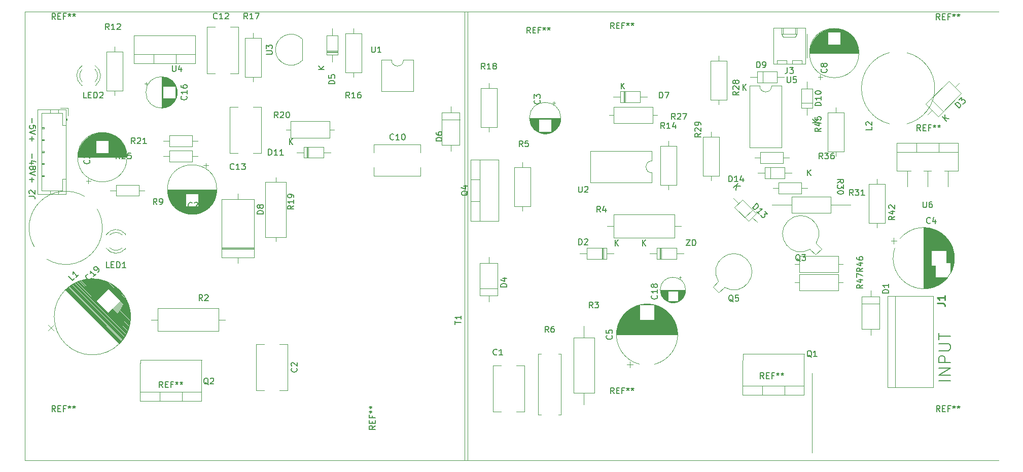
<source format=gbr>
%TF.GenerationSoftware,KiCad,Pcbnew,(5.1.6)-1*%
%TF.CreationDate,2021-01-03T19:19:44+05:30*%
%TF.ProjectId,supplyboard,73757070-6c79-4626-9f61-72642e6b6963,rev?*%
%TF.SameCoordinates,Original*%
%TF.FileFunction,Legend,Top*%
%TF.FilePolarity,Positive*%
%FSLAX46Y46*%
G04 Gerber Fmt 4.6, Leading zero omitted, Abs format (unit mm)*
G04 Created by KiCad (PCBNEW (5.1.6)-1) date 2021-01-03 19:19:44*
%MOMM*%
%LPD*%
G01*
G04 APERTURE LIST*
%ADD10C,0.120000*%
%ADD11C,0.150000*%
%ADD12C,0.254000*%
G04 APERTURE END LIST*
D10*
X167005000Y-137795000D02*
X167005000Y-151130000D01*
D11*
X190134761Y-139112142D02*
X188134761Y-139112142D01*
X190134761Y-138159761D02*
X188134761Y-138159761D01*
X190134761Y-137016904D01*
X188134761Y-137016904D01*
X190134761Y-136064523D02*
X188134761Y-136064523D01*
X188134761Y-135302619D01*
X188230000Y-135112142D01*
X188325238Y-135016904D01*
X188515714Y-134921666D01*
X188801428Y-134921666D01*
X188991904Y-135016904D01*
X189087142Y-135112142D01*
X189182380Y-135302619D01*
X189182380Y-136064523D01*
X188134761Y-134064523D02*
X189753809Y-134064523D01*
X189944285Y-133969285D01*
X190039523Y-133874047D01*
X190134761Y-133683571D01*
X190134761Y-133302619D01*
X190039523Y-133112142D01*
X189944285Y-133016904D01*
X189753809Y-132921666D01*
X188134761Y-132921666D01*
X188134761Y-132255000D02*
X188134761Y-131112142D01*
X190134761Y-131683571D02*
X188134761Y-131683571D01*
X36758571Y-101124047D02*
X36758571Y-101885952D01*
X37044285Y-102790714D02*
X36377619Y-102790714D01*
X37425238Y-102552619D02*
X36710952Y-102314523D01*
X36710952Y-102933571D01*
X36949047Y-103457380D02*
X36996666Y-103362142D01*
X37044285Y-103314523D01*
X37139523Y-103266904D01*
X37187142Y-103266904D01*
X37282380Y-103314523D01*
X37330000Y-103362142D01*
X37377619Y-103457380D01*
X37377619Y-103647857D01*
X37330000Y-103743095D01*
X37282380Y-103790714D01*
X37187142Y-103838333D01*
X37139523Y-103838333D01*
X37044285Y-103790714D01*
X36996666Y-103743095D01*
X36949047Y-103647857D01*
X36949047Y-103457380D01*
X36901428Y-103362142D01*
X36853809Y-103314523D01*
X36758571Y-103266904D01*
X36568095Y-103266904D01*
X36472857Y-103314523D01*
X36425238Y-103362142D01*
X36377619Y-103457380D01*
X36377619Y-103647857D01*
X36425238Y-103743095D01*
X36472857Y-103790714D01*
X36568095Y-103838333D01*
X36758571Y-103838333D01*
X36853809Y-103790714D01*
X36901428Y-103743095D01*
X36949047Y-103647857D01*
X37377619Y-104124047D02*
X36377619Y-104457380D01*
X37377619Y-104790714D01*
X36758571Y-105124047D02*
X36758571Y-105885952D01*
X36377619Y-105505000D02*
X37139523Y-105505000D01*
X36758571Y-95250238D02*
X36758571Y-96012142D01*
X37377619Y-96964523D02*
X37377619Y-96488333D01*
X36901428Y-96440714D01*
X36949047Y-96488333D01*
X36996666Y-96583571D01*
X36996666Y-96821666D01*
X36949047Y-96916904D01*
X36901428Y-96964523D01*
X36806190Y-97012142D01*
X36568095Y-97012142D01*
X36472857Y-96964523D01*
X36425238Y-96916904D01*
X36377619Y-96821666D01*
X36377619Y-96583571D01*
X36425238Y-96488333D01*
X36472857Y-96440714D01*
X37377619Y-97297857D02*
X36377619Y-97631190D01*
X37377619Y-97964523D01*
X36758571Y-98297857D02*
X36758571Y-99059761D01*
X36377619Y-98678809D02*
X37139523Y-98678809D01*
D10*
X96520000Y-77470000D02*
X96774000Y-77470000D01*
X98552000Y-77470000D02*
X98298000Y-77470000D01*
X98044000Y-77470000D02*
X98552000Y-77470000D01*
X98044000Y-77470000D02*
X97790000Y-77470000D01*
X98298000Y-152400000D02*
X98552000Y-152400000D01*
X109474000Y-77470000D02*
X109474000Y-152400000D01*
X108966000Y-77470000D02*
X109474000Y-77470000D01*
X108966000Y-152400000D02*
X108966000Y-77470000D01*
X198120000Y-152400000D02*
X35560000Y-152400000D01*
X198120000Y-77470000D02*
X196850000Y-77470000D01*
X35560000Y-77470000D02*
X196850000Y-77470000D01*
X35560000Y-152400000D02*
X35560000Y-77470000D01*
%TO.C,D8*%
X68400000Y-117110000D02*
X73840000Y-117110000D01*
X68400000Y-116870000D02*
X73840000Y-116870000D01*
X68400000Y-116990000D02*
X73840000Y-116990000D01*
X71120000Y-107885000D02*
X71120000Y-108795000D01*
X71120000Y-119445000D02*
X71120000Y-118535000D01*
X68400000Y-108795000D02*
X68400000Y-118535000D01*
X73840000Y-108795000D02*
X68400000Y-108795000D01*
X73840000Y-118535000D02*
X73840000Y-108795000D01*
X68400000Y-118535000D02*
X73840000Y-118535000D01*
%TO.C,C20*%
X67620000Y-107160000D02*
G75*
G03*
X67620000Y-107160000I-4120000J0D01*
G01*
X67580000Y-107160000D02*
X59420000Y-107160000D01*
X67580000Y-107200000D02*
X59420000Y-107200000D01*
X67580000Y-107240000D02*
X59420000Y-107240000D01*
X67579000Y-107280000D02*
X59421000Y-107280000D01*
X67577000Y-107320000D02*
X59423000Y-107320000D01*
X67576000Y-107360000D02*
X59424000Y-107360000D01*
X67574000Y-107400000D02*
X59426000Y-107400000D01*
X67571000Y-107440000D02*
X59429000Y-107440000D01*
X67568000Y-107480000D02*
X59432000Y-107480000D01*
X67565000Y-107520000D02*
X59435000Y-107520000D01*
X67561000Y-107560000D02*
X59439000Y-107560000D01*
X67557000Y-107600000D02*
X59443000Y-107600000D01*
X67552000Y-107640000D02*
X59448000Y-107640000D01*
X67548000Y-107680000D02*
X59452000Y-107680000D01*
X67542000Y-107720000D02*
X59458000Y-107720000D01*
X67537000Y-107760000D02*
X59463000Y-107760000D01*
X67530000Y-107800000D02*
X59470000Y-107800000D01*
X67524000Y-107840000D02*
X59476000Y-107840000D01*
X67517000Y-107881000D02*
X64540000Y-107881000D01*
X62460000Y-107881000D02*
X59483000Y-107881000D01*
X67510000Y-107921000D02*
X64540000Y-107921000D01*
X62460000Y-107921000D02*
X59490000Y-107921000D01*
X67502000Y-107961000D02*
X64540000Y-107961000D01*
X62460000Y-107961000D02*
X59498000Y-107961000D01*
X67494000Y-108001000D02*
X64540000Y-108001000D01*
X62460000Y-108001000D02*
X59506000Y-108001000D01*
X67485000Y-108041000D02*
X64540000Y-108041000D01*
X62460000Y-108041000D02*
X59515000Y-108041000D01*
X67476000Y-108081000D02*
X64540000Y-108081000D01*
X62460000Y-108081000D02*
X59524000Y-108081000D01*
X67467000Y-108121000D02*
X64540000Y-108121000D01*
X62460000Y-108121000D02*
X59533000Y-108121000D01*
X67457000Y-108161000D02*
X64540000Y-108161000D01*
X62460000Y-108161000D02*
X59543000Y-108161000D01*
X67447000Y-108201000D02*
X64540000Y-108201000D01*
X62460000Y-108201000D02*
X59553000Y-108201000D01*
X67436000Y-108241000D02*
X64540000Y-108241000D01*
X62460000Y-108241000D02*
X59564000Y-108241000D01*
X67425000Y-108281000D02*
X64540000Y-108281000D01*
X62460000Y-108281000D02*
X59575000Y-108281000D01*
X67414000Y-108321000D02*
X64540000Y-108321000D01*
X62460000Y-108321000D02*
X59586000Y-108321000D01*
X67402000Y-108361000D02*
X64540000Y-108361000D01*
X62460000Y-108361000D02*
X59598000Y-108361000D01*
X67389000Y-108401000D02*
X64540000Y-108401000D01*
X62460000Y-108401000D02*
X59611000Y-108401000D01*
X67377000Y-108441000D02*
X64540000Y-108441000D01*
X62460000Y-108441000D02*
X59623000Y-108441000D01*
X67363000Y-108481000D02*
X64540000Y-108481000D01*
X62460000Y-108481000D02*
X59637000Y-108481000D01*
X67350000Y-108521000D02*
X64540000Y-108521000D01*
X62460000Y-108521000D02*
X59650000Y-108521000D01*
X67335000Y-108561000D02*
X64540000Y-108561000D01*
X62460000Y-108561000D02*
X59665000Y-108561000D01*
X67321000Y-108601000D02*
X64540000Y-108601000D01*
X62460000Y-108601000D02*
X59679000Y-108601000D01*
X67305000Y-108641000D02*
X64540000Y-108641000D01*
X62460000Y-108641000D02*
X59695000Y-108641000D01*
X67290000Y-108681000D02*
X64540000Y-108681000D01*
X62460000Y-108681000D02*
X59710000Y-108681000D01*
X67274000Y-108721000D02*
X64540000Y-108721000D01*
X62460000Y-108721000D02*
X59726000Y-108721000D01*
X67257000Y-108761000D02*
X64540000Y-108761000D01*
X62460000Y-108761000D02*
X59743000Y-108761000D01*
X67240000Y-108801000D02*
X64540000Y-108801000D01*
X62460000Y-108801000D02*
X59760000Y-108801000D01*
X67222000Y-108841000D02*
X64540000Y-108841000D01*
X62460000Y-108841000D02*
X59778000Y-108841000D01*
X67204000Y-108881000D02*
X64540000Y-108881000D01*
X62460000Y-108881000D02*
X59796000Y-108881000D01*
X67186000Y-108921000D02*
X64540000Y-108921000D01*
X62460000Y-108921000D02*
X59814000Y-108921000D01*
X67166000Y-108961000D02*
X64540000Y-108961000D01*
X62460000Y-108961000D02*
X59834000Y-108961000D01*
X67147000Y-109001000D02*
X64540000Y-109001000D01*
X62460000Y-109001000D02*
X59853000Y-109001000D01*
X67127000Y-109041000D02*
X64540000Y-109041000D01*
X62460000Y-109041000D02*
X59873000Y-109041000D01*
X67106000Y-109081000D02*
X64540000Y-109081000D01*
X62460000Y-109081000D02*
X59894000Y-109081000D01*
X67084000Y-109121000D02*
X64540000Y-109121000D01*
X62460000Y-109121000D02*
X59916000Y-109121000D01*
X67062000Y-109161000D02*
X64540000Y-109161000D01*
X62460000Y-109161000D02*
X59938000Y-109161000D01*
X67040000Y-109201000D02*
X64540000Y-109201000D01*
X62460000Y-109201000D02*
X59960000Y-109201000D01*
X67017000Y-109241000D02*
X64540000Y-109241000D01*
X62460000Y-109241000D02*
X59983000Y-109241000D01*
X66993000Y-109281000D02*
X64540000Y-109281000D01*
X62460000Y-109281000D02*
X60007000Y-109281000D01*
X66969000Y-109321000D02*
X64540000Y-109321000D01*
X62460000Y-109321000D02*
X60031000Y-109321000D01*
X66944000Y-109361000D02*
X64540000Y-109361000D01*
X62460000Y-109361000D02*
X60056000Y-109361000D01*
X66918000Y-109401000D02*
X64540000Y-109401000D01*
X62460000Y-109401000D02*
X60082000Y-109401000D01*
X66892000Y-109441000D02*
X64540000Y-109441000D01*
X62460000Y-109441000D02*
X60108000Y-109441000D01*
X66865000Y-109481000D02*
X64540000Y-109481000D01*
X62460000Y-109481000D02*
X60135000Y-109481000D01*
X66838000Y-109521000D02*
X64540000Y-109521000D01*
X62460000Y-109521000D02*
X60162000Y-109521000D01*
X66809000Y-109561000D02*
X64540000Y-109561000D01*
X62460000Y-109561000D02*
X60191000Y-109561000D01*
X66780000Y-109601000D02*
X64540000Y-109601000D01*
X62460000Y-109601000D02*
X60220000Y-109601000D01*
X66750000Y-109641000D02*
X64540000Y-109641000D01*
X62460000Y-109641000D02*
X60250000Y-109641000D01*
X66720000Y-109681000D02*
X64540000Y-109681000D01*
X62460000Y-109681000D02*
X60280000Y-109681000D01*
X66689000Y-109721000D02*
X64540000Y-109721000D01*
X62460000Y-109721000D02*
X60311000Y-109721000D01*
X66656000Y-109761000D02*
X64540000Y-109761000D01*
X62460000Y-109761000D02*
X60344000Y-109761000D01*
X66624000Y-109801000D02*
X64540000Y-109801000D01*
X62460000Y-109801000D02*
X60376000Y-109801000D01*
X66590000Y-109841000D02*
X64540000Y-109841000D01*
X62460000Y-109841000D02*
X60410000Y-109841000D01*
X66555000Y-109881000D02*
X64540000Y-109881000D01*
X62460000Y-109881000D02*
X60445000Y-109881000D01*
X66519000Y-109921000D02*
X64540000Y-109921000D01*
X62460000Y-109921000D02*
X60481000Y-109921000D01*
X66483000Y-109961000D02*
X60517000Y-109961000D01*
X66445000Y-110001000D02*
X60555000Y-110001000D01*
X66407000Y-110041000D02*
X60593000Y-110041000D01*
X66367000Y-110081000D02*
X60633000Y-110081000D01*
X66326000Y-110121000D02*
X60674000Y-110121000D01*
X66284000Y-110161000D02*
X60716000Y-110161000D01*
X66241000Y-110201000D02*
X60759000Y-110201000D01*
X66197000Y-110241000D02*
X60803000Y-110241000D01*
X66151000Y-110281000D02*
X60849000Y-110281000D01*
X66104000Y-110321000D02*
X60896000Y-110321000D01*
X66056000Y-110361000D02*
X60944000Y-110361000D01*
X66005000Y-110401000D02*
X60995000Y-110401000D01*
X65954000Y-110441000D02*
X61046000Y-110441000D01*
X65900000Y-110481000D02*
X61100000Y-110481000D01*
X65845000Y-110521000D02*
X61155000Y-110521000D01*
X65787000Y-110561000D02*
X61213000Y-110561000D01*
X65728000Y-110601000D02*
X61272000Y-110601000D01*
X65666000Y-110641000D02*
X61334000Y-110641000D01*
X65602000Y-110681000D02*
X61398000Y-110681000D01*
X65534000Y-110721000D02*
X61466000Y-110721000D01*
X65464000Y-110761000D02*
X61536000Y-110761000D01*
X65390000Y-110801000D02*
X61610000Y-110801000D01*
X65313000Y-110841000D02*
X61687000Y-110841000D01*
X65231000Y-110881000D02*
X61769000Y-110881000D01*
X65145000Y-110921000D02*
X61855000Y-110921000D01*
X65052000Y-110961000D02*
X61948000Y-110961000D01*
X64953000Y-111001000D02*
X62047000Y-111001000D01*
X64846000Y-111041000D02*
X62154000Y-111041000D01*
X64729000Y-111081000D02*
X62271000Y-111081000D01*
X64598000Y-111121000D02*
X62402000Y-111121000D01*
X64448000Y-111161000D02*
X62552000Y-111161000D01*
X64268000Y-111201000D02*
X62732000Y-111201000D01*
X64033000Y-111241000D02*
X62967000Y-111241000D01*
X65815000Y-102750302D02*
X65815000Y-103550302D01*
X66215000Y-103150302D02*
X65415000Y-103150302D01*
%TO.C,R19*%
X77470000Y-105180000D02*
X77470000Y-105870000D01*
X77470000Y-115800000D02*
X77470000Y-115110000D01*
X75750000Y-105870000D02*
X75750000Y-115110000D01*
X79190000Y-105870000D02*
X75750000Y-105870000D01*
X79190000Y-115110000D02*
X79190000Y-105870000D01*
X75750000Y-115110000D02*
X79190000Y-115110000D01*
%TO.C,R25*%
X58725000Y-101600000D02*
X59675000Y-101600000D01*
X64465000Y-101600000D02*
X63515000Y-101600000D01*
X59675000Y-102520000D02*
X63515000Y-102520000D01*
X59675000Y-100680000D02*
X59675000Y-102520000D01*
X63515000Y-100680000D02*
X59675000Y-100680000D01*
X63515000Y-102520000D02*
X63515000Y-100680000D01*
%TO.C,R21*%
X64465000Y-99060000D02*
X63515000Y-99060000D01*
X58725000Y-99060000D02*
X59675000Y-99060000D01*
X63515000Y-98140000D02*
X59675000Y-98140000D01*
X63515000Y-99980000D02*
X63515000Y-98140000D01*
X59675000Y-99980000D02*
X63515000Y-99980000D01*
X59675000Y-98140000D02*
X59675000Y-99980000D01*
%TO.C,R9*%
X49835000Y-107315000D02*
X50785000Y-107315000D01*
X55575000Y-107315000D02*
X54625000Y-107315000D01*
X50785000Y-108235000D02*
X54625000Y-108235000D01*
X50785000Y-106395000D02*
X50785000Y-108235000D01*
X54625000Y-106395000D02*
X50785000Y-106395000D01*
X54625000Y-108235000D02*
X54625000Y-106395000D01*
%TO.C,J2*%
X42750000Y-93525000D02*
X41500000Y-93525000D01*
X42750000Y-94775000D02*
X42750000Y-93525000D01*
X38340000Y-104885000D02*
X38840000Y-104885000D01*
X38840000Y-104985000D02*
X38340000Y-104985000D01*
X38840000Y-104785000D02*
X38840000Y-104985000D01*
X38340000Y-104785000D02*
X38840000Y-104785000D01*
X38340000Y-102885000D02*
X38840000Y-102885000D01*
X38840000Y-102985000D02*
X38340000Y-102985000D01*
X38840000Y-102785000D02*
X38840000Y-102985000D01*
X38340000Y-102785000D02*
X38840000Y-102785000D01*
X38340000Y-100885000D02*
X38840000Y-100885000D01*
X38840000Y-100985000D02*
X38340000Y-100985000D01*
X38840000Y-100785000D02*
X38840000Y-100985000D01*
X38340000Y-100785000D02*
X38840000Y-100785000D01*
X38340000Y-98885000D02*
X38840000Y-98885000D01*
X38840000Y-98985000D02*
X38340000Y-98985000D01*
X38840000Y-98785000D02*
X38840000Y-98985000D01*
X38340000Y-98785000D02*
X38840000Y-98785000D01*
X38340000Y-96885000D02*
X38840000Y-96885000D01*
X38840000Y-96985000D02*
X38340000Y-96985000D01*
X38840000Y-96785000D02*
X38840000Y-96985000D01*
X38340000Y-96785000D02*
X38840000Y-96785000D01*
X39840000Y-107945000D02*
X39840000Y-107335000D01*
X41140000Y-107945000D02*
X41140000Y-107335000D01*
X39840000Y-93825000D02*
X39840000Y-94435000D01*
X41140000Y-93825000D02*
X41140000Y-94435000D01*
X41840000Y-105385000D02*
X42450000Y-105385000D01*
X41840000Y-107335000D02*
X41840000Y-105385000D01*
X38340000Y-107335000D02*
X41840000Y-107335000D01*
X38340000Y-94435000D02*
X38340000Y-107335000D01*
X41840000Y-94435000D02*
X38340000Y-94435000D01*
X41840000Y-96385000D02*
X41840000Y-94435000D01*
X42450000Y-96385000D02*
X41840000Y-96385000D01*
X42550000Y-95585000D02*
X42550000Y-95285000D01*
X42650000Y-95285000D02*
X42450000Y-95285000D01*
X42650000Y-95585000D02*
X42650000Y-95285000D01*
X42450000Y-95585000D02*
X42650000Y-95585000D01*
X42450000Y-107945000D02*
X42450000Y-93825000D01*
X37730000Y-107945000D02*
X42450000Y-107945000D01*
X37730000Y-93825000D02*
X37730000Y-107945000D01*
X42450000Y-93825000D02*
X37730000Y-93825000D01*
%TO.C,R31*%
X170148000Y-111098000D02*
X170148000Y-108358000D01*
X170148000Y-108358000D02*
X163608000Y-108358000D01*
X163608000Y-108358000D02*
X163608000Y-111098000D01*
X163608000Y-111098000D02*
X170148000Y-111098000D01*
X173458000Y-109728000D02*
X170148000Y-109728000D01*
X160298000Y-109728000D02*
X163608000Y-109728000D01*
%TO.C,R30*%
X161402000Y-106014000D02*
X161402000Y-107854000D01*
X161402000Y-107854000D02*
X165242000Y-107854000D01*
X165242000Y-107854000D02*
X165242000Y-106014000D01*
X165242000Y-106014000D02*
X161402000Y-106014000D01*
X160452000Y-106934000D02*
X161402000Y-106934000D01*
X166192000Y-106934000D02*
X165242000Y-106934000D01*
%TO.C,R36*%
X158354000Y-100934000D02*
X158354000Y-102774000D01*
X158354000Y-102774000D02*
X162194000Y-102774000D01*
X162194000Y-102774000D02*
X162194000Y-100934000D01*
X162194000Y-100934000D02*
X158354000Y-100934000D01*
X157404000Y-101854000D02*
X158354000Y-101854000D01*
X163144000Y-101854000D02*
X162194000Y-101854000D01*
%TO.C,C18*%
X145884000Y-123936000D02*
G75*
G03*
X145884000Y-123936000I-2120000J0D01*
G01*
X145844000Y-123936000D02*
X141684000Y-123936000D01*
X145844000Y-123976000D02*
X141684000Y-123976000D01*
X145843000Y-124016000D02*
X141685000Y-124016000D01*
X145841000Y-124056000D02*
X141687000Y-124056000D01*
X145838000Y-124096000D02*
X141690000Y-124096000D01*
X145835000Y-124136000D02*
X144604000Y-124136000D01*
X142924000Y-124136000D02*
X141693000Y-124136000D01*
X145831000Y-124176000D02*
X144604000Y-124176000D01*
X142924000Y-124176000D02*
X141697000Y-124176000D01*
X145826000Y-124216000D02*
X144604000Y-124216000D01*
X142924000Y-124216000D02*
X141702000Y-124216000D01*
X145820000Y-124256000D02*
X144604000Y-124256000D01*
X142924000Y-124256000D02*
X141708000Y-124256000D01*
X145814000Y-124296000D02*
X144604000Y-124296000D01*
X142924000Y-124296000D02*
X141714000Y-124296000D01*
X145806000Y-124336000D02*
X144604000Y-124336000D01*
X142924000Y-124336000D02*
X141722000Y-124336000D01*
X145798000Y-124376000D02*
X144604000Y-124376000D01*
X142924000Y-124376000D02*
X141730000Y-124376000D01*
X145789000Y-124416000D02*
X144604000Y-124416000D01*
X142924000Y-124416000D02*
X141739000Y-124416000D01*
X145780000Y-124456000D02*
X144604000Y-124456000D01*
X142924000Y-124456000D02*
X141748000Y-124456000D01*
X145769000Y-124496000D02*
X144604000Y-124496000D01*
X142924000Y-124496000D02*
X141759000Y-124496000D01*
X145758000Y-124536000D02*
X144604000Y-124536000D01*
X142924000Y-124536000D02*
X141770000Y-124536000D01*
X145746000Y-124576000D02*
X144604000Y-124576000D01*
X142924000Y-124576000D02*
X141782000Y-124576000D01*
X145732000Y-124616000D02*
X144604000Y-124616000D01*
X142924000Y-124616000D02*
X141796000Y-124616000D01*
X145718000Y-124657000D02*
X144604000Y-124657000D01*
X142924000Y-124657000D02*
X141810000Y-124657000D01*
X145704000Y-124697000D02*
X144604000Y-124697000D01*
X142924000Y-124697000D02*
X141824000Y-124697000D01*
X145688000Y-124737000D02*
X144604000Y-124737000D01*
X142924000Y-124737000D02*
X141840000Y-124737000D01*
X145671000Y-124777000D02*
X144604000Y-124777000D01*
X142924000Y-124777000D02*
X141857000Y-124777000D01*
X145653000Y-124817000D02*
X144604000Y-124817000D01*
X142924000Y-124817000D02*
X141875000Y-124817000D01*
X145634000Y-124857000D02*
X144604000Y-124857000D01*
X142924000Y-124857000D02*
X141894000Y-124857000D01*
X145615000Y-124897000D02*
X144604000Y-124897000D01*
X142924000Y-124897000D02*
X141913000Y-124897000D01*
X145594000Y-124937000D02*
X144604000Y-124937000D01*
X142924000Y-124937000D02*
X141934000Y-124937000D01*
X145572000Y-124977000D02*
X144604000Y-124977000D01*
X142924000Y-124977000D02*
X141956000Y-124977000D01*
X145549000Y-125017000D02*
X144604000Y-125017000D01*
X142924000Y-125017000D02*
X141979000Y-125017000D01*
X145524000Y-125057000D02*
X144604000Y-125057000D01*
X142924000Y-125057000D02*
X142004000Y-125057000D01*
X145499000Y-125097000D02*
X144604000Y-125097000D01*
X142924000Y-125097000D02*
X142029000Y-125097000D01*
X145472000Y-125137000D02*
X144604000Y-125137000D01*
X142924000Y-125137000D02*
X142056000Y-125137000D01*
X145444000Y-125177000D02*
X144604000Y-125177000D01*
X142924000Y-125177000D02*
X142084000Y-125177000D01*
X145414000Y-125217000D02*
X144604000Y-125217000D01*
X142924000Y-125217000D02*
X142114000Y-125217000D01*
X145383000Y-125257000D02*
X144604000Y-125257000D01*
X142924000Y-125257000D02*
X142145000Y-125257000D01*
X145351000Y-125297000D02*
X144604000Y-125297000D01*
X142924000Y-125297000D02*
X142177000Y-125297000D01*
X145316000Y-125337000D02*
X144604000Y-125337000D01*
X142924000Y-125337000D02*
X142212000Y-125337000D01*
X145280000Y-125377000D02*
X144604000Y-125377000D01*
X142924000Y-125377000D02*
X142248000Y-125377000D01*
X145242000Y-125417000D02*
X144604000Y-125417000D01*
X142924000Y-125417000D02*
X142286000Y-125417000D01*
X145202000Y-125457000D02*
X144604000Y-125457000D01*
X142924000Y-125457000D02*
X142326000Y-125457000D01*
X145160000Y-125497000D02*
X144604000Y-125497000D01*
X142924000Y-125497000D02*
X142368000Y-125497000D01*
X145115000Y-125537000D02*
X144604000Y-125537000D01*
X142924000Y-125537000D02*
X142413000Y-125537000D01*
X145068000Y-125577000D02*
X144604000Y-125577000D01*
X142924000Y-125577000D02*
X142460000Y-125577000D01*
X145018000Y-125617000D02*
X144604000Y-125617000D01*
X142924000Y-125617000D02*
X142510000Y-125617000D01*
X144964000Y-125657000D02*
X144604000Y-125657000D01*
X142924000Y-125657000D02*
X142564000Y-125657000D01*
X144906000Y-125697000D02*
X144604000Y-125697000D01*
X142924000Y-125697000D02*
X142622000Y-125697000D01*
X144844000Y-125737000D02*
X144604000Y-125737000D01*
X142924000Y-125737000D02*
X142684000Y-125737000D01*
X144777000Y-125777000D02*
X142751000Y-125777000D01*
X144704000Y-125817000D02*
X142824000Y-125817000D01*
X144623000Y-125857000D02*
X142905000Y-125857000D01*
X144532000Y-125897000D02*
X142996000Y-125897000D01*
X144428000Y-125937000D02*
X143100000Y-125937000D01*
X144301000Y-125977000D02*
X143227000Y-125977000D01*
X144134000Y-126017000D02*
X143394000Y-126017000D01*
X144959000Y-121666199D02*
X144959000Y-122066199D01*
X145159000Y-121866199D02*
X144759000Y-121866199D01*
%TO.C,D3*%
X189823781Y-89021325D02*
X185977120Y-92867986D01*
X185977120Y-92867986D02*
X188056014Y-94946880D01*
X188056014Y-94946880D02*
X191902675Y-91100219D01*
X191584477Y-89339523D02*
X190863228Y-90060772D01*
X186295318Y-94628682D02*
X187016567Y-93907433D01*
X191902675Y-91100219D02*
X189823781Y-89021325D01*
X188939898Y-94139364D02*
X186784636Y-91984102D01*
%TO.C,C21*%
X52634000Y-101755000D02*
G75*
G03*
X52634000Y-101755000I-4120000J0D01*
G01*
X44434000Y-101755000D02*
X52594000Y-101755000D01*
X44434000Y-101715000D02*
X52594000Y-101715000D01*
X44434000Y-101675000D02*
X52594000Y-101675000D01*
X44435000Y-101635000D02*
X52593000Y-101635000D01*
X44437000Y-101595000D02*
X52591000Y-101595000D01*
X44438000Y-101555000D02*
X52590000Y-101555000D01*
X44440000Y-101515000D02*
X52588000Y-101515000D01*
X44443000Y-101475000D02*
X52585000Y-101475000D01*
X44446000Y-101435000D02*
X52582000Y-101435000D01*
X44449000Y-101395000D02*
X52579000Y-101395000D01*
X44453000Y-101355000D02*
X52575000Y-101355000D01*
X44457000Y-101315000D02*
X52571000Y-101315000D01*
X44462000Y-101275000D02*
X52566000Y-101275000D01*
X44466000Y-101235000D02*
X52562000Y-101235000D01*
X44472000Y-101195000D02*
X52556000Y-101195000D01*
X44477000Y-101155000D02*
X52551000Y-101155000D01*
X44484000Y-101115000D02*
X52544000Y-101115000D01*
X44490000Y-101075000D02*
X52538000Y-101075000D01*
X44497000Y-101034000D02*
X47474000Y-101034000D01*
X49554000Y-101034000D02*
X52531000Y-101034000D01*
X44504000Y-100994000D02*
X47474000Y-100994000D01*
X49554000Y-100994000D02*
X52524000Y-100994000D01*
X44512000Y-100954000D02*
X47474000Y-100954000D01*
X49554000Y-100954000D02*
X52516000Y-100954000D01*
X44520000Y-100914000D02*
X47474000Y-100914000D01*
X49554000Y-100914000D02*
X52508000Y-100914000D01*
X44529000Y-100874000D02*
X47474000Y-100874000D01*
X49554000Y-100874000D02*
X52499000Y-100874000D01*
X44538000Y-100834000D02*
X47474000Y-100834000D01*
X49554000Y-100834000D02*
X52490000Y-100834000D01*
X44547000Y-100794000D02*
X47474000Y-100794000D01*
X49554000Y-100794000D02*
X52481000Y-100794000D01*
X44557000Y-100754000D02*
X47474000Y-100754000D01*
X49554000Y-100754000D02*
X52471000Y-100754000D01*
X44567000Y-100714000D02*
X47474000Y-100714000D01*
X49554000Y-100714000D02*
X52461000Y-100714000D01*
X44578000Y-100674000D02*
X47474000Y-100674000D01*
X49554000Y-100674000D02*
X52450000Y-100674000D01*
X44589000Y-100634000D02*
X47474000Y-100634000D01*
X49554000Y-100634000D02*
X52439000Y-100634000D01*
X44600000Y-100594000D02*
X47474000Y-100594000D01*
X49554000Y-100594000D02*
X52428000Y-100594000D01*
X44612000Y-100554000D02*
X47474000Y-100554000D01*
X49554000Y-100554000D02*
X52416000Y-100554000D01*
X44625000Y-100514000D02*
X47474000Y-100514000D01*
X49554000Y-100514000D02*
X52403000Y-100514000D01*
X44637000Y-100474000D02*
X47474000Y-100474000D01*
X49554000Y-100474000D02*
X52391000Y-100474000D01*
X44651000Y-100434000D02*
X47474000Y-100434000D01*
X49554000Y-100434000D02*
X52377000Y-100434000D01*
X44664000Y-100394000D02*
X47474000Y-100394000D01*
X49554000Y-100394000D02*
X52364000Y-100394000D01*
X44679000Y-100354000D02*
X47474000Y-100354000D01*
X49554000Y-100354000D02*
X52349000Y-100354000D01*
X44693000Y-100314000D02*
X47474000Y-100314000D01*
X49554000Y-100314000D02*
X52335000Y-100314000D01*
X44709000Y-100274000D02*
X47474000Y-100274000D01*
X49554000Y-100274000D02*
X52319000Y-100274000D01*
X44724000Y-100234000D02*
X47474000Y-100234000D01*
X49554000Y-100234000D02*
X52304000Y-100234000D01*
X44740000Y-100194000D02*
X47474000Y-100194000D01*
X49554000Y-100194000D02*
X52288000Y-100194000D01*
X44757000Y-100154000D02*
X47474000Y-100154000D01*
X49554000Y-100154000D02*
X52271000Y-100154000D01*
X44774000Y-100114000D02*
X47474000Y-100114000D01*
X49554000Y-100114000D02*
X52254000Y-100114000D01*
X44792000Y-100074000D02*
X47474000Y-100074000D01*
X49554000Y-100074000D02*
X52236000Y-100074000D01*
X44810000Y-100034000D02*
X47474000Y-100034000D01*
X49554000Y-100034000D02*
X52218000Y-100034000D01*
X44828000Y-99994000D02*
X47474000Y-99994000D01*
X49554000Y-99994000D02*
X52200000Y-99994000D01*
X44848000Y-99954000D02*
X47474000Y-99954000D01*
X49554000Y-99954000D02*
X52180000Y-99954000D01*
X44867000Y-99914000D02*
X47474000Y-99914000D01*
X49554000Y-99914000D02*
X52161000Y-99914000D01*
X44887000Y-99874000D02*
X47474000Y-99874000D01*
X49554000Y-99874000D02*
X52141000Y-99874000D01*
X44908000Y-99834000D02*
X47474000Y-99834000D01*
X49554000Y-99834000D02*
X52120000Y-99834000D01*
X44930000Y-99794000D02*
X47474000Y-99794000D01*
X49554000Y-99794000D02*
X52098000Y-99794000D01*
X44952000Y-99754000D02*
X47474000Y-99754000D01*
X49554000Y-99754000D02*
X52076000Y-99754000D01*
X44974000Y-99714000D02*
X47474000Y-99714000D01*
X49554000Y-99714000D02*
X52054000Y-99714000D01*
X44997000Y-99674000D02*
X47474000Y-99674000D01*
X49554000Y-99674000D02*
X52031000Y-99674000D01*
X45021000Y-99634000D02*
X47474000Y-99634000D01*
X49554000Y-99634000D02*
X52007000Y-99634000D01*
X45045000Y-99594000D02*
X47474000Y-99594000D01*
X49554000Y-99594000D02*
X51983000Y-99594000D01*
X45070000Y-99554000D02*
X47474000Y-99554000D01*
X49554000Y-99554000D02*
X51958000Y-99554000D01*
X45096000Y-99514000D02*
X47474000Y-99514000D01*
X49554000Y-99514000D02*
X51932000Y-99514000D01*
X45122000Y-99474000D02*
X47474000Y-99474000D01*
X49554000Y-99474000D02*
X51906000Y-99474000D01*
X45149000Y-99434000D02*
X47474000Y-99434000D01*
X49554000Y-99434000D02*
X51879000Y-99434000D01*
X45176000Y-99394000D02*
X47474000Y-99394000D01*
X49554000Y-99394000D02*
X51852000Y-99394000D01*
X45205000Y-99354000D02*
X47474000Y-99354000D01*
X49554000Y-99354000D02*
X51823000Y-99354000D01*
X45234000Y-99314000D02*
X47474000Y-99314000D01*
X49554000Y-99314000D02*
X51794000Y-99314000D01*
X45264000Y-99274000D02*
X47474000Y-99274000D01*
X49554000Y-99274000D02*
X51764000Y-99274000D01*
X45294000Y-99234000D02*
X47474000Y-99234000D01*
X49554000Y-99234000D02*
X51734000Y-99234000D01*
X45325000Y-99194000D02*
X47474000Y-99194000D01*
X49554000Y-99194000D02*
X51703000Y-99194000D01*
X45358000Y-99154000D02*
X47474000Y-99154000D01*
X49554000Y-99154000D02*
X51670000Y-99154000D01*
X45390000Y-99114000D02*
X47474000Y-99114000D01*
X49554000Y-99114000D02*
X51638000Y-99114000D01*
X45424000Y-99074000D02*
X47474000Y-99074000D01*
X49554000Y-99074000D02*
X51604000Y-99074000D01*
X45459000Y-99034000D02*
X47474000Y-99034000D01*
X49554000Y-99034000D02*
X51569000Y-99034000D01*
X45495000Y-98994000D02*
X47474000Y-98994000D01*
X49554000Y-98994000D02*
X51533000Y-98994000D01*
X45531000Y-98954000D02*
X51497000Y-98954000D01*
X45569000Y-98914000D02*
X51459000Y-98914000D01*
X45607000Y-98874000D02*
X51421000Y-98874000D01*
X45647000Y-98834000D02*
X51381000Y-98834000D01*
X45688000Y-98794000D02*
X51340000Y-98794000D01*
X45730000Y-98754000D02*
X51298000Y-98754000D01*
X45773000Y-98714000D02*
X51255000Y-98714000D01*
X45817000Y-98674000D02*
X51211000Y-98674000D01*
X45863000Y-98634000D02*
X51165000Y-98634000D01*
X45910000Y-98594000D02*
X51118000Y-98594000D01*
X45958000Y-98554000D02*
X51070000Y-98554000D01*
X46009000Y-98514000D02*
X51019000Y-98514000D01*
X46060000Y-98474000D02*
X50968000Y-98474000D01*
X46114000Y-98434000D02*
X50914000Y-98434000D01*
X46169000Y-98394000D02*
X50859000Y-98394000D01*
X46227000Y-98354000D02*
X50801000Y-98354000D01*
X46286000Y-98314000D02*
X50742000Y-98314000D01*
X46348000Y-98274000D02*
X50680000Y-98274000D01*
X46412000Y-98234000D02*
X50616000Y-98234000D01*
X46480000Y-98194000D02*
X50548000Y-98194000D01*
X46550000Y-98154000D02*
X50478000Y-98154000D01*
X46624000Y-98114000D02*
X50404000Y-98114000D01*
X46701000Y-98074000D02*
X50327000Y-98074000D01*
X46783000Y-98034000D02*
X50245000Y-98034000D01*
X46869000Y-97994000D02*
X50159000Y-97994000D01*
X46962000Y-97954000D02*
X50066000Y-97954000D01*
X47061000Y-97914000D02*
X49967000Y-97914000D01*
X47168000Y-97874000D02*
X49860000Y-97874000D01*
X47285000Y-97834000D02*
X49743000Y-97834000D01*
X47416000Y-97794000D02*
X49612000Y-97794000D01*
X47566000Y-97754000D02*
X49462000Y-97754000D01*
X47746000Y-97714000D02*
X49282000Y-97714000D01*
X47981000Y-97674000D02*
X49047000Y-97674000D01*
X46199000Y-106164698D02*
X46199000Y-105364698D01*
X45799000Y-105764698D02*
X46599000Y-105764698D01*
%TO.C,ZD*%
X141564000Y-116936000D02*
X141564000Y-118776000D01*
X141804000Y-116936000D02*
X141804000Y-118776000D01*
X141684000Y-116936000D02*
X141684000Y-118776000D01*
X145568000Y-117856000D02*
X144388000Y-117856000D01*
X139928000Y-117856000D02*
X141108000Y-117856000D01*
X144388000Y-116936000D02*
X141108000Y-116936000D01*
X144388000Y-118776000D02*
X144388000Y-116936000D01*
X141108000Y-118776000D02*
X144388000Y-118776000D01*
X141108000Y-116936000D02*
X141108000Y-118776000D01*
%TO.C,C4*%
X180654354Y-115243000D02*
X180654354Y-116243000D01*
X180154354Y-115743000D02*
X181154354Y-115743000D01*
X190715000Y-118019000D02*
X190715000Y-119217000D01*
X190675000Y-117756000D02*
X190675000Y-119480000D01*
X190635000Y-117556000D02*
X190635000Y-119680000D01*
X190595000Y-117388000D02*
X190595000Y-119848000D01*
X190555000Y-117240000D02*
X190555000Y-119996000D01*
X190515000Y-117108000D02*
X190515000Y-120128000D01*
X190475000Y-116988000D02*
X190475000Y-120248000D01*
X190435000Y-116876000D02*
X190435000Y-120360000D01*
X190395000Y-116772000D02*
X190395000Y-120464000D01*
X190355000Y-116674000D02*
X190355000Y-120562000D01*
X190315000Y-116581000D02*
X190315000Y-120655000D01*
X190275000Y-116493000D02*
X190275000Y-120743000D01*
X190235000Y-116409000D02*
X190235000Y-120827000D01*
X190195000Y-116329000D02*
X190195000Y-120907000D01*
X190155000Y-116253000D02*
X190155000Y-120983000D01*
X190115000Y-116179000D02*
X190115000Y-121057000D01*
X190075000Y-116108000D02*
X190075000Y-121128000D01*
X190035000Y-116039000D02*
X190035000Y-119378000D01*
X189995000Y-115973000D02*
X189995000Y-119378000D01*
X189955000Y-115909000D02*
X189955000Y-119378000D01*
X189915000Y-115848000D02*
X189915000Y-119378000D01*
X189875000Y-115788000D02*
X189875000Y-119378000D01*
X189835000Y-115729000D02*
X189835000Y-119378000D01*
X189795000Y-115673000D02*
X189795000Y-119378000D01*
X189755000Y-115618000D02*
X189755000Y-119378000D01*
X189715000Y-115564000D02*
X189715000Y-119378000D01*
X189675000Y-115512000D02*
X189675000Y-119378000D01*
X189635000Y-115462000D02*
X189635000Y-119378000D01*
X189595000Y-115412000D02*
X189595000Y-119378000D01*
X189555000Y-121858000D02*
X189555000Y-121872000D01*
X189555000Y-115364000D02*
X189555000Y-119378000D01*
X189515000Y-121858000D02*
X189515000Y-121919000D01*
X189515000Y-115317000D02*
X189515000Y-119378000D01*
X189475000Y-121858000D02*
X189475000Y-121965000D01*
X189475000Y-115271000D02*
X189475000Y-119378000D01*
X189435000Y-121858000D02*
X189435000Y-122010000D01*
X189435000Y-115226000D02*
X189435000Y-119378000D01*
X189395000Y-121858000D02*
X189395000Y-122054000D01*
X189395000Y-115182000D02*
X189395000Y-119378000D01*
X189355000Y-121858000D02*
X189355000Y-122096000D01*
X189355000Y-115140000D02*
X189355000Y-117377000D01*
X189315000Y-121858000D02*
X189315000Y-122138000D01*
X189315000Y-115098000D02*
X189315000Y-117377000D01*
X189275000Y-121858000D02*
X189275000Y-122179000D01*
X189275000Y-115057000D02*
X189275000Y-117377000D01*
X189235000Y-121858000D02*
X189235000Y-122219000D01*
X189235000Y-115017000D02*
X189235000Y-117377000D01*
X189195000Y-121858000D02*
X189195000Y-122258000D01*
X189195000Y-114978000D02*
X189195000Y-117377000D01*
X189155000Y-121858000D02*
X189155000Y-122297000D01*
X189155000Y-114939000D02*
X189155000Y-117377000D01*
X189115000Y-121858000D02*
X189115000Y-122334000D01*
X189115000Y-114902000D02*
X189115000Y-117377000D01*
X189075000Y-121858000D02*
X189075000Y-122371000D01*
X189075000Y-114865000D02*
X189075000Y-117377000D01*
X189035000Y-121858000D02*
X189035000Y-122407000D01*
X189035000Y-114829000D02*
X189035000Y-117377000D01*
X188995000Y-121858000D02*
X188995000Y-122442000D01*
X188995000Y-114794000D02*
X188995000Y-117377000D01*
X188955000Y-121858000D02*
X188955000Y-122476000D01*
X188955000Y-114760000D02*
X188955000Y-117377000D01*
X188915000Y-121858000D02*
X188915000Y-122510000D01*
X188915000Y-114726000D02*
X188915000Y-117377000D01*
X188875000Y-121858000D02*
X188875000Y-122543000D01*
X188875000Y-114693000D02*
X188875000Y-117377000D01*
X188835000Y-121858000D02*
X188835000Y-122575000D01*
X188835000Y-114661000D02*
X188835000Y-117377000D01*
X188795000Y-121858000D02*
X188795000Y-122607000D01*
X188795000Y-114629000D02*
X188795000Y-117377000D01*
X188755000Y-121858000D02*
X188755000Y-122638000D01*
X188755000Y-114598000D02*
X188755000Y-117377000D01*
X188715000Y-121858000D02*
X188715000Y-122668000D01*
X188715000Y-114568000D02*
X188715000Y-117377000D01*
X188675000Y-121858000D02*
X188675000Y-122698000D01*
X188675000Y-114538000D02*
X188675000Y-117377000D01*
X188635000Y-121858000D02*
X188635000Y-122728000D01*
X188635000Y-114508000D02*
X188635000Y-117377000D01*
X188595000Y-121858000D02*
X188595000Y-122756000D01*
X188595000Y-114480000D02*
X188595000Y-117377000D01*
X188555000Y-121858000D02*
X188555000Y-122784000D01*
X188555000Y-114452000D02*
X188555000Y-117377000D01*
X188515000Y-121858000D02*
X188515000Y-122812000D01*
X188515000Y-114424000D02*
X188515000Y-117377000D01*
X188475000Y-121858000D02*
X188475000Y-122839000D01*
X188475000Y-114397000D02*
X188475000Y-117377000D01*
X188435000Y-121858000D02*
X188435000Y-122865000D01*
X188435000Y-114371000D02*
X188435000Y-117377000D01*
X188395000Y-121858000D02*
X188395000Y-122891000D01*
X188395000Y-114345000D02*
X188395000Y-117377000D01*
X188355000Y-121858000D02*
X188355000Y-122916000D01*
X188355000Y-114320000D02*
X188355000Y-117377000D01*
X188315000Y-121858000D02*
X188315000Y-122941000D01*
X188315000Y-114295000D02*
X188315000Y-117377000D01*
X188275000Y-121858000D02*
X188275000Y-122965000D01*
X188275000Y-114271000D02*
X188275000Y-117377000D01*
X188235000Y-121858000D02*
X188235000Y-122989000D01*
X188235000Y-114247000D02*
X188235000Y-117377000D01*
X188195000Y-121858000D02*
X188195000Y-123013000D01*
X188195000Y-114223000D02*
X188195000Y-117377000D01*
X188155000Y-121858000D02*
X188155000Y-123035000D01*
X188155000Y-114201000D02*
X188155000Y-117377000D01*
X188115000Y-121858000D02*
X188115000Y-123058000D01*
X188115000Y-114178000D02*
X188115000Y-117377000D01*
X188075000Y-121858000D02*
X188075000Y-123080000D01*
X188075000Y-114156000D02*
X188075000Y-117377000D01*
X188035000Y-121858000D02*
X188035000Y-123101000D01*
X188035000Y-114135000D02*
X188035000Y-117377000D01*
X187995000Y-121858000D02*
X187995000Y-123122000D01*
X187995000Y-114114000D02*
X187995000Y-117377000D01*
X187955000Y-121858000D02*
X187955000Y-123143000D01*
X187955000Y-114093000D02*
X187955000Y-117377000D01*
X187915000Y-121858000D02*
X187915000Y-123163000D01*
X187915000Y-114073000D02*
X187915000Y-117377000D01*
X187875000Y-121858000D02*
X187875000Y-123182000D01*
X187875000Y-114054000D02*
X187875000Y-117377000D01*
X187835000Y-121858000D02*
X187835000Y-123202000D01*
X187835000Y-114034000D02*
X187835000Y-117377000D01*
X187795000Y-121858000D02*
X187795000Y-123221000D01*
X187795000Y-114015000D02*
X187795000Y-117377000D01*
X187755000Y-121858000D02*
X187755000Y-123239000D01*
X187755000Y-113997000D02*
X187755000Y-117377000D01*
X187715000Y-121858000D02*
X187715000Y-123257000D01*
X187715000Y-113979000D02*
X187715000Y-117377000D01*
X187675000Y-121858000D02*
X187675000Y-123275000D01*
X187675000Y-113961000D02*
X187675000Y-117377000D01*
X187635000Y-121858000D02*
X187635000Y-123292000D01*
X187635000Y-113944000D02*
X187635000Y-117377000D01*
X187595000Y-121858000D02*
X187595000Y-123308000D01*
X187595000Y-113928000D02*
X187595000Y-117377000D01*
X187555000Y-119859000D02*
X187555000Y-123325000D01*
X187555000Y-113911000D02*
X187555000Y-117377000D01*
X187515000Y-119859000D02*
X187515000Y-123341000D01*
X187515000Y-113895000D02*
X187515000Y-117377000D01*
X187475000Y-119859000D02*
X187475000Y-123356000D01*
X187475000Y-113880000D02*
X187475000Y-117377000D01*
X187435000Y-119859000D02*
X187435000Y-123372000D01*
X187435000Y-113864000D02*
X187435000Y-117377000D01*
X187395000Y-119859000D02*
X187395000Y-123386000D01*
X187395000Y-113850000D02*
X187395000Y-117377000D01*
X187355000Y-119859000D02*
X187355000Y-123401000D01*
X187355000Y-113835000D02*
X187355000Y-117377000D01*
X187315000Y-119859000D02*
X187315000Y-123415000D01*
X187315000Y-113821000D02*
X187315000Y-117377000D01*
X187275000Y-119859000D02*
X187275000Y-123429000D01*
X187275000Y-113807000D02*
X187275000Y-117377000D01*
X187235000Y-119859000D02*
X187235000Y-123442000D01*
X187235000Y-113794000D02*
X187235000Y-117377000D01*
X187195000Y-119859000D02*
X187195000Y-123455000D01*
X187195000Y-113781000D02*
X187195000Y-117377000D01*
X187155000Y-119859000D02*
X187155000Y-123468000D01*
X187155000Y-113768000D02*
X187155000Y-117377000D01*
X187115000Y-119859000D02*
X187115000Y-123480000D01*
X187115000Y-113756000D02*
X187115000Y-117377000D01*
X187075000Y-119859000D02*
X187075000Y-123492000D01*
X187075000Y-113744000D02*
X187075000Y-117377000D01*
X187035000Y-119859000D02*
X187035000Y-123503000D01*
X187035000Y-113733000D02*
X187035000Y-117377000D01*
X186995000Y-119859000D02*
X186995000Y-123515000D01*
X186995000Y-113721000D02*
X186995000Y-117377000D01*
X186955000Y-119859000D02*
X186955000Y-123525000D01*
X186955000Y-113711000D02*
X186955000Y-117377000D01*
X186915000Y-119859000D02*
X186915000Y-123536000D01*
X186915000Y-113700000D02*
X186915000Y-117377000D01*
X186875000Y-113690000D02*
X186875000Y-123546000D01*
X186835000Y-113680000D02*
X186835000Y-123556000D01*
X186795000Y-113671000D02*
X186795000Y-123565000D01*
X186755000Y-113662000D02*
X186755000Y-123574000D01*
X186715000Y-113653000D02*
X186715000Y-123583000D01*
X186675000Y-113644000D02*
X186675000Y-123592000D01*
X186635000Y-113636000D02*
X186635000Y-123600000D01*
X186595000Y-113628000D02*
X186595000Y-123608000D01*
X186555000Y-113621000D02*
X186555000Y-123615000D01*
X186515000Y-113614000D02*
X186515000Y-123622000D01*
X186475000Y-113607000D02*
X186475000Y-123629000D01*
X186435000Y-113600000D02*
X186435000Y-123636000D01*
X186395000Y-113594000D02*
X186395000Y-123642000D01*
X186355000Y-113588000D02*
X186355000Y-123648000D01*
X186314000Y-113583000D02*
X186314000Y-123653000D01*
X186274000Y-113578000D02*
X186274000Y-123658000D01*
X186234000Y-113573000D02*
X186234000Y-123663000D01*
X186194000Y-113568000D02*
X186194000Y-123668000D01*
X186154000Y-113564000D02*
X186154000Y-123672000D01*
X186114000Y-113560000D02*
X186114000Y-123676000D01*
X186074000Y-113556000D02*
X186074000Y-123680000D01*
X186034000Y-113553000D02*
X186034000Y-123683000D01*
X185994000Y-113550000D02*
X185994000Y-123686000D01*
X185954000Y-113548000D02*
X185954000Y-123688000D01*
X185914000Y-113545000D02*
X185914000Y-123691000D01*
X185874000Y-113543000D02*
X185874000Y-123693000D01*
X185834000Y-113541000D02*
X185834000Y-123695000D01*
X185794000Y-113540000D02*
X185794000Y-123696000D01*
X185754000Y-113539000D02*
X185754000Y-123697000D01*
X185714000Y-113538000D02*
X185714000Y-123698000D01*
X185674000Y-113538000D02*
X185674000Y-123698000D01*
X185634000Y-113538000D02*
X185634000Y-123698000D01*
X180809096Y-116904902D02*
G75*
G03*
X181685988Y-115358000I4824904J-1713098D01*
G01*
%TO.C,D2*%
X129424000Y-116936000D02*
X129424000Y-118776000D01*
X129424000Y-118776000D02*
X132704000Y-118776000D01*
X132704000Y-118776000D02*
X132704000Y-116936000D01*
X132704000Y-116936000D02*
X129424000Y-116936000D01*
X128244000Y-117856000D02*
X129424000Y-117856000D01*
X133884000Y-117856000D02*
X132704000Y-117856000D01*
X132032000Y-116936000D02*
X132032000Y-118776000D01*
X132152000Y-116936000D02*
X132152000Y-118776000D01*
X131912000Y-116936000D02*
X131912000Y-118776000D01*
%TO.C,D7*%
X135804000Y-92614000D02*
X135804000Y-90774000D01*
X135564000Y-92614000D02*
X135564000Y-90774000D01*
X135684000Y-92614000D02*
X135684000Y-90774000D01*
X133832000Y-91694000D02*
X135012000Y-91694000D01*
X139472000Y-91694000D02*
X138292000Y-91694000D01*
X135012000Y-92614000D02*
X138292000Y-92614000D01*
X135012000Y-90774000D02*
X135012000Y-92614000D01*
X138292000Y-90774000D02*
X135012000Y-90774000D01*
X138292000Y-92614000D02*
X138292000Y-90774000D01*
%TO.C,D10*%
X167036000Y-90308000D02*
X165196000Y-90308000D01*
X165196000Y-90308000D02*
X165196000Y-93588000D01*
X165196000Y-93588000D02*
X167036000Y-93588000D01*
X167036000Y-93588000D02*
X167036000Y-90308000D01*
X166116000Y-89128000D02*
X166116000Y-90308000D01*
X166116000Y-94768000D02*
X166116000Y-93588000D01*
X167036000Y-92710000D02*
X165196000Y-92710000D01*
X167036000Y-92710000D02*
X165196000Y-92710000D01*
X167036000Y-92710000D02*
X165196000Y-92710000D01*
%TO.C,D9*%
X161152000Y-89312000D02*
X161152000Y-87472000D01*
X161152000Y-87472000D02*
X157872000Y-87472000D01*
X157872000Y-87472000D02*
X157872000Y-89312000D01*
X157872000Y-89312000D02*
X161152000Y-89312000D01*
X162332000Y-88392000D02*
X161152000Y-88392000D01*
X156692000Y-88392000D02*
X157872000Y-88392000D01*
X158750000Y-89312000D02*
X158750000Y-87472000D01*
X158750000Y-89312000D02*
X158750000Y-87472000D01*
X158750000Y-89312000D02*
X158750000Y-87472000D01*
%TO.C,D14*%
X160020000Y-105314000D02*
X160020000Y-103474000D01*
X160020000Y-105314000D02*
X160020000Y-103474000D01*
X160020000Y-105314000D02*
X160020000Y-103474000D01*
X157962000Y-104394000D02*
X159142000Y-104394000D01*
X163602000Y-104394000D02*
X162422000Y-104394000D01*
X159142000Y-105314000D02*
X162422000Y-105314000D01*
X159142000Y-103474000D02*
X159142000Y-105314000D01*
X162422000Y-103474000D02*
X159142000Y-103474000D01*
X162422000Y-105314000D02*
X162422000Y-103474000D01*
%TO.C,D13*%
X155346960Y-108833883D02*
X154045883Y-110134960D01*
X154045883Y-110134960D02*
X156365194Y-112454270D01*
X156365194Y-112454270D02*
X157666270Y-111153194D01*
X157666270Y-111153194D02*
X155346960Y-108833883D01*
X153862036Y-108650036D02*
X154696422Y-109484422D01*
X157850118Y-112638118D02*
X157015732Y-111803732D01*
X157045430Y-110532354D02*
X155744354Y-111833430D01*
X157045430Y-110532354D02*
X155744354Y-111833430D01*
X157045430Y-110532354D02*
X155744354Y-111833430D01*
%TO.C,R4*%
X144008000Y-115204000D02*
X144008000Y-111364000D01*
X144008000Y-111364000D02*
X133868000Y-111364000D01*
X133868000Y-111364000D02*
X133868000Y-115204000D01*
X133868000Y-115204000D02*
X144008000Y-115204000D01*
X145118000Y-113284000D02*
X144008000Y-113284000D01*
X132758000Y-113284000D02*
X133868000Y-113284000D01*
%TO.C,D4*%
X114500000Y-119454000D02*
X111560000Y-119454000D01*
X111560000Y-119454000D02*
X111560000Y-124894000D01*
X111560000Y-124894000D02*
X114500000Y-124894000D01*
X114500000Y-124894000D02*
X114500000Y-119454000D01*
X113030000Y-118434000D02*
X113030000Y-119454000D01*
X113030000Y-125914000D02*
X113030000Y-124894000D01*
X114500000Y-123698000D02*
X111560000Y-123698000D01*
X114500000Y-123698000D02*
X111560000Y-123698000D01*
X114500000Y-123698000D02*
X111560000Y-123698000D01*
%TO.C,LED1*%
X52360000Y-117060000D02*
X52360000Y-116904000D01*
X52360000Y-114744000D02*
X52360000Y-114588000D01*
X49758870Y-114744163D02*
G75*
G02*
X51840961Y-114744000I1041130J-1079837D01*
G01*
X49758870Y-116903837D02*
G75*
G03*
X51840961Y-116904000I1041130J1079837D01*
G01*
X49127665Y-114745392D02*
G75*
G02*
X52360000Y-114588484I1672335J-1078608D01*
G01*
X49127665Y-116902608D02*
G75*
G03*
X52360000Y-117059516I1672335J1078608D01*
G01*
%TO.C,LED2*%
X44992000Y-89698000D02*
X45148000Y-89698000D01*
X47308000Y-89698000D02*
X47464000Y-89698000D01*
X47307837Y-87096870D02*
G75*
G02*
X47308000Y-89178961I-1079837J-1041130D01*
G01*
X45148163Y-87096870D02*
G75*
G03*
X45148000Y-89178961I1079837J-1041130D01*
G01*
X47306608Y-86465665D02*
G75*
G02*
X47463516Y-89698000I-1078608J-1672335D01*
G01*
X45149392Y-86465665D02*
G75*
G03*
X44992484Y-89698000I1078608J-1672335D01*
G01*
%TO.C,Q2*%
X58093000Y-142462000D02*
X58093000Y-140952000D01*
X61794000Y-142462000D02*
X61794000Y-140952000D01*
X65064000Y-140952000D02*
X54824000Y-140952000D01*
X54824000Y-142462000D02*
X54824000Y-137821000D01*
X65064000Y-142462000D02*
X65064000Y-137821000D01*
X65104000Y-135636000D02*
X54864000Y-135636000D01*
X65064000Y-142462000D02*
X54824000Y-142462000D01*
X54824000Y-137821000D02*
X54824000Y-136144000D01*
X65064000Y-137821000D02*
X65024000Y-136144000D01*
X65024000Y-136144000D02*
X65024000Y-135636000D01*
X54864000Y-136144000D02*
X54864000Y-135636000D01*
%TO.C,Q1*%
X158677000Y-141446000D02*
X158677000Y-139936000D01*
X162378000Y-141446000D02*
X162378000Y-139936000D01*
X165648000Y-139936000D02*
X155408000Y-139936000D01*
X155408000Y-141446000D02*
X155408000Y-136805000D01*
X165648000Y-141446000D02*
X165648000Y-136805000D01*
X165688000Y-134620000D02*
X155448000Y-134620000D01*
X165648000Y-141446000D02*
X155408000Y-141446000D01*
X155408000Y-136805000D02*
X155448000Y-134620000D01*
X165648000Y-136805000D02*
X165608000Y-134620000D01*
%TO.C,D1*%
X175314000Y-130482000D02*
X178254000Y-130482000D01*
X178254000Y-130482000D02*
X178254000Y-125042000D01*
X178254000Y-125042000D02*
X175314000Y-125042000D01*
X175314000Y-125042000D02*
X175314000Y-130482000D01*
X176784000Y-131502000D02*
X176784000Y-130482000D01*
X176784000Y-124022000D02*
X176784000Y-125042000D01*
X175314000Y-126238000D02*
X178254000Y-126238000D01*
X175314000Y-126238000D02*
X178254000Y-126238000D01*
X175314000Y-126238000D02*
X178254000Y-126238000D01*
%TO.C,D6*%
X105210000Y-99748000D02*
X108150000Y-99748000D01*
X108150000Y-99748000D02*
X108150000Y-94308000D01*
X108150000Y-94308000D02*
X105210000Y-94308000D01*
X105210000Y-94308000D02*
X105210000Y-99748000D01*
X106680000Y-100768000D02*
X106680000Y-99748000D01*
X106680000Y-93288000D02*
X106680000Y-94308000D01*
X105156000Y-95504000D02*
X108204000Y-95504000D01*
%TO.C,R42*%
X176430000Y-112744000D02*
X179170000Y-112744000D01*
X179170000Y-112744000D02*
X179170000Y-106204000D01*
X179170000Y-106204000D02*
X176430000Y-106204000D01*
X176430000Y-106204000D02*
X176430000Y-112744000D01*
X177800000Y-113514000D02*
X177800000Y-112744000D01*
X177800000Y-105434000D02*
X177800000Y-106204000D01*
%TO.C,J1*%
X179578000Y-124968000D02*
X187198000Y-124968000D01*
X179578000Y-140208000D02*
X187198000Y-140208000D01*
X180848000Y-124968000D02*
X180848000Y-140208000D01*
X187198000Y-124968000D02*
X187198000Y-140208000D01*
X179578000Y-124968000D02*
X179578000Y-140208000D01*
%TO.C,R2*%
X57795000Y-126985000D02*
X57795000Y-130825000D01*
X57795000Y-130825000D02*
X67935000Y-130825000D01*
X67935000Y-130825000D02*
X67935000Y-126985000D01*
X67935000Y-126985000D02*
X57795000Y-126985000D01*
X56685000Y-128905000D02*
X57795000Y-128905000D01*
X69045000Y-128905000D02*
X67935000Y-128905000D01*
%TO.C,L1*%
X47632457Y-110388295D02*
G75*
G02*
X39227363Y-118793389I-5234923J-3170171D01*
G01*
X45567705Y-108323543D02*
G75*
G03*
X37162611Y-116728637I-3170171J-5234923D01*
G01*
%TO.C,L2*%
X182816000Y-84306701D02*
G75*
G02*
X182816000Y-96193299I-1460000J-5943299D01*
G01*
X179896000Y-84306701D02*
G75*
G03*
X179896000Y-96193299I1460000J-5943299D01*
G01*
%TO.C,U6*%
X181159000Y-99376000D02*
X191400000Y-99376000D01*
X181159000Y-104017000D02*
X183515000Y-104017000D01*
X185645000Y-104017000D02*
X186915000Y-104017000D01*
X189045000Y-104017000D02*
X191400000Y-104017000D01*
X181159000Y-99376000D02*
X181159000Y-104017000D01*
X191400000Y-99376000D02*
X191400000Y-104017000D01*
X181159000Y-100885000D02*
X191400000Y-100885000D01*
X184430000Y-99376000D02*
X184430000Y-100885000D01*
X188130000Y-99376000D02*
X188130000Y-100885000D01*
X182880000Y-104017000D02*
X182880000Y-106647000D01*
X186280000Y-104017000D02*
X186280000Y-106631000D01*
X189680000Y-104017000D02*
X189680000Y-106631000D01*
%TO.C,C8*%
X174808000Y-84368000D02*
G75*
G03*
X174808000Y-84368000I-4120000J0D01*
G01*
X166608000Y-84368000D02*
X174768000Y-84368000D01*
X166608000Y-84328000D02*
X174768000Y-84328000D01*
X166608000Y-84288000D02*
X174768000Y-84288000D01*
X166609000Y-84248000D02*
X174767000Y-84248000D01*
X166611000Y-84208000D02*
X174765000Y-84208000D01*
X166612000Y-84168000D02*
X174764000Y-84168000D01*
X166614000Y-84128000D02*
X174762000Y-84128000D01*
X166617000Y-84088000D02*
X174759000Y-84088000D01*
X166620000Y-84048000D02*
X174756000Y-84048000D01*
X166623000Y-84008000D02*
X174753000Y-84008000D01*
X166627000Y-83968000D02*
X174749000Y-83968000D01*
X166631000Y-83928000D02*
X174745000Y-83928000D01*
X166636000Y-83888000D02*
X174740000Y-83888000D01*
X166640000Y-83848000D02*
X174736000Y-83848000D01*
X166646000Y-83808000D02*
X174730000Y-83808000D01*
X166651000Y-83768000D02*
X174725000Y-83768000D01*
X166658000Y-83728000D02*
X174718000Y-83728000D01*
X166664000Y-83688000D02*
X174712000Y-83688000D01*
X166671000Y-83647000D02*
X174705000Y-83647000D01*
X166678000Y-83607000D02*
X174698000Y-83607000D01*
X166686000Y-83567000D02*
X174690000Y-83567000D01*
X166694000Y-83527000D02*
X174682000Y-83527000D01*
X166703000Y-83487000D02*
X174673000Y-83487000D01*
X166712000Y-83447000D02*
X174664000Y-83447000D01*
X166721000Y-83407000D02*
X174655000Y-83407000D01*
X166731000Y-83367000D02*
X174645000Y-83367000D01*
X166741000Y-83327000D02*
X174635000Y-83327000D01*
X166752000Y-83287000D02*
X174624000Y-83287000D01*
X166763000Y-83247000D02*
X174613000Y-83247000D01*
X166774000Y-83207000D02*
X174602000Y-83207000D01*
X166786000Y-83167000D02*
X174590000Y-83167000D01*
X166799000Y-83127000D02*
X174577000Y-83127000D01*
X166811000Y-83087000D02*
X174565000Y-83087000D01*
X166825000Y-83047000D02*
X174551000Y-83047000D01*
X166838000Y-83007000D02*
X174538000Y-83007000D01*
X166853000Y-82967000D02*
X174523000Y-82967000D01*
X166867000Y-82927000D02*
X174509000Y-82927000D01*
X166883000Y-82887000D02*
X169648000Y-82887000D01*
X171728000Y-82887000D02*
X174493000Y-82887000D01*
X166898000Y-82847000D02*
X169648000Y-82847000D01*
X171728000Y-82847000D02*
X174478000Y-82847000D01*
X166914000Y-82807000D02*
X169648000Y-82807000D01*
X171728000Y-82807000D02*
X174462000Y-82807000D01*
X166931000Y-82767000D02*
X169648000Y-82767000D01*
X171728000Y-82767000D02*
X174445000Y-82767000D01*
X166948000Y-82727000D02*
X169648000Y-82727000D01*
X171728000Y-82727000D02*
X174428000Y-82727000D01*
X166966000Y-82687000D02*
X169648000Y-82687000D01*
X171728000Y-82687000D02*
X174410000Y-82687000D01*
X166984000Y-82647000D02*
X169648000Y-82647000D01*
X171728000Y-82647000D02*
X174392000Y-82647000D01*
X167002000Y-82607000D02*
X169648000Y-82607000D01*
X171728000Y-82607000D02*
X174374000Y-82607000D01*
X167022000Y-82567000D02*
X169648000Y-82567000D01*
X171728000Y-82567000D02*
X174354000Y-82567000D01*
X167041000Y-82527000D02*
X169648000Y-82527000D01*
X171728000Y-82527000D02*
X174335000Y-82527000D01*
X167061000Y-82487000D02*
X169648000Y-82487000D01*
X171728000Y-82487000D02*
X174315000Y-82487000D01*
X167082000Y-82447000D02*
X169648000Y-82447000D01*
X171728000Y-82447000D02*
X174294000Y-82447000D01*
X167104000Y-82407000D02*
X169648000Y-82407000D01*
X171728000Y-82407000D02*
X174272000Y-82407000D01*
X167126000Y-82367000D02*
X169648000Y-82367000D01*
X171728000Y-82367000D02*
X174250000Y-82367000D01*
X167148000Y-82327000D02*
X169648000Y-82327000D01*
X171728000Y-82327000D02*
X174228000Y-82327000D01*
X167171000Y-82287000D02*
X169648000Y-82287000D01*
X171728000Y-82287000D02*
X174205000Y-82287000D01*
X167195000Y-82247000D02*
X169648000Y-82247000D01*
X171728000Y-82247000D02*
X174181000Y-82247000D01*
X167219000Y-82207000D02*
X169648000Y-82207000D01*
X171728000Y-82207000D02*
X174157000Y-82207000D01*
X167244000Y-82167000D02*
X169648000Y-82167000D01*
X171728000Y-82167000D02*
X174132000Y-82167000D01*
X167270000Y-82127000D02*
X169648000Y-82127000D01*
X171728000Y-82127000D02*
X174106000Y-82127000D01*
X167296000Y-82087000D02*
X169648000Y-82087000D01*
X171728000Y-82087000D02*
X174080000Y-82087000D01*
X167323000Y-82047000D02*
X169648000Y-82047000D01*
X171728000Y-82047000D02*
X174053000Y-82047000D01*
X167350000Y-82007000D02*
X169648000Y-82007000D01*
X171728000Y-82007000D02*
X174026000Y-82007000D01*
X167379000Y-81967000D02*
X169648000Y-81967000D01*
X171728000Y-81967000D02*
X173997000Y-81967000D01*
X167408000Y-81927000D02*
X169648000Y-81927000D01*
X171728000Y-81927000D02*
X173968000Y-81927000D01*
X167438000Y-81887000D02*
X169648000Y-81887000D01*
X171728000Y-81887000D02*
X173938000Y-81887000D01*
X167468000Y-81847000D02*
X169648000Y-81847000D01*
X171728000Y-81847000D02*
X173908000Y-81847000D01*
X167499000Y-81807000D02*
X169648000Y-81807000D01*
X171728000Y-81807000D02*
X173877000Y-81807000D01*
X167532000Y-81767000D02*
X169648000Y-81767000D01*
X171728000Y-81767000D02*
X173844000Y-81767000D01*
X167564000Y-81727000D02*
X169648000Y-81727000D01*
X171728000Y-81727000D02*
X173812000Y-81727000D01*
X167598000Y-81687000D02*
X169648000Y-81687000D01*
X171728000Y-81687000D02*
X173778000Y-81687000D01*
X167633000Y-81647000D02*
X169648000Y-81647000D01*
X171728000Y-81647000D02*
X173743000Y-81647000D01*
X167669000Y-81607000D02*
X169648000Y-81607000D01*
X171728000Y-81607000D02*
X173707000Y-81607000D01*
X167705000Y-81567000D02*
X169648000Y-81567000D01*
X171728000Y-81567000D02*
X173671000Y-81567000D01*
X167743000Y-81527000D02*
X169648000Y-81527000D01*
X171728000Y-81527000D02*
X173633000Y-81527000D01*
X167781000Y-81487000D02*
X169648000Y-81487000D01*
X171728000Y-81487000D02*
X173595000Y-81487000D01*
X167821000Y-81447000D02*
X169648000Y-81447000D01*
X171728000Y-81447000D02*
X173555000Y-81447000D01*
X167862000Y-81407000D02*
X169648000Y-81407000D01*
X171728000Y-81407000D02*
X173514000Y-81407000D01*
X167904000Y-81367000D02*
X169648000Y-81367000D01*
X171728000Y-81367000D02*
X173472000Y-81367000D01*
X167947000Y-81327000D02*
X169648000Y-81327000D01*
X171728000Y-81327000D02*
X173429000Y-81327000D01*
X167991000Y-81287000D02*
X169648000Y-81287000D01*
X171728000Y-81287000D02*
X173385000Y-81287000D01*
X168037000Y-81247000D02*
X169648000Y-81247000D01*
X171728000Y-81247000D02*
X173339000Y-81247000D01*
X168084000Y-81207000D02*
X169648000Y-81207000D01*
X171728000Y-81207000D02*
X173292000Y-81207000D01*
X168132000Y-81167000D02*
X169648000Y-81167000D01*
X171728000Y-81167000D02*
X173244000Y-81167000D01*
X168183000Y-81127000D02*
X169648000Y-81127000D01*
X171728000Y-81127000D02*
X173193000Y-81127000D01*
X168234000Y-81087000D02*
X169648000Y-81087000D01*
X171728000Y-81087000D02*
X173142000Y-81087000D01*
X168288000Y-81047000D02*
X169648000Y-81047000D01*
X171728000Y-81047000D02*
X173088000Y-81047000D01*
X168343000Y-81007000D02*
X169648000Y-81007000D01*
X171728000Y-81007000D02*
X173033000Y-81007000D01*
X168401000Y-80967000D02*
X169648000Y-80967000D01*
X171728000Y-80967000D02*
X172975000Y-80967000D01*
X168460000Y-80927000D02*
X169648000Y-80927000D01*
X171728000Y-80927000D02*
X172916000Y-80927000D01*
X168522000Y-80887000D02*
X169648000Y-80887000D01*
X171728000Y-80887000D02*
X172854000Y-80887000D01*
X168586000Y-80847000D02*
X169648000Y-80847000D01*
X171728000Y-80847000D02*
X172790000Y-80847000D01*
X168654000Y-80807000D02*
X172722000Y-80807000D01*
X168724000Y-80767000D02*
X172652000Y-80767000D01*
X168798000Y-80727000D02*
X172578000Y-80727000D01*
X168875000Y-80687000D02*
X172501000Y-80687000D01*
X168957000Y-80647000D02*
X172419000Y-80647000D01*
X169043000Y-80607000D02*
X172333000Y-80607000D01*
X169136000Y-80567000D02*
X172240000Y-80567000D01*
X169235000Y-80527000D02*
X172141000Y-80527000D01*
X169342000Y-80487000D02*
X172034000Y-80487000D01*
X169459000Y-80447000D02*
X171917000Y-80447000D01*
X169590000Y-80407000D02*
X171786000Y-80407000D01*
X169740000Y-80367000D02*
X171636000Y-80367000D01*
X169920000Y-80327000D02*
X171456000Y-80327000D01*
X170155000Y-80287000D02*
X171221000Y-80287000D01*
X168373000Y-88777698D02*
X168373000Y-87977698D01*
X167973000Y-88377698D02*
X168773000Y-88377698D01*
%TO.C,R45*%
X169572000Y-100806000D02*
X172312000Y-100806000D01*
X172312000Y-100806000D02*
X172312000Y-94266000D01*
X172312000Y-94266000D02*
X169572000Y-94266000D01*
X169572000Y-94266000D02*
X169572000Y-100806000D01*
X170942000Y-101576000D02*
X170942000Y-100806000D01*
X170942000Y-93496000D02*
X170942000Y-94266000D01*
%TO.C,R27*%
X133890000Y-93372000D02*
X133890000Y-96112000D01*
X133890000Y-96112000D02*
X140430000Y-96112000D01*
X140430000Y-96112000D02*
X140430000Y-93372000D01*
X140430000Y-93372000D02*
X133890000Y-93372000D01*
X133120000Y-94742000D02*
X133890000Y-94742000D01*
X141200000Y-94742000D02*
X140430000Y-94742000D01*
%TO.C,C3*%
X125048000Y-95230000D02*
G75*
G03*
X125048000Y-95230000I-2620000J0D01*
G01*
X125008000Y-95230000D02*
X119848000Y-95230000D01*
X125008000Y-95270000D02*
X119848000Y-95270000D01*
X125007000Y-95310000D02*
X119849000Y-95310000D01*
X125006000Y-95350000D02*
X119850000Y-95350000D01*
X125004000Y-95390000D02*
X119852000Y-95390000D01*
X125001000Y-95430000D02*
X119855000Y-95430000D01*
X124997000Y-95470000D02*
X123468000Y-95470000D01*
X121388000Y-95470000D02*
X119859000Y-95470000D01*
X124993000Y-95510000D02*
X123468000Y-95510000D01*
X121388000Y-95510000D02*
X119863000Y-95510000D01*
X124989000Y-95550000D02*
X123468000Y-95550000D01*
X121388000Y-95550000D02*
X119867000Y-95550000D01*
X124984000Y-95590000D02*
X123468000Y-95590000D01*
X121388000Y-95590000D02*
X119872000Y-95590000D01*
X124978000Y-95630000D02*
X123468000Y-95630000D01*
X121388000Y-95630000D02*
X119878000Y-95630000D01*
X124971000Y-95670000D02*
X123468000Y-95670000D01*
X121388000Y-95670000D02*
X119885000Y-95670000D01*
X124964000Y-95710000D02*
X123468000Y-95710000D01*
X121388000Y-95710000D02*
X119892000Y-95710000D01*
X124956000Y-95750000D02*
X123468000Y-95750000D01*
X121388000Y-95750000D02*
X119900000Y-95750000D01*
X124948000Y-95790000D02*
X123468000Y-95790000D01*
X121388000Y-95790000D02*
X119908000Y-95790000D01*
X124939000Y-95830000D02*
X123468000Y-95830000D01*
X121388000Y-95830000D02*
X119917000Y-95830000D01*
X124929000Y-95870000D02*
X123468000Y-95870000D01*
X121388000Y-95870000D02*
X119927000Y-95870000D01*
X124919000Y-95910000D02*
X123468000Y-95910000D01*
X121388000Y-95910000D02*
X119937000Y-95910000D01*
X124908000Y-95951000D02*
X123468000Y-95951000D01*
X121388000Y-95951000D02*
X119948000Y-95951000D01*
X124896000Y-95991000D02*
X123468000Y-95991000D01*
X121388000Y-95991000D02*
X119960000Y-95991000D01*
X124883000Y-96031000D02*
X123468000Y-96031000D01*
X121388000Y-96031000D02*
X119973000Y-96031000D01*
X124870000Y-96071000D02*
X123468000Y-96071000D01*
X121388000Y-96071000D02*
X119986000Y-96071000D01*
X124856000Y-96111000D02*
X123468000Y-96111000D01*
X121388000Y-96111000D02*
X120000000Y-96111000D01*
X124842000Y-96151000D02*
X123468000Y-96151000D01*
X121388000Y-96151000D02*
X120014000Y-96151000D01*
X124826000Y-96191000D02*
X123468000Y-96191000D01*
X121388000Y-96191000D02*
X120030000Y-96191000D01*
X124810000Y-96231000D02*
X123468000Y-96231000D01*
X121388000Y-96231000D02*
X120046000Y-96231000D01*
X124793000Y-96271000D02*
X123468000Y-96271000D01*
X121388000Y-96271000D02*
X120063000Y-96271000D01*
X124776000Y-96311000D02*
X123468000Y-96311000D01*
X121388000Y-96311000D02*
X120080000Y-96311000D01*
X124757000Y-96351000D02*
X123468000Y-96351000D01*
X121388000Y-96351000D02*
X120099000Y-96351000D01*
X124738000Y-96391000D02*
X123468000Y-96391000D01*
X121388000Y-96391000D02*
X120118000Y-96391000D01*
X124718000Y-96431000D02*
X123468000Y-96431000D01*
X121388000Y-96431000D02*
X120138000Y-96431000D01*
X124696000Y-96471000D02*
X123468000Y-96471000D01*
X121388000Y-96471000D02*
X120160000Y-96471000D01*
X124675000Y-96511000D02*
X123468000Y-96511000D01*
X121388000Y-96511000D02*
X120181000Y-96511000D01*
X124652000Y-96551000D02*
X123468000Y-96551000D01*
X121388000Y-96551000D02*
X120204000Y-96551000D01*
X124628000Y-96591000D02*
X123468000Y-96591000D01*
X121388000Y-96591000D02*
X120228000Y-96591000D01*
X124603000Y-96631000D02*
X123468000Y-96631000D01*
X121388000Y-96631000D02*
X120253000Y-96631000D01*
X124577000Y-96671000D02*
X123468000Y-96671000D01*
X121388000Y-96671000D02*
X120279000Y-96671000D01*
X124550000Y-96711000D02*
X123468000Y-96711000D01*
X121388000Y-96711000D02*
X120306000Y-96711000D01*
X124523000Y-96751000D02*
X123468000Y-96751000D01*
X121388000Y-96751000D02*
X120333000Y-96751000D01*
X124493000Y-96791000D02*
X123468000Y-96791000D01*
X121388000Y-96791000D02*
X120363000Y-96791000D01*
X124463000Y-96831000D02*
X123468000Y-96831000D01*
X121388000Y-96831000D02*
X120393000Y-96831000D01*
X124432000Y-96871000D02*
X123468000Y-96871000D01*
X121388000Y-96871000D02*
X120424000Y-96871000D01*
X124399000Y-96911000D02*
X123468000Y-96911000D01*
X121388000Y-96911000D02*
X120457000Y-96911000D01*
X124365000Y-96951000D02*
X123468000Y-96951000D01*
X121388000Y-96951000D02*
X120491000Y-96951000D01*
X124329000Y-96991000D02*
X123468000Y-96991000D01*
X121388000Y-96991000D02*
X120527000Y-96991000D01*
X124292000Y-97031000D02*
X123468000Y-97031000D01*
X121388000Y-97031000D02*
X120564000Y-97031000D01*
X124254000Y-97071000D02*
X123468000Y-97071000D01*
X121388000Y-97071000D02*
X120602000Y-97071000D01*
X124213000Y-97111000D02*
X123468000Y-97111000D01*
X121388000Y-97111000D02*
X120643000Y-97111000D01*
X124171000Y-97151000D02*
X123468000Y-97151000D01*
X121388000Y-97151000D02*
X120685000Y-97151000D01*
X124127000Y-97191000D02*
X123468000Y-97191000D01*
X121388000Y-97191000D02*
X120729000Y-97191000D01*
X124081000Y-97231000D02*
X123468000Y-97231000D01*
X121388000Y-97231000D02*
X120775000Y-97231000D01*
X124033000Y-97271000D02*
X123468000Y-97271000D01*
X121388000Y-97271000D02*
X120823000Y-97271000D01*
X123982000Y-97311000D02*
X123468000Y-97311000D01*
X121388000Y-97311000D02*
X120874000Y-97311000D01*
X123928000Y-97351000D02*
X123468000Y-97351000D01*
X121388000Y-97351000D02*
X120928000Y-97351000D01*
X123871000Y-97391000D02*
X123468000Y-97391000D01*
X121388000Y-97391000D02*
X120985000Y-97391000D01*
X123811000Y-97431000D02*
X123468000Y-97431000D01*
X121388000Y-97431000D02*
X121045000Y-97431000D01*
X123747000Y-97471000D02*
X123468000Y-97471000D01*
X121388000Y-97471000D02*
X121109000Y-97471000D01*
X123679000Y-97511000D02*
X123468000Y-97511000D01*
X121388000Y-97511000D02*
X121177000Y-97511000D01*
X123606000Y-97551000D02*
X121250000Y-97551000D01*
X123526000Y-97591000D02*
X121330000Y-97591000D01*
X123439000Y-97631000D02*
X121417000Y-97631000D01*
X123343000Y-97671000D02*
X121513000Y-97671000D01*
X123233000Y-97711000D02*
X121623000Y-97711000D01*
X123105000Y-97751000D02*
X121751000Y-97751000D01*
X122946000Y-97791000D02*
X121910000Y-97791000D01*
X122712000Y-97831000D02*
X122144000Y-97831000D01*
X123903000Y-92425225D02*
X123903000Y-92925225D01*
X124153000Y-92675225D02*
X123653000Y-92675225D01*
%TO.C,R46*%
X171418000Y-121004000D02*
X171418000Y-118264000D01*
X171418000Y-118264000D02*
X164878000Y-118264000D01*
X164878000Y-118264000D02*
X164878000Y-121004000D01*
X164878000Y-121004000D02*
X171418000Y-121004000D01*
X172188000Y-119634000D02*
X171418000Y-119634000D01*
X164108000Y-119634000D02*
X164878000Y-119634000D01*
%TO.C,R47*%
X164878000Y-121312000D02*
X164878000Y-124052000D01*
X164878000Y-124052000D02*
X171418000Y-124052000D01*
X171418000Y-124052000D02*
X171418000Y-121312000D01*
X171418000Y-121312000D02*
X164878000Y-121312000D01*
X164108000Y-122682000D02*
X164878000Y-122682000D01*
X172188000Y-122682000D02*
X171418000Y-122682000D01*
%TO.C,R12*%
X49176000Y-90646000D02*
X51916000Y-90646000D01*
X51916000Y-90646000D02*
X51916000Y-84106000D01*
X51916000Y-84106000D02*
X49176000Y-84106000D01*
X49176000Y-84106000D02*
X49176000Y-90646000D01*
X50546000Y-91416000D02*
X50546000Y-90646000D01*
X50546000Y-83336000D02*
X50546000Y-84106000D01*
%TO.C,C16*%
X61020000Y-90932000D02*
G75*
G03*
X61020000Y-90932000I-2620000J0D01*
G01*
X58400000Y-88352000D02*
X58400000Y-93512000D01*
X58440000Y-88352000D02*
X58440000Y-93512000D01*
X58480000Y-88353000D02*
X58480000Y-93511000D01*
X58520000Y-88354000D02*
X58520000Y-93510000D01*
X58560000Y-88356000D02*
X58560000Y-93508000D01*
X58600000Y-88359000D02*
X58600000Y-93505000D01*
X58640000Y-88363000D02*
X58640000Y-89892000D01*
X58640000Y-91972000D02*
X58640000Y-93501000D01*
X58680000Y-88367000D02*
X58680000Y-89892000D01*
X58680000Y-91972000D02*
X58680000Y-93497000D01*
X58720000Y-88371000D02*
X58720000Y-89892000D01*
X58720000Y-91972000D02*
X58720000Y-93493000D01*
X58760000Y-88376000D02*
X58760000Y-89892000D01*
X58760000Y-91972000D02*
X58760000Y-93488000D01*
X58800000Y-88382000D02*
X58800000Y-89892000D01*
X58800000Y-91972000D02*
X58800000Y-93482000D01*
X58840000Y-88389000D02*
X58840000Y-89892000D01*
X58840000Y-91972000D02*
X58840000Y-93475000D01*
X58880000Y-88396000D02*
X58880000Y-89892000D01*
X58880000Y-91972000D02*
X58880000Y-93468000D01*
X58920000Y-88404000D02*
X58920000Y-89892000D01*
X58920000Y-91972000D02*
X58920000Y-93460000D01*
X58960000Y-88412000D02*
X58960000Y-89892000D01*
X58960000Y-91972000D02*
X58960000Y-93452000D01*
X59000000Y-88421000D02*
X59000000Y-89892000D01*
X59000000Y-91972000D02*
X59000000Y-93443000D01*
X59040000Y-88431000D02*
X59040000Y-89892000D01*
X59040000Y-91972000D02*
X59040000Y-93433000D01*
X59080000Y-88441000D02*
X59080000Y-89892000D01*
X59080000Y-91972000D02*
X59080000Y-93423000D01*
X59121000Y-88452000D02*
X59121000Y-89892000D01*
X59121000Y-91972000D02*
X59121000Y-93412000D01*
X59161000Y-88464000D02*
X59161000Y-89892000D01*
X59161000Y-91972000D02*
X59161000Y-93400000D01*
X59201000Y-88477000D02*
X59201000Y-89892000D01*
X59201000Y-91972000D02*
X59201000Y-93387000D01*
X59241000Y-88490000D02*
X59241000Y-89892000D01*
X59241000Y-91972000D02*
X59241000Y-93374000D01*
X59281000Y-88504000D02*
X59281000Y-89892000D01*
X59281000Y-91972000D02*
X59281000Y-93360000D01*
X59321000Y-88518000D02*
X59321000Y-89892000D01*
X59321000Y-91972000D02*
X59321000Y-93346000D01*
X59361000Y-88534000D02*
X59361000Y-89892000D01*
X59361000Y-91972000D02*
X59361000Y-93330000D01*
X59401000Y-88550000D02*
X59401000Y-89892000D01*
X59401000Y-91972000D02*
X59401000Y-93314000D01*
X59441000Y-88567000D02*
X59441000Y-89892000D01*
X59441000Y-91972000D02*
X59441000Y-93297000D01*
X59481000Y-88584000D02*
X59481000Y-89892000D01*
X59481000Y-91972000D02*
X59481000Y-93280000D01*
X59521000Y-88603000D02*
X59521000Y-89892000D01*
X59521000Y-91972000D02*
X59521000Y-93261000D01*
X59561000Y-88622000D02*
X59561000Y-89892000D01*
X59561000Y-91972000D02*
X59561000Y-93242000D01*
X59601000Y-88642000D02*
X59601000Y-89892000D01*
X59601000Y-91972000D02*
X59601000Y-93222000D01*
X59641000Y-88664000D02*
X59641000Y-89892000D01*
X59641000Y-91972000D02*
X59641000Y-93200000D01*
X59681000Y-88685000D02*
X59681000Y-89892000D01*
X59681000Y-91972000D02*
X59681000Y-93179000D01*
X59721000Y-88708000D02*
X59721000Y-89892000D01*
X59721000Y-91972000D02*
X59721000Y-93156000D01*
X59761000Y-88732000D02*
X59761000Y-89892000D01*
X59761000Y-91972000D02*
X59761000Y-93132000D01*
X59801000Y-88757000D02*
X59801000Y-89892000D01*
X59801000Y-91972000D02*
X59801000Y-93107000D01*
X59841000Y-88783000D02*
X59841000Y-89892000D01*
X59841000Y-91972000D02*
X59841000Y-93081000D01*
X59881000Y-88810000D02*
X59881000Y-89892000D01*
X59881000Y-91972000D02*
X59881000Y-93054000D01*
X59921000Y-88837000D02*
X59921000Y-89892000D01*
X59921000Y-91972000D02*
X59921000Y-93027000D01*
X59961000Y-88867000D02*
X59961000Y-89892000D01*
X59961000Y-91972000D02*
X59961000Y-92997000D01*
X60001000Y-88897000D02*
X60001000Y-89892000D01*
X60001000Y-91972000D02*
X60001000Y-92967000D01*
X60041000Y-88928000D02*
X60041000Y-89892000D01*
X60041000Y-91972000D02*
X60041000Y-92936000D01*
X60081000Y-88961000D02*
X60081000Y-89892000D01*
X60081000Y-91972000D02*
X60081000Y-92903000D01*
X60121000Y-88995000D02*
X60121000Y-89892000D01*
X60121000Y-91972000D02*
X60121000Y-92869000D01*
X60161000Y-89031000D02*
X60161000Y-89892000D01*
X60161000Y-91972000D02*
X60161000Y-92833000D01*
X60201000Y-89068000D02*
X60201000Y-89892000D01*
X60201000Y-91972000D02*
X60201000Y-92796000D01*
X60241000Y-89106000D02*
X60241000Y-89892000D01*
X60241000Y-91972000D02*
X60241000Y-92758000D01*
X60281000Y-89147000D02*
X60281000Y-89892000D01*
X60281000Y-91972000D02*
X60281000Y-92717000D01*
X60321000Y-89189000D02*
X60321000Y-89892000D01*
X60321000Y-91972000D02*
X60321000Y-92675000D01*
X60361000Y-89233000D02*
X60361000Y-89892000D01*
X60361000Y-91972000D02*
X60361000Y-92631000D01*
X60401000Y-89279000D02*
X60401000Y-89892000D01*
X60401000Y-91972000D02*
X60401000Y-92585000D01*
X60441000Y-89327000D02*
X60441000Y-89892000D01*
X60441000Y-91972000D02*
X60441000Y-92537000D01*
X60481000Y-89378000D02*
X60481000Y-89892000D01*
X60481000Y-91972000D02*
X60481000Y-92486000D01*
X60521000Y-89432000D02*
X60521000Y-89892000D01*
X60521000Y-91972000D02*
X60521000Y-92432000D01*
X60561000Y-89489000D02*
X60561000Y-89892000D01*
X60561000Y-91972000D02*
X60561000Y-92375000D01*
X60601000Y-89549000D02*
X60601000Y-89892000D01*
X60601000Y-91972000D02*
X60601000Y-92315000D01*
X60641000Y-89613000D02*
X60641000Y-89892000D01*
X60641000Y-91972000D02*
X60641000Y-92251000D01*
X60681000Y-89681000D02*
X60681000Y-89892000D01*
X60681000Y-91972000D02*
X60681000Y-92183000D01*
X60721000Y-89754000D02*
X60721000Y-92110000D01*
X60761000Y-89834000D02*
X60761000Y-92030000D01*
X60801000Y-89921000D02*
X60801000Y-91943000D01*
X60841000Y-90017000D02*
X60841000Y-91847000D01*
X60881000Y-90127000D02*
X60881000Y-91737000D01*
X60921000Y-90255000D02*
X60921000Y-91609000D01*
X60961000Y-90414000D02*
X60961000Y-91450000D01*
X61001000Y-90648000D02*
X61001000Y-91216000D01*
X55595225Y-89457000D02*
X56095225Y-89457000D01*
X55845225Y-89207000D02*
X55845225Y-89707000D01*
%TO.C,C12*%
X65960000Y-87750000D02*
X65960000Y-80010000D01*
X71200000Y-87750000D02*
X71200000Y-80010000D01*
X65960000Y-87750000D02*
X67324000Y-87750000D01*
X69836000Y-87750000D02*
X71200000Y-87750000D01*
X65960000Y-80010000D02*
X67324000Y-80010000D01*
X69836000Y-80010000D02*
X71200000Y-80010000D01*
%TO.C,R14*%
X143002000Y-99084000D02*
X143002000Y-99854000D01*
X143002000Y-107164000D02*
X143002000Y-106394000D01*
X141632000Y-99854000D02*
X141632000Y-106394000D01*
X144372000Y-99854000D02*
X141632000Y-99854000D01*
X144372000Y-106394000D02*
X144372000Y-99854000D01*
X141632000Y-106394000D02*
X144372000Y-106394000D01*
%TO.C,R29*%
X150114000Y-105640000D02*
X150114000Y-104870000D01*
X150114000Y-97560000D02*
X150114000Y-98330000D01*
X151484000Y-104870000D02*
X151484000Y-98330000D01*
X148744000Y-104870000D02*
X151484000Y-104870000D01*
X148744000Y-98330000D02*
X148744000Y-104870000D01*
X151484000Y-98330000D02*
X148744000Y-98330000D01*
%TO.C,R28*%
X151384000Y-92940000D02*
X151384000Y-92170000D01*
X151384000Y-84860000D02*
X151384000Y-85630000D01*
X152754000Y-92170000D02*
X152754000Y-85630000D01*
X150014000Y-92170000D02*
X152754000Y-92170000D01*
X150014000Y-85630000D02*
X150014000Y-92170000D01*
X152754000Y-85630000D02*
X150014000Y-85630000D01*
%TO.C,R20*%
X87225000Y-97155000D02*
X86455000Y-97155000D01*
X79145000Y-97155000D02*
X79915000Y-97155000D01*
X86455000Y-95785000D02*
X79915000Y-95785000D01*
X86455000Y-98525000D02*
X86455000Y-95785000D01*
X79915000Y-98525000D02*
X86455000Y-98525000D01*
X79915000Y-95785000D02*
X79915000Y-98525000D01*
%TO.C,R18*%
X113030000Y-97512000D02*
X113030000Y-96742000D01*
X113030000Y-89432000D02*
X113030000Y-90202000D01*
X114400000Y-96742000D02*
X114400000Y-90202000D01*
X111660000Y-96742000D02*
X114400000Y-96742000D01*
X111660000Y-90202000D02*
X111660000Y-96742000D01*
X114400000Y-90202000D02*
X111660000Y-90202000D01*
%TO.C,R5*%
X118618000Y-110720000D02*
X118618000Y-109950000D01*
X118618000Y-102640000D02*
X118618000Y-103410000D01*
X119988000Y-109950000D02*
X119988000Y-103410000D01*
X117248000Y-109950000D02*
X119988000Y-109950000D01*
X117248000Y-103410000D02*
X117248000Y-109950000D01*
X119988000Y-103410000D02*
X117248000Y-103410000D01*
%TO.C,R16*%
X90424000Y-88368000D02*
X90424000Y-87598000D01*
X90424000Y-80288000D02*
X90424000Y-81058000D01*
X91794000Y-87598000D02*
X91794000Y-81058000D01*
X89054000Y-87598000D02*
X91794000Y-87598000D01*
X89054000Y-81058000D02*
X89054000Y-87598000D01*
X91794000Y-81058000D02*
X89054000Y-81058000D01*
%TO.C,R17*%
X73660000Y-89130000D02*
X73660000Y-88360000D01*
X73660000Y-81050000D02*
X73660000Y-81820000D01*
X75030000Y-88360000D02*
X75030000Y-81820000D01*
X72290000Y-88360000D02*
X75030000Y-88360000D01*
X72290000Y-81820000D02*
X72290000Y-88360000D01*
X75030000Y-81820000D02*
X72290000Y-81820000D01*
%TO.C,C19*%
X53217651Y-128412350D02*
G75*
G03*
X53217651Y-128412350I-6370001J0D01*
G01*
X42371665Y-123936364D02*
X51323636Y-132888335D01*
X42399949Y-123908079D02*
X51351921Y-132860051D01*
X42428233Y-123879795D02*
X51380205Y-132831767D01*
X42457224Y-123852218D02*
X51407782Y-132802776D01*
X42486216Y-123824641D02*
X51435359Y-132773784D01*
X42515207Y-123797064D02*
X51462936Y-132744793D01*
X42544199Y-123769486D02*
X51490514Y-132715801D01*
X42573897Y-123742616D02*
X51517384Y-132686103D01*
X42603596Y-123715746D02*
X51544254Y-132656404D01*
X42633294Y-123688876D02*
X51571124Y-132626706D01*
X42662992Y-123662006D02*
X51597994Y-132597008D01*
X42693398Y-123635843D02*
X51624157Y-132566602D01*
X42723804Y-123609680D02*
X51650320Y-132536196D01*
X42754209Y-123583517D02*
X51676483Y-132505791D01*
X42784615Y-123557354D02*
X51702646Y-132475385D01*
X42815728Y-123531899D02*
X51728101Y-132444272D01*
X42846840Y-123506443D02*
X51753557Y-132413160D01*
X42877953Y-123480987D02*
X51779013Y-132382047D01*
X42909773Y-123454824D02*
X51805176Y-132350227D01*
X42941593Y-123430075D02*
X51829925Y-132318407D01*
X42973412Y-123405326D02*
X51854674Y-132286588D01*
X43005232Y-123380578D02*
X51879422Y-132254768D01*
X43037759Y-123356536D02*
X51903464Y-132222241D01*
X43069579Y-123331787D02*
X51928213Y-132190421D01*
X43102106Y-123307746D02*
X51952254Y-132157894D01*
X43134633Y-123283704D02*
X51976296Y-132125367D01*
X43167867Y-123260370D02*
X51999630Y-132092133D01*
X43201101Y-123237035D02*
X52022965Y-132058899D01*
X43234335Y-123213701D02*
X52046299Y-132025665D01*
X43267569Y-123190366D02*
X52069634Y-131992431D01*
X43301510Y-123167739D02*
X52092261Y-131958490D01*
X43334744Y-123144404D02*
X52115596Y-131925256D01*
X43368685Y-123121777D02*
X52138223Y-131891315D01*
X43403333Y-123099856D02*
X52160144Y-131856667D01*
X43437274Y-123077229D02*
X52182771Y-131822726D01*
X43471923Y-123055309D02*
X52204691Y-131788077D01*
X43506571Y-123033388D02*
X52226612Y-131753429D01*
X43541926Y-123012175D02*
X52247825Y-131718074D01*
X43577282Y-122990962D02*
X52269038Y-131682718D01*
X43611930Y-122969042D02*
X52290958Y-131648070D01*
X43647992Y-122948535D02*
X52311465Y-131612008D01*
X43683348Y-122927322D02*
X52332678Y-131576652D01*
X43719410Y-122906816D02*
X52353184Y-131540590D01*
X43755472Y-122886310D02*
X52373690Y-131504528D01*
X43791535Y-122865804D02*
X52394196Y-131468465D01*
X43828304Y-122846005D02*
X52413995Y-131431696D01*
X43865074Y-122826206D02*
X52433794Y-131394926D01*
X43901844Y-122806407D02*
X52453593Y-131358156D01*
X43939320Y-122787315D02*
X52472685Y-131320680D01*
X43976797Y-122768223D02*
X52491777Y-131283203D01*
X44014274Y-122749131D02*
X52510869Y-131245726D01*
X44051750Y-122730039D02*
X52529961Y-131208250D01*
X44089934Y-122711655D02*
X52548345Y-131170066D01*
X44128118Y-122693270D02*
X52566730Y-131131882D01*
X44166302Y-122674885D02*
X52585115Y-131093698D01*
X44204485Y-122656500D02*
X52603500Y-131055515D01*
X44243376Y-122638823D02*
X52621177Y-131016624D01*
X44282974Y-122621852D02*
X52638148Y-130977026D01*
X44321865Y-122604174D02*
X47470612Y-125752921D01*
X49507079Y-127789388D02*
X52655826Y-130938135D01*
X44361463Y-122587204D02*
X47498896Y-125724637D01*
X49535363Y-127761104D02*
X52672796Y-130898537D01*
X44401061Y-122570233D02*
X47527180Y-125696352D01*
X49563648Y-127732820D02*
X52689767Y-130858939D01*
X44440659Y-122553263D02*
X47555464Y-125668068D01*
X49591932Y-127704536D02*
X52706737Y-130819341D01*
X44480964Y-122536999D02*
X47583749Y-125639784D01*
X49620216Y-127676251D02*
X52723001Y-130779036D01*
X44521269Y-122520736D02*
X47612033Y-125611500D01*
X49648500Y-127647967D02*
X52739264Y-130738731D01*
X44562281Y-122505180D02*
X47640317Y-125583215D01*
X49676785Y-127619683D02*
X52754820Y-130697719D01*
X44602586Y-122488916D02*
X47668601Y-125554931D01*
X49705069Y-127591399D02*
X52771084Y-130657414D01*
X44643599Y-122473360D02*
X47696886Y-125526647D01*
X49733353Y-127563114D02*
X52786640Y-130616401D01*
X44685318Y-122458510D02*
X47725170Y-125498363D01*
X49761637Y-127534830D02*
X52801490Y-130574682D01*
X44726330Y-122442954D02*
X47753454Y-125470078D01*
X49789922Y-127506546D02*
X52817046Y-130533670D01*
X44768049Y-122428105D02*
X47781738Y-125441794D01*
X49818206Y-127478262D02*
X52831895Y-130491951D01*
X44810476Y-122413963D02*
X47810023Y-125413510D01*
X49846490Y-127449977D02*
X52846037Y-130449524D01*
X44852902Y-122399821D02*
X47838307Y-125385225D01*
X49874775Y-127421693D02*
X52860179Y-130407098D01*
X44895329Y-122385678D02*
X47866591Y-125356941D01*
X49903059Y-127393409D02*
X52874322Y-130364671D01*
X44937755Y-122371536D02*
X47894876Y-125328657D01*
X49931343Y-127365124D02*
X52888464Y-130322245D01*
X44980889Y-122358101D02*
X47923160Y-125300373D01*
X49959627Y-127336840D02*
X52901899Y-130279111D01*
X45024022Y-122344666D02*
X47951444Y-125272088D01*
X49987912Y-127308556D02*
X52915334Y-130235978D01*
X45067863Y-122331938D02*
X47979728Y-125243804D01*
X50016196Y-127280272D02*
X52928062Y-130192137D01*
X45111703Y-122319210D02*
X48008013Y-125215520D01*
X50044480Y-127251987D02*
X52940790Y-130148297D01*
X45155544Y-122306483D02*
X48036297Y-125187236D01*
X50072764Y-127223703D02*
X52953517Y-130104456D01*
X45200092Y-122294462D02*
X48064581Y-125158951D01*
X50101049Y-127195419D02*
X52965538Y-130059908D01*
X45244639Y-122282441D02*
X48092865Y-125130667D01*
X50129333Y-127167135D02*
X52977559Y-130015361D01*
X45289187Y-122270420D02*
X48121150Y-125102383D01*
X50157617Y-127138850D02*
X52989580Y-129970813D01*
X45334442Y-122259106D02*
X48149434Y-125074098D01*
X50185902Y-127110566D02*
X53000894Y-129925558D01*
X45379697Y-122247793D02*
X48177718Y-125045814D01*
X50214186Y-127082282D02*
X53012207Y-129880303D01*
X45425659Y-122237186D02*
X48206003Y-125017530D01*
X50242470Y-127053997D02*
X53022814Y-129834341D01*
X45471621Y-122226579D02*
X48234287Y-124989246D01*
X50270754Y-127025713D02*
X53033421Y-129788379D01*
X45517583Y-122215973D02*
X48262571Y-124960961D01*
X50299039Y-126997429D02*
X53044027Y-129742417D01*
X45564252Y-122206073D02*
X48290855Y-124932677D01*
X50327323Y-126969145D02*
X53053927Y-129695748D01*
X45610921Y-122196174D02*
X48319140Y-124904393D01*
X50355607Y-126940860D02*
X53063826Y-129649079D01*
X45658297Y-122186981D02*
X48347424Y-124876109D01*
X50383891Y-126912576D02*
X53073019Y-129601703D01*
X45705673Y-122177789D02*
X48375708Y-124847824D01*
X50412176Y-126884292D02*
X53082211Y-129554327D01*
X45753756Y-122169304D02*
X48403992Y-124819540D01*
X50440460Y-126856008D02*
X53090696Y-129506244D01*
X45801840Y-122160819D02*
X48432277Y-124791256D01*
X50468744Y-126827723D02*
X53099181Y-129458160D01*
X45850630Y-122153040D02*
X48460561Y-124762971D01*
X50497029Y-126799439D02*
X53106960Y-129409370D01*
X45899420Y-122145262D02*
X48488845Y-124734687D01*
X50525313Y-126771155D02*
X53114738Y-129360580D01*
X45948211Y-122137484D02*
X48517130Y-124706403D01*
X50553597Y-126742870D02*
X53122516Y-129311789D01*
X45997708Y-122130413D02*
X48545414Y-124678119D01*
X50581881Y-126714586D02*
X53129587Y-129262292D01*
X46047913Y-122124049D02*
X48573698Y-124649834D01*
X50610166Y-126686302D02*
X53135951Y-129212087D01*
X46097410Y-122116978D02*
X48601982Y-124621550D01*
X50638450Y-126658018D02*
X53143022Y-129162590D01*
X46148322Y-122111321D02*
X48630267Y-124593266D01*
X50666734Y-126629733D02*
X53148679Y-129111678D01*
X46199234Y-122105664D02*
X48658551Y-124564982D01*
X50695018Y-126601449D02*
X53154336Y-129060766D01*
X46250852Y-122100714D02*
X48686835Y-124536697D01*
X50723303Y-126573165D02*
X53159286Y-129009148D01*
X46302471Y-122095765D02*
X48715119Y-124508413D01*
X50751587Y-126544881D02*
X53164235Y-128957529D01*
X46354090Y-122090815D02*
X48743404Y-124480129D01*
X50779871Y-126516596D02*
X53169185Y-128905910D01*
X46406416Y-122086572D02*
X48771688Y-124451844D01*
X50808156Y-126488312D02*
X53173428Y-128853584D01*
X46459449Y-122083037D02*
X48799972Y-124423560D01*
X50836440Y-126460028D02*
X53176963Y-128800551D01*
X46513189Y-122080208D02*
X48828257Y-124395276D01*
X50864724Y-126431743D02*
X53179792Y-128746811D01*
X46566929Y-122077380D02*
X48856541Y-124366992D01*
X50893008Y-126403459D02*
X53182620Y-128693071D01*
X46620669Y-122074551D02*
X48884825Y-124338707D01*
X50921293Y-126375175D02*
X53185449Y-128639331D01*
X46675116Y-122072430D02*
X48913109Y-124310423D01*
X50949577Y-126346891D02*
X53187570Y-128584884D01*
X46730271Y-122071016D02*
X48941394Y-124282139D01*
X50977861Y-126318606D02*
X53188984Y-128529729D01*
X46786132Y-122070309D02*
X48969678Y-124253855D01*
X51006145Y-126290322D02*
X53189691Y-128473868D01*
X46841994Y-122069602D02*
X48997962Y-124225570D01*
X51034430Y-126262038D02*
X53190398Y-128418006D01*
X46898562Y-122069602D02*
X49026246Y-124197286D01*
X51062714Y-126233754D02*
X53190398Y-128361438D01*
X46955838Y-122070309D02*
X49054531Y-124169002D01*
X51090998Y-126205469D02*
X53189691Y-128304162D01*
X47013113Y-122071016D02*
X49082815Y-124140718D01*
X51119282Y-126177185D02*
X53188984Y-128246887D01*
X47071096Y-122072430D02*
X49111099Y-124112433D01*
X51147567Y-126148901D02*
X53187570Y-128188904D01*
X47129786Y-122074551D02*
X49139384Y-124084149D01*
X51175851Y-126120616D02*
X53185449Y-128130214D01*
X47189183Y-122077380D02*
X49167668Y-124055865D01*
X51204135Y-126092332D02*
X53182620Y-128070817D01*
X47248580Y-122080208D02*
X49195952Y-124027580D01*
X51232420Y-126064048D02*
X53179792Y-128011420D01*
X47309391Y-122084451D02*
X49224236Y-123999296D01*
X51260704Y-126035764D02*
X53175549Y-127950609D01*
X47370202Y-122088694D02*
X49252521Y-123971012D01*
X51288988Y-126007479D02*
X53171306Y-127889798D01*
X47431721Y-122093643D02*
X49280805Y-123942728D01*
X51317272Y-125979195D02*
X53166357Y-127828279D01*
X47493946Y-122099300D02*
X49309089Y-123914443D01*
X51345557Y-125950911D02*
X53160700Y-127766054D01*
X47557586Y-122106371D02*
X49337373Y-123886159D01*
X51373841Y-125922627D02*
X53153629Y-127702414D01*
X47621225Y-122113442D02*
X49365658Y-123857875D01*
X51402125Y-125894342D02*
X53146558Y-127638775D01*
X47685572Y-122121221D02*
X49393942Y-123829591D01*
X51430409Y-125866058D02*
X53138779Y-127574428D01*
X47750626Y-122129706D02*
X49422226Y-123801306D01*
X51458694Y-125837774D02*
X53130294Y-127509374D01*
X47817094Y-122139605D02*
X49450510Y-123773022D01*
X51486978Y-125809490D02*
X53120395Y-127442906D01*
X47883562Y-122149505D02*
X49478795Y-123744738D01*
X51515262Y-125781205D02*
X53110495Y-127376438D01*
X47951444Y-122160819D02*
X53099181Y-127308556D01*
X48020033Y-122172839D02*
X53087161Y-127239967D01*
X48090037Y-122186274D02*
X53073726Y-127169963D01*
X48160748Y-122200416D02*
X53059584Y-127099252D01*
X48232873Y-122215973D02*
X53044027Y-127027127D01*
X48305705Y-122232236D02*
X53027764Y-126954295D01*
X48379244Y-122249207D02*
X53010793Y-126880756D01*
X48454904Y-122268299D02*
X52991701Y-126805096D01*
X48531272Y-122288098D02*
X52971902Y-126728728D01*
X48609761Y-122310018D02*
X52949982Y-126650239D01*
X48689664Y-122333353D02*
X52926647Y-126570336D01*
X48770981Y-122358101D02*
X52901899Y-126489019D01*
X48853712Y-122384264D02*
X52875736Y-126406288D01*
X48938565Y-122412549D02*
X52847451Y-126321435D01*
X49025539Y-122442954D02*
X52817046Y-126234461D01*
X49115342Y-122476188D02*
X52783812Y-126144658D01*
X49207266Y-122511543D02*
X52748457Y-126052734D01*
X49302018Y-122549727D02*
X52710273Y-125957982D01*
X49399599Y-122590739D02*
X52669261Y-125860401D01*
X49500715Y-122635287D02*
X52624713Y-125759285D01*
X49606074Y-122684078D02*
X52575922Y-125653926D01*
X49716383Y-122737818D02*
X52522182Y-125543617D01*
X49831641Y-122796508D02*
X52463492Y-125428359D01*
X49953971Y-122862268D02*
X52397732Y-125306029D01*
X50084785Y-122936515D02*
X52323485Y-125175215D01*
X50226914Y-123022075D02*
X52237925Y-125033086D01*
X50383184Y-123121777D02*
X52138223Y-124876816D01*
X50562082Y-123244106D02*
X52015894Y-124697918D01*
X50781993Y-123407448D02*
X51852552Y-124478007D01*
X51121404Y-123690290D02*
X51569710Y-124138596D01*
X39499339Y-130704848D02*
X40383222Y-129820964D01*
X39499339Y-129820964D02*
X40383222Y-130704848D01*
%TO.C,C1*%
X115076000Y-144272000D02*
X113712000Y-144272000D01*
X118952000Y-144272000D02*
X117588000Y-144272000D01*
X115076000Y-136532000D02*
X113712000Y-136532000D01*
X118952000Y-136532000D02*
X117588000Y-136532000D01*
X113712000Y-136532000D02*
X113712000Y-144272000D01*
X118952000Y-136532000D02*
X118952000Y-144272000D01*
%TO.C,C2*%
X79455000Y-132976000D02*
X79455000Y-140716000D01*
X74215000Y-132976000D02*
X74215000Y-140716000D01*
X79455000Y-132976000D02*
X78091000Y-132976000D01*
X75579000Y-132976000D02*
X74215000Y-132976000D01*
X79455000Y-140716000D02*
X78091000Y-140716000D01*
X75579000Y-140716000D02*
X74215000Y-140716000D01*
%TO.C,C5*%
X136071000Y-136357646D02*
X137071000Y-136357646D01*
X136571000Y-136857646D02*
X136571000Y-135857646D01*
X138847000Y-126297000D02*
X140045000Y-126297000D01*
X138584000Y-126337000D02*
X140308000Y-126337000D01*
X138384000Y-126377000D02*
X140508000Y-126377000D01*
X140687000Y-126457000D02*
X140824000Y-126457000D01*
X138068000Y-126457000D02*
X138205000Y-126457000D01*
X140687000Y-126497000D02*
X140956000Y-126497000D01*
X137936000Y-126497000D02*
X138205000Y-126497000D01*
X140687000Y-126537000D02*
X141076000Y-126537000D01*
X137816000Y-126537000D02*
X138205000Y-126537000D01*
X140687000Y-126577000D02*
X141188000Y-126577000D01*
X137704000Y-126577000D02*
X138205000Y-126577000D01*
X140687000Y-126617000D02*
X141292000Y-126617000D01*
X137600000Y-126617000D02*
X138205000Y-126617000D01*
X140687000Y-126657000D02*
X141390000Y-126657000D01*
X137502000Y-126657000D02*
X138205000Y-126657000D01*
X140687000Y-126697000D02*
X141483000Y-126697000D01*
X137409000Y-126697000D02*
X138205000Y-126697000D01*
X140687000Y-126737000D02*
X141571000Y-126737000D01*
X137321000Y-126737000D02*
X138205000Y-126737000D01*
X140687000Y-126777000D02*
X141655000Y-126777000D01*
X137237000Y-126777000D02*
X138205000Y-126777000D01*
X140687000Y-126817000D02*
X141735000Y-126817000D01*
X137157000Y-126817000D02*
X138205000Y-126817000D01*
X140687000Y-126857000D02*
X141811000Y-126857000D01*
X137081000Y-126857000D02*
X138205000Y-126857000D01*
X140687000Y-126897000D02*
X141885000Y-126897000D01*
X137007000Y-126897000D02*
X138205000Y-126897000D01*
X140687000Y-126937000D02*
X141956000Y-126937000D01*
X136936000Y-126937000D02*
X138205000Y-126937000D01*
X140687000Y-126977000D02*
X142025000Y-126977000D01*
X136867000Y-126977000D02*
X138205000Y-126977000D01*
X140687000Y-127017000D02*
X142091000Y-127017000D01*
X136801000Y-127017000D02*
X138205000Y-127017000D01*
X140687000Y-127057000D02*
X142155000Y-127057000D01*
X136737000Y-127057000D02*
X138205000Y-127057000D01*
X140687000Y-127097000D02*
X142216000Y-127097000D01*
X136676000Y-127097000D02*
X138205000Y-127097000D01*
X140687000Y-127137000D02*
X142276000Y-127137000D01*
X136616000Y-127137000D02*
X138205000Y-127137000D01*
X140687000Y-127177000D02*
X142335000Y-127177000D01*
X136557000Y-127177000D02*
X138205000Y-127177000D01*
X140687000Y-127217000D02*
X142391000Y-127217000D01*
X136501000Y-127217000D02*
X138205000Y-127217000D01*
X140687000Y-127257000D02*
X142446000Y-127257000D01*
X136446000Y-127257000D02*
X138205000Y-127257000D01*
X140687000Y-127297000D02*
X142500000Y-127297000D01*
X136392000Y-127297000D02*
X138205000Y-127297000D01*
X140687000Y-127337000D02*
X142552000Y-127337000D01*
X136340000Y-127337000D02*
X138205000Y-127337000D01*
X140687000Y-127377000D02*
X142602000Y-127377000D01*
X136290000Y-127377000D02*
X138205000Y-127377000D01*
X140687000Y-127417000D02*
X142652000Y-127417000D01*
X136240000Y-127417000D02*
X138205000Y-127417000D01*
X140687000Y-127457000D02*
X142700000Y-127457000D01*
X136192000Y-127457000D02*
X138205000Y-127457000D01*
X140687000Y-127497000D02*
X142747000Y-127497000D01*
X136145000Y-127497000D02*
X138205000Y-127497000D01*
X140687000Y-127537000D02*
X142793000Y-127537000D01*
X136099000Y-127537000D02*
X138205000Y-127537000D01*
X140687000Y-127577000D02*
X142838000Y-127577000D01*
X136054000Y-127577000D02*
X138205000Y-127577000D01*
X140687000Y-127617000D02*
X142882000Y-127617000D01*
X136010000Y-127617000D02*
X138205000Y-127617000D01*
X140687000Y-127657000D02*
X142924000Y-127657000D01*
X135968000Y-127657000D02*
X138205000Y-127657000D01*
X140687000Y-127697000D02*
X142966000Y-127697000D01*
X135926000Y-127697000D02*
X138205000Y-127697000D01*
X140687000Y-127737000D02*
X143007000Y-127737000D01*
X135885000Y-127737000D02*
X138205000Y-127737000D01*
X140687000Y-127777000D02*
X143047000Y-127777000D01*
X135845000Y-127777000D02*
X138205000Y-127777000D01*
X140687000Y-127817000D02*
X143086000Y-127817000D01*
X135806000Y-127817000D02*
X138205000Y-127817000D01*
X140687000Y-127857000D02*
X143125000Y-127857000D01*
X135767000Y-127857000D02*
X138205000Y-127857000D01*
X140687000Y-127897000D02*
X143162000Y-127897000D01*
X135730000Y-127897000D02*
X138205000Y-127897000D01*
X140687000Y-127937000D02*
X143199000Y-127937000D01*
X135693000Y-127937000D02*
X138205000Y-127937000D01*
X140687000Y-127977000D02*
X143235000Y-127977000D01*
X135657000Y-127977000D02*
X138205000Y-127977000D01*
X140687000Y-128017000D02*
X143270000Y-128017000D01*
X135622000Y-128017000D02*
X138205000Y-128017000D01*
X140687000Y-128057000D02*
X143304000Y-128057000D01*
X135588000Y-128057000D02*
X138205000Y-128057000D01*
X140687000Y-128097000D02*
X143338000Y-128097000D01*
X135554000Y-128097000D02*
X138205000Y-128097000D01*
X140687000Y-128137000D02*
X143371000Y-128137000D01*
X135521000Y-128137000D02*
X138205000Y-128137000D01*
X140687000Y-128177000D02*
X143403000Y-128177000D01*
X135489000Y-128177000D02*
X138205000Y-128177000D01*
X140687000Y-128217000D02*
X143435000Y-128217000D01*
X135457000Y-128217000D02*
X138205000Y-128217000D01*
X140687000Y-128257000D02*
X143466000Y-128257000D01*
X135426000Y-128257000D02*
X138205000Y-128257000D01*
X140687000Y-128297000D02*
X143496000Y-128297000D01*
X135396000Y-128297000D02*
X138205000Y-128297000D01*
X140687000Y-128337000D02*
X143526000Y-128337000D01*
X135366000Y-128337000D02*
X138205000Y-128337000D01*
X140687000Y-128377000D02*
X143556000Y-128377000D01*
X135336000Y-128377000D02*
X138205000Y-128377000D01*
X140687000Y-128417000D02*
X143584000Y-128417000D01*
X135308000Y-128417000D02*
X138205000Y-128417000D01*
X140687000Y-128457000D02*
X143612000Y-128457000D01*
X135280000Y-128457000D02*
X138205000Y-128457000D01*
X140687000Y-128497000D02*
X143640000Y-128497000D01*
X135252000Y-128497000D02*
X138205000Y-128497000D01*
X140687000Y-128537000D02*
X143667000Y-128537000D01*
X135225000Y-128537000D02*
X138205000Y-128537000D01*
X140687000Y-128577000D02*
X143693000Y-128577000D01*
X135199000Y-128577000D02*
X138205000Y-128577000D01*
X140687000Y-128617000D02*
X143719000Y-128617000D01*
X135173000Y-128617000D02*
X138205000Y-128617000D01*
X140687000Y-128657000D02*
X143744000Y-128657000D01*
X135148000Y-128657000D02*
X138205000Y-128657000D01*
X140687000Y-128697000D02*
X143769000Y-128697000D01*
X135123000Y-128697000D02*
X138205000Y-128697000D01*
X140687000Y-128737000D02*
X143793000Y-128737000D01*
X135099000Y-128737000D02*
X138205000Y-128737000D01*
X140687000Y-128777000D02*
X143817000Y-128777000D01*
X135075000Y-128777000D02*
X138205000Y-128777000D01*
X140687000Y-128817000D02*
X143841000Y-128817000D01*
X135051000Y-128817000D02*
X138205000Y-128817000D01*
X140687000Y-128857000D02*
X143863000Y-128857000D01*
X135029000Y-128857000D02*
X138205000Y-128857000D01*
X135006000Y-128897000D02*
X143886000Y-128897000D01*
X134984000Y-128937000D02*
X143908000Y-128937000D01*
X134963000Y-128977000D02*
X143929000Y-128977000D01*
X134942000Y-129017000D02*
X143950000Y-129017000D01*
X134921000Y-129057000D02*
X143971000Y-129057000D01*
X134901000Y-129097000D02*
X143991000Y-129097000D01*
X134882000Y-129137000D02*
X144010000Y-129137000D01*
X134862000Y-129177000D02*
X144030000Y-129177000D01*
X134843000Y-129217000D02*
X144049000Y-129217000D01*
X134825000Y-129257000D02*
X144067000Y-129257000D01*
X134807000Y-129297000D02*
X144085000Y-129297000D01*
X134789000Y-129337000D02*
X144103000Y-129337000D01*
X134772000Y-129377000D02*
X144120000Y-129377000D01*
X134756000Y-129417000D02*
X144136000Y-129417000D01*
X134739000Y-129457000D02*
X144153000Y-129457000D01*
X134723000Y-129497000D02*
X144169000Y-129497000D01*
X134708000Y-129537000D02*
X144184000Y-129537000D01*
X134692000Y-129577000D02*
X144200000Y-129577000D01*
X134678000Y-129617000D02*
X144214000Y-129617000D01*
X134663000Y-129657000D02*
X144229000Y-129657000D01*
X134649000Y-129697000D02*
X144243000Y-129697000D01*
X134635000Y-129737000D02*
X144257000Y-129737000D01*
X134622000Y-129777000D02*
X144270000Y-129777000D01*
X134609000Y-129817000D02*
X144283000Y-129817000D01*
X134596000Y-129857000D02*
X144296000Y-129857000D01*
X134584000Y-129897000D02*
X144308000Y-129897000D01*
X134572000Y-129937000D02*
X144320000Y-129937000D01*
X134561000Y-129977000D02*
X144331000Y-129977000D01*
X134549000Y-130017000D02*
X144343000Y-130017000D01*
X134539000Y-130057000D02*
X144353000Y-130057000D01*
X134528000Y-130097000D02*
X144364000Y-130097000D01*
X134518000Y-130137000D02*
X144374000Y-130137000D01*
X134508000Y-130177000D02*
X144384000Y-130177000D01*
X134499000Y-130217000D02*
X144393000Y-130217000D01*
X134490000Y-130257000D02*
X144402000Y-130257000D01*
X134481000Y-130297000D02*
X144411000Y-130297000D01*
X134472000Y-130337000D02*
X144420000Y-130337000D01*
X134464000Y-130377000D02*
X144428000Y-130377000D01*
X134456000Y-130417000D02*
X144436000Y-130417000D01*
X134449000Y-130457000D02*
X144443000Y-130457000D01*
X134442000Y-130497000D02*
X144450000Y-130497000D01*
X134435000Y-130537000D02*
X144457000Y-130537000D01*
X134428000Y-130577000D02*
X144464000Y-130577000D01*
X134422000Y-130617000D02*
X144470000Y-130617000D01*
X134416000Y-130657000D02*
X144476000Y-130657000D01*
X134411000Y-130698000D02*
X144481000Y-130698000D01*
X134406000Y-130738000D02*
X144486000Y-130738000D01*
X134401000Y-130778000D02*
X144491000Y-130778000D01*
X134396000Y-130818000D02*
X144496000Y-130818000D01*
X134392000Y-130858000D02*
X144500000Y-130858000D01*
X134388000Y-130898000D02*
X144504000Y-130898000D01*
X134384000Y-130938000D02*
X144508000Y-130938000D01*
X134381000Y-130978000D02*
X144511000Y-130978000D01*
X134378000Y-131018000D02*
X144514000Y-131018000D01*
X134376000Y-131058000D02*
X144516000Y-131058000D01*
X134373000Y-131098000D02*
X144519000Y-131098000D01*
X134371000Y-131138000D02*
X144521000Y-131138000D01*
X134369000Y-131178000D02*
X144523000Y-131178000D01*
X134368000Y-131218000D02*
X144524000Y-131218000D01*
X134367000Y-131258000D02*
X144525000Y-131258000D01*
X134366000Y-131298000D02*
X144526000Y-131298000D01*
X134366000Y-131338000D02*
X144526000Y-131338000D01*
X134366000Y-131378000D02*
X144526000Y-131378000D01*
X140706000Y-136340540D02*
G75*
G03*
X138186000Y-136340540I-1260000J4962540D01*
G01*
%TO.C,C10*%
X93860000Y-99615000D02*
X101600000Y-99615000D01*
X93860000Y-104855000D02*
X101600000Y-104855000D01*
X93860000Y-99615000D02*
X93860000Y-100979000D01*
X93860000Y-103491000D02*
X93860000Y-104855000D01*
X101600000Y-99615000D02*
X101600000Y-100979000D01*
X101600000Y-103491000D02*
X101600000Y-104855000D01*
%TO.C,C13*%
X73646000Y-93345000D02*
X75010000Y-93345000D01*
X69770000Y-93345000D02*
X71134000Y-93345000D01*
X73646000Y-101085000D02*
X75010000Y-101085000D01*
X69770000Y-101085000D02*
X71134000Y-101085000D01*
X75010000Y-101085000D02*
X75010000Y-93345000D01*
X69770000Y-101085000D02*
X69770000Y-93345000D01*
%TO.C,D5*%
X85948000Y-84242000D02*
X87788000Y-84242000D01*
X85948000Y-84002000D02*
X87788000Y-84002000D01*
X85948000Y-84122000D02*
X87788000Y-84122000D01*
X86868000Y-80238000D02*
X86868000Y-81418000D01*
X86868000Y-85878000D02*
X86868000Y-84698000D01*
X85948000Y-81418000D02*
X85948000Y-84698000D01*
X87788000Y-81418000D02*
X85948000Y-81418000D01*
X87788000Y-84698000D02*
X87788000Y-81418000D01*
X85948000Y-84698000D02*
X87788000Y-84698000D01*
%TO.C,D11*%
X82180000Y-100045000D02*
X82180000Y-101885000D01*
X82180000Y-101885000D02*
X85460000Y-101885000D01*
X85460000Y-101885000D02*
X85460000Y-100045000D01*
X85460000Y-100045000D02*
X82180000Y-100045000D01*
X81000000Y-100965000D02*
X82180000Y-100965000D01*
X86640000Y-100965000D02*
X85460000Y-100965000D01*
X82756000Y-100045000D02*
X82756000Y-101885000D01*
X82876000Y-100045000D02*
X82876000Y-101885000D01*
X82636000Y-100045000D02*
X82636000Y-101885000D01*
%TO.C,J3*%
X165845000Y-86215000D02*
X165845000Y-80195000D01*
X165845000Y-80195000D02*
X160545000Y-80195000D01*
X160545000Y-80195000D02*
X160545000Y-86215000D01*
X160545000Y-86215000D02*
X165845000Y-86215000D01*
X166135000Y-85185000D02*
X166135000Y-81185000D01*
X164465000Y-80195000D02*
X164465000Y-81195000D01*
X164465000Y-81195000D02*
X161925000Y-81195000D01*
X161925000Y-81195000D02*
X161925000Y-80195000D01*
X164465000Y-81195000D02*
X164215000Y-81725000D01*
X164215000Y-81725000D02*
X162175000Y-81725000D01*
X162175000Y-81725000D02*
X161925000Y-81195000D01*
X164215000Y-80195000D02*
X164215000Y-81195000D01*
X162175000Y-80195000D02*
X162175000Y-81195000D01*
X165265000Y-86215000D02*
X165265000Y-85615000D01*
X165265000Y-85615000D02*
X163665000Y-85615000D01*
X163665000Y-85615000D02*
X163665000Y-86215000D01*
X162725000Y-86215000D02*
X162725000Y-85615000D01*
X162725000Y-85615000D02*
X161125000Y-85615000D01*
X161125000Y-85615000D02*
X161125000Y-86215000D01*
%TO.C,Q3*%
X168584448Y-117048499D02*
X167672281Y-116136331D01*
X167594499Y-118038448D02*
X168584448Y-117048499D01*
X166682331Y-117126281D02*
X167594499Y-118038448D01*
X167672150Y-116136544D02*
G75*
G03*
X166682331Y-117126281I-2572150J1582544D01*
G01*
%TO.C,Q4*%
X110014000Y-112435000D02*
X110014000Y-102195000D01*
X114655000Y-112435000D02*
X114655000Y-102195000D01*
X110014000Y-112435000D02*
X114655000Y-112435000D01*
X110014000Y-102195000D02*
X114655000Y-102195000D01*
X111524000Y-112435000D02*
X111524000Y-102195000D01*
X110014000Y-109165000D02*
X111524000Y-109165000D01*
X110014000Y-105464000D02*
X111524000Y-105464000D01*
%TO.C,Q5*%
X151351719Y-122486331D02*
X150439552Y-123398499D01*
X150439552Y-123398499D02*
X151429501Y-124388448D01*
X151429501Y-124388448D02*
X152341669Y-123476281D01*
X152341456Y-123476150D02*
G75*
G03*
X151351719Y-122486331I1582544J2572150D01*
G01*
%TO.C,R3*%
X127185000Y-141145000D02*
X130625000Y-141145000D01*
X130625000Y-141145000D02*
X130625000Y-131905000D01*
X130625000Y-131905000D02*
X127185000Y-131905000D01*
X127185000Y-131905000D02*
X127185000Y-141145000D01*
X128905000Y-143105000D02*
X128905000Y-141145000D01*
X128905000Y-129945000D02*
X128905000Y-131905000D01*
%TO.C,R6*%
X125110000Y-134630000D02*
X124630000Y-134630000D01*
X125110000Y-144770000D02*
X125110000Y-134630000D01*
X124630000Y-144770000D02*
X125110000Y-144770000D01*
X121270000Y-134630000D02*
X121750000Y-134630000D01*
X121270000Y-144770000D02*
X121270000Y-134630000D01*
X121750000Y-144770000D02*
X121270000Y-144770000D01*
%TO.C,U1*%
X96790000Y-85538000D02*
X95140000Y-85538000D01*
X95140000Y-85538000D02*
X95140000Y-90738000D01*
X95140000Y-90738000D02*
X100440000Y-90738000D01*
X100440000Y-90738000D02*
X100440000Y-85538000D01*
X100440000Y-85538000D02*
X98790000Y-85538000D01*
X98790000Y-85538000D02*
G75*
G02*
X96790000Y-85538000I-1000000J0D01*
G01*
%TO.C,U2*%
X140268000Y-102378000D02*
X140268000Y-100728000D01*
X140268000Y-100728000D02*
X129988000Y-100728000D01*
X129988000Y-100728000D02*
X129988000Y-106028000D01*
X129988000Y-106028000D02*
X140268000Y-106028000D01*
X140268000Y-106028000D02*
X140268000Y-104378000D01*
X140268000Y-104378000D02*
G75*
G02*
X140268000Y-102378000I0J1000000D01*
G01*
%TO.C,U3*%
X81860000Y-85620000D02*
X81860000Y-82020000D01*
X81848478Y-85658478D02*
G75*
G02*
X77410000Y-83820000I-1838478J1838478D01*
G01*
X81848478Y-81981522D02*
G75*
G03*
X77410000Y-83820000I-1838478J-1838478D01*
G01*
%TO.C,U4*%
X64048000Y-86074000D02*
X53808000Y-86074000D01*
X64048000Y-81433000D02*
X53808000Y-81433000D01*
X64048000Y-86074000D02*
X64048000Y-81433000D01*
X53808000Y-86074000D02*
X53808000Y-81433000D01*
X64048000Y-84564000D02*
X53808000Y-84564000D01*
X60778000Y-86074000D02*
X60778000Y-84564000D01*
X57077000Y-86074000D02*
X57077000Y-84564000D01*
%TO.C,U5*%
X161908000Y-89856000D02*
X160258000Y-89856000D01*
X161908000Y-100136000D02*
X161908000Y-89856000D01*
X156608000Y-100136000D02*
X161908000Y-100136000D01*
X156608000Y-89856000D02*
X156608000Y-100136000D01*
X158258000Y-89856000D02*
X156608000Y-89856000D01*
X160258000Y-89856000D02*
G75*
G02*
X158258000Y-89856000I-1000000J0D01*
G01*
%TO.C,D8*%
D11*
X75382380Y-111228095D02*
X74382380Y-111228095D01*
X74382380Y-110990000D01*
X74430000Y-110847142D01*
X74525238Y-110751904D01*
X74620476Y-110704285D01*
X74810952Y-110656666D01*
X74953809Y-110656666D01*
X75144285Y-110704285D01*
X75239523Y-110751904D01*
X75334761Y-110847142D01*
X75382380Y-110990000D01*
X75382380Y-111228095D01*
X74810952Y-110085238D02*
X74763333Y-110180476D01*
X74715714Y-110228095D01*
X74620476Y-110275714D01*
X74572857Y-110275714D01*
X74477619Y-110228095D01*
X74430000Y-110180476D01*
X74382380Y-110085238D01*
X74382380Y-109894761D01*
X74430000Y-109799523D01*
X74477619Y-109751904D01*
X74572857Y-109704285D01*
X74620476Y-109704285D01*
X74715714Y-109751904D01*
X74763333Y-109799523D01*
X74810952Y-109894761D01*
X74810952Y-110085238D01*
X74858571Y-110180476D01*
X74906190Y-110228095D01*
X75001428Y-110275714D01*
X75191904Y-110275714D01*
X75287142Y-110228095D01*
X75334761Y-110180476D01*
X75382380Y-110085238D01*
X75382380Y-109894761D01*
X75334761Y-109799523D01*
X75287142Y-109751904D01*
X75191904Y-109704285D01*
X75001428Y-109704285D01*
X74906190Y-109751904D01*
X74858571Y-109799523D01*
X74810952Y-109894761D01*
%TO.C,C20*%
X63492142Y-110212142D02*
X63444523Y-110259761D01*
X63301666Y-110307380D01*
X63206428Y-110307380D01*
X63063571Y-110259761D01*
X62968333Y-110164523D01*
X62920714Y-110069285D01*
X62873095Y-109878809D01*
X62873095Y-109735952D01*
X62920714Y-109545476D01*
X62968333Y-109450238D01*
X63063571Y-109355000D01*
X63206428Y-109307380D01*
X63301666Y-109307380D01*
X63444523Y-109355000D01*
X63492142Y-109402619D01*
X63873095Y-109402619D02*
X63920714Y-109355000D01*
X64015952Y-109307380D01*
X64254047Y-109307380D01*
X64349285Y-109355000D01*
X64396904Y-109402619D01*
X64444523Y-109497857D01*
X64444523Y-109593095D01*
X64396904Y-109735952D01*
X63825476Y-110307380D01*
X64444523Y-110307380D01*
X65063571Y-109307380D02*
X65158809Y-109307380D01*
X65254047Y-109355000D01*
X65301666Y-109402619D01*
X65349285Y-109497857D01*
X65396904Y-109688333D01*
X65396904Y-109926428D01*
X65349285Y-110116904D01*
X65301666Y-110212142D01*
X65254047Y-110259761D01*
X65158809Y-110307380D01*
X65063571Y-110307380D01*
X64968333Y-110259761D01*
X64920714Y-110212142D01*
X64873095Y-110116904D01*
X64825476Y-109926428D01*
X64825476Y-109688333D01*
X64873095Y-109497857D01*
X64920714Y-109402619D01*
X64968333Y-109355000D01*
X65063571Y-109307380D01*
%TO.C,R19*%
X80462380Y-109862857D02*
X79986190Y-110196190D01*
X80462380Y-110434285D02*
X79462380Y-110434285D01*
X79462380Y-110053333D01*
X79510000Y-109958095D01*
X79557619Y-109910476D01*
X79652857Y-109862857D01*
X79795714Y-109862857D01*
X79890952Y-109910476D01*
X79938571Y-109958095D01*
X79986190Y-110053333D01*
X79986190Y-110434285D01*
X80462380Y-108910476D02*
X80462380Y-109481904D01*
X80462380Y-109196190D02*
X79462380Y-109196190D01*
X79605238Y-109291428D01*
X79700476Y-109386666D01*
X79748095Y-109481904D01*
X80462380Y-108434285D02*
X80462380Y-108243809D01*
X80414761Y-108148571D01*
X80367142Y-108100952D01*
X80224285Y-108005714D01*
X80033809Y-107958095D01*
X79652857Y-107958095D01*
X79557619Y-108005714D01*
X79510000Y-108053333D01*
X79462380Y-108148571D01*
X79462380Y-108339047D01*
X79510000Y-108434285D01*
X79557619Y-108481904D01*
X79652857Y-108529523D01*
X79890952Y-108529523D01*
X79986190Y-108481904D01*
X80033809Y-108434285D01*
X80081428Y-108339047D01*
X80081428Y-108148571D01*
X80033809Y-108053333D01*
X79986190Y-108005714D01*
X79890952Y-107958095D01*
%TO.C,R25*%
X51427142Y-102052380D02*
X51093809Y-101576190D01*
X50855714Y-102052380D02*
X50855714Y-101052380D01*
X51236666Y-101052380D01*
X51331904Y-101100000D01*
X51379523Y-101147619D01*
X51427142Y-101242857D01*
X51427142Y-101385714D01*
X51379523Y-101480952D01*
X51331904Y-101528571D01*
X51236666Y-101576190D01*
X50855714Y-101576190D01*
X51808095Y-101147619D02*
X51855714Y-101100000D01*
X51950952Y-101052380D01*
X52189047Y-101052380D01*
X52284285Y-101100000D01*
X52331904Y-101147619D01*
X52379523Y-101242857D01*
X52379523Y-101338095D01*
X52331904Y-101480952D01*
X51760476Y-102052380D01*
X52379523Y-102052380D01*
X53284285Y-101052380D02*
X52808095Y-101052380D01*
X52760476Y-101528571D01*
X52808095Y-101480952D01*
X52903333Y-101433333D01*
X53141428Y-101433333D01*
X53236666Y-101480952D01*
X53284285Y-101528571D01*
X53331904Y-101623809D01*
X53331904Y-101861904D01*
X53284285Y-101957142D01*
X53236666Y-102004761D01*
X53141428Y-102052380D01*
X52903333Y-102052380D01*
X52808095Y-102004761D01*
X52760476Y-101957142D01*
%TO.C,R21*%
X53967142Y-99512380D02*
X53633809Y-99036190D01*
X53395714Y-99512380D02*
X53395714Y-98512380D01*
X53776666Y-98512380D01*
X53871904Y-98560000D01*
X53919523Y-98607619D01*
X53967142Y-98702857D01*
X53967142Y-98845714D01*
X53919523Y-98940952D01*
X53871904Y-98988571D01*
X53776666Y-99036190D01*
X53395714Y-99036190D01*
X54348095Y-98607619D02*
X54395714Y-98560000D01*
X54490952Y-98512380D01*
X54729047Y-98512380D01*
X54824285Y-98560000D01*
X54871904Y-98607619D01*
X54919523Y-98702857D01*
X54919523Y-98798095D01*
X54871904Y-98940952D01*
X54300476Y-99512380D01*
X54919523Y-99512380D01*
X55871904Y-99512380D02*
X55300476Y-99512380D01*
X55586190Y-99512380D02*
X55586190Y-98512380D01*
X55490952Y-98655238D01*
X55395714Y-98750476D01*
X55300476Y-98798095D01*
%TO.C,R9*%
X57618333Y-109672380D02*
X57285000Y-109196190D01*
X57046904Y-109672380D02*
X57046904Y-108672380D01*
X57427857Y-108672380D01*
X57523095Y-108720000D01*
X57570714Y-108767619D01*
X57618333Y-108862857D01*
X57618333Y-109005714D01*
X57570714Y-109100952D01*
X57523095Y-109148571D01*
X57427857Y-109196190D01*
X57046904Y-109196190D01*
X58094523Y-109672380D02*
X58285000Y-109672380D01*
X58380238Y-109624761D01*
X58427857Y-109577142D01*
X58523095Y-109434285D01*
X58570714Y-109243809D01*
X58570714Y-108862857D01*
X58523095Y-108767619D01*
X58475476Y-108720000D01*
X58380238Y-108672380D01*
X58189761Y-108672380D01*
X58094523Y-108720000D01*
X58046904Y-108767619D01*
X57999285Y-108862857D01*
X57999285Y-109100952D01*
X58046904Y-109196190D01*
X58094523Y-109243809D01*
X58189761Y-109291428D01*
X58380238Y-109291428D01*
X58475476Y-109243809D01*
X58523095Y-109196190D01*
X58570714Y-109100952D01*
%TO.C,J2*%
X36282380Y-108283333D02*
X36996666Y-108283333D01*
X37139523Y-108330952D01*
X37234761Y-108426190D01*
X37282380Y-108569047D01*
X37282380Y-108664285D01*
X36377619Y-107854761D02*
X36330000Y-107807142D01*
X36282380Y-107711904D01*
X36282380Y-107473809D01*
X36330000Y-107378571D01*
X36377619Y-107330952D01*
X36472857Y-107283333D01*
X36568095Y-107283333D01*
X36710952Y-107330952D01*
X37282380Y-107902380D01*
X37282380Y-107283333D01*
%TO.C,R31*%
X173855142Y-108148380D02*
X173521809Y-107672190D01*
X173283714Y-108148380D02*
X173283714Y-107148380D01*
X173664666Y-107148380D01*
X173759904Y-107196000D01*
X173807523Y-107243619D01*
X173855142Y-107338857D01*
X173855142Y-107481714D01*
X173807523Y-107576952D01*
X173759904Y-107624571D01*
X173664666Y-107672190D01*
X173283714Y-107672190D01*
X174188476Y-107148380D02*
X174807523Y-107148380D01*
X174474190Y-107529333D01*
X174617047Y-107529333D01*
X174712285Y-107576952D01*
X174759904Y-107624571D01*
X174807523Y-107719809D01*
X174807523Y-107957904D01*
X174759904Y-108053142D01*
X174712285Y-108100761D01*
X174617047Y-108148380D01*
X174331333Y-108148380D01*
X174236095Y-108100761D01*
X174188476Y-108053142D01*
X175759904Y-108148380D02*
X175188476Y-108148380D01*
X175474190Y-108148380D02*
X175474190Y-107148380D01*
X175378952Y-107291238D01*
X175283714Y-107386476D01*
X175188476Y-107434095D01*
%TO.C,R30*%
X171251619Y-106037142D02*
X171727809Y-105703809D01*
X171251619Y-105465714D02*
X172251619Y-105465714D01*
X172251619Y-105846666D01*
X172204000Y-105941904D01*
X172156380Y-105989523D01*
X172061142Y-106037142D01*
X171918285Y-106037142D01*
X171823047Y-105989523D01*
X171775428Y-105941904D01*
X171727809Y-105846666D01*
X171727809Y-105465714D01*
X172251619Y-106370476D02*
X172251619Y-106989523D01*
X171870666Y-106656190D01*
X171870666Y-106799047D01*
X171823047Y-106894285D01*
X171775428Y-106941904D01*
X171680190Y-106989523D01*
X171442095Y-106989523D01*
X171346857Y-106941904D01*
X171299238Y-106894285D01*
X171251619Y-106799047D01*
X171251619Y-106513333D01*
X171299238Y-106418095D01*
X171346857Y-106370476D01*
X172251619Y-107608571D02*
X172251619Y-107703809D01*
X172204000Y-107799047D01*
X172156380Y-107846666D01*
X172061142Y-107894285D01*
X171870666Y-107941904D01*
X171632571Y-107941904D01*
X171442095Y-107894285D01*
X171346857Y-107846666D01*
X171299238Y-107799047D01*
X171251619Y-107703809D01*
X171251619Y-107608571D01*
X171299238Y-107513333D01*
X171346857Y-107465714D01*
X171442095Y-107418095D01*
X171632571Y-107370476D01*
X171870666Y-107370476D01*
X172061142Y-107418095D01*
X172156380Y-107465714D01*
X172204000Y-107513333D01*
X172251619Y-107608571D01*
%TO.C,R36*%
X168775142Y-102052380D02*
X168441809Y-101576190D01*
X168203714Y-102052380D02*
X168203714Y-101052380D01*
X168584666Y-101052380D01*
X168679904Y-101100000D01*
X168727523Y-101147619D01*
X168775142Y-101242857D01*
X168775142Y-101385714D01*
X168727523Y-101480952D01*
X168679904Y-101528571D01*
X168584666Y-101576190D01*
X168203714Y-101576190D01*
X169108476Y-101052380D02*
X169727523Y-101052380D01*
X169394190Y-101433333D01*
X169537047Y-101433333D01*
X169632285Y-101480952D01*
X169679904Y-101528571D01*
X169727523Y-101623809D01*
X169727523Y-101861904D01*
X169679904Y-101957142D01*
X169632285Y-102004761D01*
X169537047Y-102052380D01*
X169251333Y-102052380D01*
X169156095Y-102004761D01*
X169108476Y-101957142D01*
X170584666Y-101052380D02*
X170394190Y-101052380D01*
X170298952Y-101100000D01*
X170251333Y-101147619D01*
X170156095Y-101290476D01*
X170108476Y-101480952D01*
X170108476Y-101861904D01*
X170156095Y-101957142D01*
X170203714Y-102004761D01*
X170298952Y-102052380D01*
X170489428Y-102052380D01*
X170584666Y-102004761D01*
X170632285Y-101957142D01*
X170679904Y-101861904D01*
X170679904Y-101623809D01*
X170632285Y-101528571D01*
X170584666Y-101480952D01*
X170489428Y-101433333D01*
X170298952Y-101433333D01*
X170203714Y-101480952D01*
X170156095Y-101528571D01*
X170108476Y-101623809D01*
%TO.C,C18*%
X141073142Y-124848857D02*
X141120761Y-124896476D01*
X141168380Y-125039333D01*
X141168380Y-125134571D01*
X141120761Y-125277428D01*
X141025523Y-125372666D01*
X140930285Y-125420285D01*
X140739809Y-125467904D01*
X140596952Y-125467904D01*
X140406476Y-125420285D01*
X140311238Y-125372666D01*
X140216000Y-125277428D01*
X140168380Y-125134571D01*
X140168380Y-125039333D01*
X140216000Y-124896476D01*
X140263619Y-124848857D01*
X141168380Y-123896476D02*
X141168380Y-124467904D01*
X141168380Y-124182190D02*
X140168380Y-124182190D01*
X140311238Y-124277428D01*
X140406476Y-124372666D01*
X140454095Y-124467904D01*
X140596952Y-123325047D02*
X140549333Y-123420285D01*
X140501714Y-123467904D01*
X140406476Y-123515523D01*
X140358857Y-123515523D01*
X140263619Y-123467904D01*
X140216000Y-123420285D01*
X140168380Y-123325047D01*
X140168380Y-123134571D01*
X140216000Y-123039333D01*
X140263619Y-122991714D01*
X140358857Y-122944095D01*
X140406476Y-122944095D01*
X140501714Y-122991714D01*
X140549333Y-123039333D01*
X140596952Y-123134571D01*
X140596952Y-123325047D01*
X140644571Y-123420285D01*
X140692190Y-123467904D01*
X140787428Y-123515523D01*
X140977904Y-123515523D01*
X141073142Y-123467904D01*
X141120761Y-123420285D01*
X141168380Y-123325047D01*
X141168380Y-123134571D01*
X141120761Y-123039333D01*
X141073142Y-122991714D01*
X140977904Y-122944095D01*
X140787428Y-122944095D01*
X140692190Y-122991714D01*
X140644571Y-123039333D01*
X140596952Y-123134571D01*
%TO.C,D3*%
X191567970Y-93551793D02*
X190860863Y-92844687D01*
X191029222Y-92676328D01*
X191163909Y-92608984D01*
X191298596Y-92608984D01*
X191399611Y-92642656D01*
X191567970Y-92743671D01*
X191668985Y-92844687D01*
X191770001Y-93013045D01*
X191803672Y-93114061D01*
X191803672Y-93248748D01*
X191736329Y-93383435D01*
X191567970Y-93551793D01*
X191500626Y-92204923D02*
X191938359Y-91767190D01*
X191972031Y-92272267D01*
X192073046Y-92171251D01*
X192174062Y-92137580D01*
X192241405Y-92137580D01*
X192342420Y-92171251D01*
X192510779Y-92339610D01*
X192544451Y-92440625D01*
X192544451Y-92507969D01*
X192510779Y-92608984D01*
X192308749Y-92811015D01*
X192207733Y-92844687D01*
X192140390Y-92844687D01*
X189433795Y-95722071D02*
X188726688Y-95014964D01*
X189837856Y-95318010D02*
X189130749Y-95216995D01*
X189130749Y-94610903D02*
X189130749Y-95419025D01*
%TO.C,REF\u002A\u002A*%
X40691666Y-78752380D02*
X40358333Y-78276190D01*
X40120238Y-78752380D02*
X40120238Y-77752380D01*
X40501190Y-77752380D01*
X40596428Y-77800000D01*
X40644047Y-77847619D01*
X40691666Y-77942857D01*
X40691666Y-78085714D01*
X40644047Y-78180952D01*
X40596428Y-78228571D01*
X40501190Y-78276190D01*
X40120238Y-78276190D01*
X41120238Y-78228571D02*
X41453571Y-78228571D01*
X41596428Y-78752380D02*
X41120238Y-78752380D01*
X41120238Y-77752380D01*
X41596428Y-77752380D01*
X42358333Y-78228571D02*
X42025000Y-78228571D01*
X42025000Y-78752380D02*
X42025000Y-77752380D01*
X42501190Y-77752380D01*
X43025000Y-77752380D02*
X43025000Y-77990476D01*
X42786904Y-77895238D02*
X43025000Y-77990476D01*
X43263095Y-77895238D01*
X42882142Y-78180952D02*
X43025000Y-77990476D01*
X43167857Y-78180952D01*
X43786904Y-77752380D02*
X43786904Y-77990476D01*
X43548809Y-77895238D02*
X43786904Y-77990476D01*
X44025000Y-77895238D01*
X43644047Y-78180952D02*
X43786904Y-77990476D01*
X43929761Y-78180952D01*
X188331666Y-78802380D02*
X187998333Y-78326190D01*
X187760238Y-78802380D02*
X187760238Y-77802380D01*
X188141190Y-77802380D01*
X188236428Y-77850000D01*
X188284047Y-77897619D01*
X188331666Y-77992857D01*
X188331666Y-78135714D01*
X188284047Y-78230952D01*
X188236428Y-78278571D01*
X188141190Y-78326190D01*
X187760238Y-78326190D01*
X188760238Y-78278571D02*
X189093571Y-78278571D01*
X189236428Y-78802380D02*
X188760238Y-78802380D01*
X188760238Y-77802380D01*
X189236428Y-77802380D01*
X189998333Y-78278571D02*
X189665000Y-78278571D01*
X189665000Y-78802380D02*
X189665000Y-77802380D01*
X190141190Y-77802380D01*
X190665000Y-77802380D02*
X190665000Y-78040476D01*
X190426904Y-77945238D02*
X190665000Y-78040476D01*
X190903095Y-77945238D01*
X190522142Y-78230952D02*
X190665000Y-78040476D01*
X190807857Y-78230952D01*
X191426904Y-77802380D02*
X191426904Y-78040476D01*
X191188809Y-77945238D02*
X191426904Y-78040476D01*
X191665000Y-77945238D01*
X191284047Y-78230952D02*
X191426904Y-78040476D01*
X191569761Y-78230952D01*
X188341666Y-144257380D02*
X188008333Y-143781190D01*
X187770238Y-144257380D02*
X187770238Y-143257380D01*
X188151190Y-143257380D01*
X188246428Y-143305000D01*
X188294047Y-143352619D01*
X188341666Y-143447857D01*
X188341666Y-143590714D01*
X188294047Y-143685952D01*
X188246428Y-143733571D01*
X188151190Y-143781190D01*
X187770238Y-143781190D01*
X188770238Y-143733571D02*
X189103571Y-143733571D01*
X189246428Y-144257380D02*
X188770238Y-144257380D01*
X188770238Y-143257380D01*
X189246428Y-143257380D01*
X190008333Y-143733571D02*
X189675000Y-143733571D01*
X189675000Y-144257380D02*
X189675000Y-143257380D01*
X190151190Y-143257380D01*
X190675000Y-143257380D02*
X190675000Y-143495476D01*
X190436904Y-143400238D02*
X190675000Y-143495476D01*
X190913095Y-143400238D01*
X190532142Y-143685952D02*
X190675000Y-143495476D01*
X190817857Y-143685952D01*
X191436904Y-143257380D02*
X191436904Y-143495476D01*
X191198809Y-143400238D02*
X191436904Y-143495476D01*
X191675000Y-143400238D01*
X191294047Y-143685952D02*
X191436904Y-143495476D01*
X191579761Y-143685952D01*
X158940666Y-138746380D02*
X158607333Y-138270190D01*
X158369238Y-138746380D02*
X158369238Y-137746380D01*
X158750190Y-137746380D01*
X158845428Y-137794000D01*
X158893047Y-137841619D01*
X158940666Y-137936857D01*
X158940666Y-138079714D01*
X158893047Y-138174952D01*
X158845428Y-138222571D01*
X158750190Y-138270190D01*
X158369238Y-138270190D01*
X159369238Y-138222571D02*
X159702571Y-138222571D01*
X159845428Y-138746380D02*
X159369238Y-138746380D01*
X159369238Y-137746380D01*
X159845428Y-137746380D01*
X160607333Y-138222571D02*
X160274000Y-138222571D01*
X160274000Y-138746380D02*
X160274000Y-137746380D01*
X160750190Y-137746380D01*
X161274000Y-137746380D02*
X161274000Y-137984476D01*
X161035904Y-137889238D02*
X161274000Y-137984476D01*
X161512095Y-137889238D01*
X161131142Y-138174952D02*
X161274000Y-137984476D01*
X161416857Y-138174952D01*
X162035904Y-137746380D02*
X162035904Y-137984476D01*
X161797809Y-137889238D02*
X162035904Y-137984476D01*
X162274000Y-137889238D01*
X161893047Y-138174952D02*
X162035904Y-137984476D01*
X162178761Y-138174952D01*
X94060380Y-146621333D02*
X93584190Y-146954666D01*
X94060380Y-147192761D02*
X93060380Y-147192761D01*
X93060380Y-146811809D01*
X93108000Y-146716571D01*
X93155619Y-146668952D01*
X93250857Y-146621333D01*
X93393714Y-146621333D01*
X93488952Y-146668952D01*
X93536571Y-146716571D01*
X93584190Y-146811809D01*
X93584190Y-147192761D01*
X93536571Y-146192761D02*
X93536571Y-145859428D01*
X94060380Y-145716571D02*
X94060380Y-146192761D01*
X93060380Y-146192761D01*
X93060380Y-145716571D01*
X93536571Y-144954666D02*
X93536571Y-145288000D01*
X94060380Y-145288000D02*
X93060380Y-145288000D01*
X93060380Y-144811809D01*
X93060380Y-144288000D02*
X93298476Y-144288000D01*
X93203238Y-144526095D02*
X93298476Y-144288000D01*
X93203238Y-144049904D01*
X93488952Y-144430857D02*
X93298476Y-144288000D01*
X93488952Y-144145142D01*
X93060380Y-143526095D02*
X93298476Y-143526095D01*
X93203238Y-143764190D02*
X93298476Y-143526095D01*
X93203238Y-143288000D01*
X93488952Y-143668952D02*
X93298476Y-143526095D01*
X93488952Y-143383238D01*
X40691666Y-144257380D02*
X40358333Y-143781190D01*
X40120238Y-144257380D02*
X40120238Y-143257380D01*
X40501190Y-143257380D01*
X40596428Y-143305000D01*
X40644047Y-143352619D01*
X40691666Y-143447857D01*
X40691666Y-143590714D01*
X40644047Y-143685952D01*
X40596428Y-143733571D01*
X40501190Y-143781190D01*
X40120238Y-143781190D01*
X41120238Y-143733571D02*
X41453571Y-143733571D01*
X41596428Y-144257380D02*
X41120238Y-144257380D01*
X41120238Y-143257380D01*
X41596428Y-143257380D01*
X42358333Y-143733571D02*
X42025000Y-143733571D01*
X42025000Y-144257380D02*
X42025000Y-143257380D01*
X42501190Y-143257380D01*
X43025000Y-143257380D02*
X43025000Y-143495476D01*
X42786904Y-143400238D02*
X43025000Y-143495476D01*
X43263095Y-143400238D01*
X42882142Y-143685952D02*
X43025000Y-143495476D01*
X43167857Y-143685952D01*
X43786904Y-143257380D02*
X43786904Y-143495476D01*
X43548809Y-143400238D02*
X43786904Y-143495476D01*
X44025000Y-143400238D01*
X43644047Y-143685952D02*
X43786904Y-143495476D01*
X43929761Y-143685952D01*
%TO.C,C21*%
X46331142Y-102242857D02*
X46378761Y-102290476D01*
X46426380Y-102433333D01*
X46426380Y-102528571D01*
X46378761Y-102671428D01*
X46283523Y-102766666D01*
X46188285Y-102814285D01*
X45997809Y-102861904D01*
X45854952Y-102861904D01*
X45664476Y-102814285D01*
X45569238Y-102766666D01*
X45474000Y-102671428D01*
X45426380Y-102528571D01*
X45426380Y-102433333D01*
X45474000Y-102290476D01*
X45521619Y-102242857D01*
X45521619Y-101861904D02*
X45474000Y-101814285D01*
X45426380Y-101719047D01*
X45426380Y-101480952D01*
X45474000Y-101385714D01*
X45521619Y-101338095D01*
X45616857Y-101290476D01*
X45712095Y-101290476D01*
X45854952Y-101338095D01*
X46426380Y-101909523D01*
X46426380Y-101290476D01*
X46426380Y-100338095D02*
X46426380Y-100909523D01*
X46426380Y-100623809D02*
X45426380Y-100623809D01*
X45569238Y-100719047D01*
X45664476Y-100814285D01*
X45712095Y-100909523D01*
%TO.C,ZD*%
X145978666Y-115530380D02*
X146645333Y-115530380D01*
X145978666Y-116530380D01*
X146645333Y-116530380D01*
X147026285Y-116530380D02*
X147026285Y-115530380D01*
X147264380Y-115530380D01*
X147407238Y-115578000D01*
X147502476Y-115673238D01*
X147550095Y-115768476D01*
X147597714Y-115958952D01*
X147597714Y-116101809D01*
X147550095Y-116292285D01*
X147502476Y-116387523D01*
X147407238Y-116482761D01*
X147264380Y-116530380D01*
X147026285Y-116530380D01*
X138676095Y-116558380D02*
X138676095Y-115558380D01*
X139247523Y-116558380D02*
X138818952Y-115986952D01*
X139247523Y-115558380D02*
X138676095Y-116129809D01*
%TO.C,C4*%
X186717333Y-112725142D02*
X186669714Y-112772761D01*
X186526857Y-112820380D01*
X186431619Y-112820380D01*
X186288761Y-112772761D01*
X186193523Y-112677523D01*
X186145904Y-112582285D01*
X186098285Y-112391809D01*
X186098285Y-112248952D01*
X186145904Y-112058476D01*
X186193523Y-111963238D01*
X186288761Y-111868000D01*
X186431619Y-111820380D01*
X186526857Y-111820380D01*
X186669714Y-111868000D01*
X186717333Y-111915619D01*
X187574476Y-112153714D02*
X187574476Y-112820380D01*
X187336380Y-111772761D02*
X187098285Y-112487047D01*
X187717333Y-112487047D01*
%TO.C,T1*%
X107402380Y-129666904D02*
X107402380Y-129095476D01*
X108402380Y-129381190D02*
X107402380Y-129381190D01*
X108402380Y-128238333D02*
X108402380Y-128809761D01*
X108402380Y-128524047D02*
X107402380Y-128524047D01*
X107545238Y-128619285D01*
X107640476Y-128714523D01*
X107688095Y-128809761D01*
%TO.C,D2*%
X128039904Y-116388380D02*
X128039904Y-115388380D01*
X128278000Y-115388380D01*
X128420857Y-115436000D01*
X128516095Y-115531238D01*
X128563714Y-115626476D01*
X128611333Y-115816952D01*
X128611333Y-115959809D01*
X128563714Y-116150285D01*
X128516095Y-116245523D01*
X128420857Y-116340761D01*
X128278000Y-116388380D01*
X128039904Y-116388380D01*
X128992285Y-115483619D02*
X129039904Y-115436000D01*
X129135142Y-115388380D01*
X129373238Y-115388380D01*
X129468476Y-115436000D01*
X129516095Y-115483619D01*
X129563714Y-115578857D01*
X129563714Y-115674095D01*
X129516095Y-115816952D01*
X128944666Y-116388380D01*
X129563714Y-116388380D01*
X134104095Y-116558380D02*
X134104095Y-115558380D01*
X134675523Y-116558380D02*
X134246952Y-115986952D01*
X134675523Y-115558380D02*
X134104095Y-116129809D01*
%TO.C,D7*%
X141501904Y-91892380D02*
X141501904Y-90892380D01*
X141740000Y-90892380D01*
X141882857Y-90940000D01*
X141978095Y-91035238D01*
X142025714Y-91130476D01*
X142073333Y-91320952D01*
X142073333Y-91463809D01*
X142025714Y-91654285D01*
X141978095Y-91749523D01*
X141882857Y-91844761D01*
X141740000Y-91892380D01*
X141501904Y-91892380D01*
X142406666Y-90892380D02*
X143073333Y-90892380D01*
X142644761Y-91892380D01*
X135120095Y-90368380D02*
X135120095Y-89368380D01*
X135691523Y-90368380D02*
X135262952Y-89796952D01*
X135691523Y-89368380D02*
X135120095Y-89939809D01*
%TO.C,D10*%
X168488380Y-93162285D02*
X167488380Y-93162285D01*
X167488380Y-92924190D01*
X167536000Y-92781333D01*
X167631238Y-92686095D01*
X167726476Y-92638476D01*
X167916952Y-92590857D01*
X168059809Y-92590857D01*
X168250285Y-92638476D01*
X168345523Y-92686095D01*
X168440761Y-92781333D01*
X168488380Y-92924190D01*
X168488380Y-93162285D01*
X168488380Y-91638476D02*
X168488380Y-92209904D01*
X168488380Y-91924190D02*
X167488380Y-91924190D01*
X167631238Y-92019428D01*
X167726476Y-92114666D01*
X167774095Y-92209904D01*
X167488380Y-91019428D02*
X167488380Y-90924190D01*
X167536000Y-90828952D01*
X167583619Y-90781333D01*
X167678857Y-90733714D01*
X167869333Y-90686095D01*
X168107428Y-90686095D01*
X168297904Y-90733714D01*
X168393142Y-90781333D01*
X168440761Y-90828952D01*
X168488380Y-90924190D01*
X168488380Y-91019428D01*
X168440761Y-91114666D01*
X168393142Y-91162285D01*
X168297904Y-91209904D01*
X168107428Y-91257523D01*
X167869333Y-91257523D01*
X167678857Y-91209904D01*
X167583619Y-91162285D01*
X167536000Y-91114666D01*
X167488380Y-91019428D01*
X168092380Y-96019904D02*
X167092380Y-96019904D01*
X168092380Y-95448476D02*
X167520952Y-95877047D01*
X167092380Y-95448476D02*
X167663809Y-96019904D01*
%TO.C,D9*%
X157757904Y-86812380D02*
X157757904Y-85812380D01*
X157996000Y-85812380D01*
X158138857Y-85860000D01*
X158234095Y-85955238D01*
X158281714Y-86050476D01*
X158329333Y-86240952D01*
X158329333Y-86383809D01*
X158281714Y-86574285D01*
X158234095Y-86669523D01*
X158138857Y-86764761D01*
X157996000Y-86812380D01*
X157757904Y-86812380D01*
X158805523Y-86812380D02*
X158996000Y-86812380D01*
X159091238Y-86764761D01*
X159138857Y-86717142D01*
X159234095Y-86574285D01*
X159281714Y-86383809D01*
X159281714Y-86002857D01*
X159234095Y-85907619D01*
X159186476Y-85860000D01*
X159091238Y-85812380D01*
X158900761Y-85812380D01*
X158805523Y-85860000D01*
X158757904Y-85907619D01*
X158710285Y-86002857D01*
X158710285Y-86240952D01*
X158757904Y-86336190D01*
X158805523Y-86383809D01*
X158900761Y-86431428D01*
X159091238Y-86431428D01*
X159186476Y-86383809D01*
X159234095Y-86336190D01*
X159281714Y-86240952D01*
X155440095Y-90594380D02*
X155440095Y-89594380D01*
X156011523Y-90594380D02*
X155582952Y-90022952D01*
X156011523Y-89594380D02*
X155440095Y-90165809D01*
%TO.C,D14*%
X153090714Y-105862380D02*
X153090714Y-104862380D01*
X153328809Y-104862380D01*
X153471666Y-104910000D01*
X153566904Y-105005238D01*
X153614523Y-105100476D01*
X153662142Y-105290952D01*
X153662142Y-105433809D01*
X153614523Y-105624285D01*
X153566904Y-105719523D01*
X153471666Y-105814761D01*
X153328809Y-105862380D01*
X153090714Y-105862380D01*
X154614523Y-105862380D02*
X154043095Y-105862380D01*
X154328809Y-105862380D02*
X154328809Y-104862380D01*
X154233571Y-105005238D01*
X154138333Y-105100476D01*
X154043095Y-105148095D01*
X155471666Y-105195714D02*
X155471666Y-105862380D01*
X155233571Y-104814761D02*
X154995476Y-105529047D01*
X155614523Y-105529047D01*
X166235095Y-104846380D02*
X166235095Y-103846380D01*
X166806523Y-104846380D02*
X166377952Y-104274952D01*
X166806523Y-103846380D02*
X166235095Y-104417809D01*
%TO.C,D13*%
X157063488Y-110205251D02*
X157770595Y-109498145D01*
X157938954Y-109666503D01*
X158006297Y-109801190D01*
X158006297Y-109935877D01*
X157972625Y-110036893D01*
X157871610Y-110205251D01*
X157770595Y-110306267D01*
X157602236Y-110407282D01*
X157501221Y-110440954D01*
X157366534Y-110440954D01*
X157231847Y-110373610D01*
X157063488Y-110205251D01*
X158140984Y-111282748D02*
X157736923Y-110878687D01*
X157938954Y-111080717D02*
X158646061Y-110373610D01*
X158477702Y-110407282D01*
X158343015Y-110407282D01*
X158242000Y-110373610D01*
X159083793Y-110811343D02*
X159521526Y-111249076D01*
X159016450Y-111282748D01*
X159117465Y-111383763D01*
X159151137Y-111484778D01*
X159151137Y-111552122D01*
X159117465Y-111653137D01*
X158949106Y-111821496D01*
X158848091Y-111855167D01*
X158780748Y-111855167D01*
X158679732Y-111821496D01*
X158477702Y-111619465D01*
X158444030Y-111518450D01*
X158444030Y-111451106D01*
X153894360Y-106847250D02*
X154601467Y-106140143D01*
X154298421Y-107251311D02*
X154399437Y-106544204D01*
X155005528Y-106544204D02*
X154197406Y-106544204D01*
%TO.C,R4*%
X131659333Y-110942380D02*
X131326000Y-110466190D01*
X131087904Y-110942380D02*
X131087904Y-109942380D01*
X131468857Y-109942380D01*
X131564095Y-109990000D01*
X131611714Y-110037619D01*
X131659333Y-110132857D01*
X131659333Y-110275714D01*
X131611714Y-110370952D01*
X131564095Y-110418571D01*
X131468857Y-110466190D01*
X131087904Y-110466190D01*
X132516476Y-110275714D02*
X132516476Y-110942380D01*
X132278380Y-109894761D02*
X132040285Y-110609047D01*
X132659333Y-110609047D01*
%TO.C,D4*%
X116022380Y-123420095D02*
X115022380Y-123420095D01*
X115022380Y-123182000D01*
X115070000Y-123039142D01*
X115165238Y-122943904D01*
X115260476Y-122896285D01*
X115450952Y-122848666D01*
X115593809Y-122848666D01*
X115784285Y-122896285D01*
X115879523Y-122943904D01*
X115974761Y-123039142D01*
X116022380Y-123182000D01*
X116022380Y-123420095D01*
X115355714Y-121991523D02*
X116022380Y-121991523D01*
X114974761Y-122229619D02*
X115689047Y-122467714D01*
X115689047Y-121848666D01*
%TO.C,LED1*%
X49680952Y-120236380D02*
X49204761Y-120236380D01*
X49204761Y-119236380D01*
X50014285Y-119712571D02*
X50347619Y-119712571D01*
X50490476Y-120236380D02*
X50014285Y-120236380D01*
X50014285Y-119236380D01*
X50490476Y-119236380D01*
X50919047Y-120236380D02*
X50919047Y-119236380D01*
X51157142Y-119236380D01*
X51300000Y-119284000D01*
X51395238Y-119379238D01*
X51442857Y-119474476D01*
X51490476Y-119664952D01*
X51490476Y-119807809D01*
X51442857Y-119998285D01*
X51395238Y-120093523D01*
X51300000Y-120188761D01*
X51157142Y-120236380D01*
X50919047Y-120236380D01*
X52442857Y-120236380D02*
X51871428Y-120236380D01*
X52157142Y-120236380D02*
X52157142Y-119236380D01*
X52061904Y-119379238D01*
X51966666Y-119474476D01*
X51871428Y-119522095D01*
%TO.C,LED2*%
X45870952Y-91892380D02*
X45394761Y-91892380D01*
X45394761Y-90892380D01*
X46204285Y-91368571D02*
X46537619Y-91368571D01*
X46680476Y-91892380D02*
X46204285Y-91892380D01*
X46204285Y-90892380D01*
X46680476Y-90892380D01*
X47109047Y-91892380D02*
X47109047Y-90892380D01*
X47347142Y-90892380D01*
X47490000Y-90940000D01*
X47585238Y-91035238D01*
X47632857Y-91130476D01*
X47680476Y-91320952D01*
X47680476Y-91463809D01*
X47632857Y-91654285D01*
X47585238Y-91749523D01*
X47490000Y-91844761D01*
X47347142Y-91892380D01*
X47109047Y-91892380D01*
X48061428Y-90987619D02*
X48109047Y-90940000D01*
X48204285Y-90892380D01*
X48442380Y-90892380D01*
X48537619Y-90940000D01*
X48585238Y-90987619D01*
X48632857Y-91082857D01*
X48632857Y-91178095D01*
X48585238Y-91320952D01*
X48013809Y-91892380D01*
X48632857Y-91892380D01*
%TO.C,Q2*%
X66198761Y-139739619D02*
X66103523Y-139692000D01*
X66008285Y-139596761D01*
X65865428Y-139453904D01*
X65770190Y-139406285D01*
X65674952Y-139406285D01*
X65722571Y-139644380D02*
X65627333Y-139596761D01*
X65532095Y-139501523D01*
X65484476Y-139311047D01*
X65484476Y-138977714D01*
X65532095Y-138787238D01*
X65627333Y-138692000D01*
X65722571Y-138644380D01*
X65913047Y-138644380D01*
X66008285Y-138692000D01*
X66103523Y-138787238D01*
X66151142Y-138977714D01*
X66151142Y-139311047D01*
X66103523Y-139501523D01*
X66008285Y-139596761D01*
X65913047Y-139644380D01*
X65722571Y-139644380D01*
X66532095Y-138739619D02*
X66579714Y-138692000D01*
X66674952Y-138644380D01*
X66913047Y-138644380D01*
X67008285Y-138692000D01*
X67055904Y-138739619D01*
X67103523Y-138834857D01*
X67103523Y-138930095D01*
X67055904Y-139072952D01*
X66484476Y-139644380D01*
X67103523Y-139644380D01*
%TO.C,Q1*%
X166909761Y-135167619D02*
X166814523Y-135120000D01*
X166719285Y-135024761D01*
X166576428Y-134881904D01*
X166481190Y-134834285D01*
X166385952Y-134834285D01*
X166433571Y-135072380D02*
X166338333Y-135024761D01*
X166243095Y-134929523D01*
X166195476Y-134739047D01*
X166195476Y-134405714D01*
X166243095Y-134215238D01*
X166338333Y-134120000D01*
X166433571Y-134072380D01*
X166624047Y-134072380D01*
X166719285Y-134120000D01*
X166814523Y-134215238D01*
X166862142Y-134405714D01*
X166862142Y-134739047D01*
X166814523Y-134929523D01*
X166719285Y-135024761D01*
X166624047Y-135072380D01*
X166433571Y-135072380D01*
X167814523Y-135072380D02*
X167243095Y-135072380D01*
X167528809Y-135072380D02*
X167528809Y-134072380D01*
X167433571Y-134215238D01*
X167338333Y-134310476D01*
X167243095Y-134358095D01*
%TO.C,D1*%
X179776380Y-124436095D02*
X178776380Y-124436095D01*
X178776380Y-124198000D01*
X178824000Y-124055142D01*
X178919238Y-123959904D01*
X179014476Y-123912285D01*
X179204952Y-123864666D01*
X179347809Y-123864666D01*
X179538285Y-123912285D01*
X179633523Y-123959904D01*
X179728761Y-124055142D01*
X179776380Y-124198000D01*
X179776380Y-124436095D01*
X179776380Y-122912285D02*
X179776380Y-123483714D01*
X179776380Y-123198000D02*
X178776380Y-123198000D01*
X178919238Y-123293238D01*
X179014476Y-123388476D01*
X179062095Y-123483714D01*
%TO.C,D6*%
X105212380Y-99036095D02*
X104212380Y-99036095D01*
X104212380Y-98798000D01*
X104260000Y-98655142D01*
X104355238Y-98559904D01*
X104450476Y-98512285D01*
X104640952Y-98464666D01*
X104783809Y-98464666D01*
X104974285Y-98512285D01*
X105069523Y-98559904D01*
X105164761Y-98655142D01*
X105212380Y-98798000D01*
X105212380Y-99036095D01*
X104212380Y-97607523D02*
X104212380Y-97798000D01*
X104260000Y-97893238D01*
X104307619Y-97940857D01*
X104450476Y-98036095D01*
X104640952Y-98083714D01*
X105021904Y-98083714D01*
X105117142Y-98036095D01*
X105164761Y-97988476D01*
X105212380Y-97893238D01*
X105212380Y-97702761D01*
X105164761Y-97607523D01*
X105117142Y-97559904D01*
X105021904Y-97512285D01*
X104783809Y-97512285D01*
X104688571Y-97559904D01*
X104640952Y-97607523D01*
X104593333Y-97702761D01*
X104593333Y-97893238D01*
X104640952Y-97988476D01*
X104688571Y-98036095D01*
X104783809Y-98083714D01*
%TO.C,R42*%
X180792380Y-111640857D02*
X180316190Y-111974190D01*
X180792380Y-112212285D02*
X179792380Y-112212285D01*
X179792380Y-111831333D01*
X179840000Y-111736095D01*
X179887619Y-111688476D01*
X179982857Y-111640857D01*
X180125714Y-111640857D01*
X180220952Y-111688476D01*
X180268571Y-111736095D01*
X180316190Y-111831333D01*
X180316190Y-112212285D01*
X180125714Y-110783714D02*
X180792380Y-110783714D01*
X179744761Y-111021809D02*
X180459047Y-111259904D01*
X180459047Y-110640857D01*
X179887619Y-110307523D02*
X179840000Y-110259904D01*
X179792380Y-110164666D01*
X179792380Y-109926571D01*
X179840000Y-109831333D01*
X179887619Y-109783714D01*
X179982857Y-109736095D01*
X180078095Y-109736095D01*
X180220952Y-109783714D01*
X180792380Y-110355142D01*
X180792380Y-109736095D01*
%TO.C,J1*%
D12*
X187899523Y-126153333D02*
X188806666Y-126153333D01*
X188988095Y-126213809D01*
X189109047Y-126334761D01*
X189169523Y-126516190D01*
X189169523Y-126637142D01*
X189169523Y-124883333D02*
X189169523Y-125609047D01*
X189169523Y-125246190D02*
X187899523Y-125246190D01*
X188080952Y-125367142D01*
X188201904Y-125488095D01*
X188262380Y-125609047D01*
%TO.C,R2*%
D11*
X65238333Y-125737380D02*
X64905000Y-125261190D01*
X64666904Y-125737380D02*
X64666904Y-124737380D01*
X65047857Y-124737380D01*
X65143095Y-124785000D01*
X65190714Y-124832619D01*
X65238333Y-124927857D01*
X65238333Y-125070714D01*
X65190714Y-125165952D01*
X65143095Y-125213571D01*
X65047857Y-125261190D01*
X64666904Y-125261190D01*
X65619285Y-124832619D02*
X65666904Y-124785000D01*
X65762142Y-124737380D01*
X66000238Y-124737380D01*
X66095476Y-124785000D01*
X66143095Y-124832619D01*
X66190714Y-124927857D01*
X66190714Y-125023095D01*
X66143095Y-125165952D01*
X65571666Y-125737380D01*
X66190714Y-125737380D01*
%TO.C,L1*%
X43913368Y-122021860D02*
X43576650Y-122358578D01*
X42869544Y-121651471D01*
X44519460Y-121415769D02*
X44115399Y-121819830D01*
X44317429Y-121617799D02*
X43610322Y-120910692D01*
X43643994Y-121079051D01*
X43643994Y-121213738D01*
X43610322Y-121314753D01*
%TO.C,L2*%
X176982380Y-96686666D02*
X176982380Y-97162857D01*
X175982380Y-97162857D01*
X176077619Y-96400952D02*
X176030000Y-96353333D01*
X175982380Y-96258095D01*
X175982380Y-96020000D01*
X176030000Y-95924761D01*
X176077619Y-95877142D01*
X176172857Y-95829523D01*
X176268095Y-95829523D01*
X176410952Y-95877142D01*
X176982380Y-96448571D01*
X176982380Y-95829523D01*
%TO.C,U6*%
X185518095Y-109180380D02*
X185518095Y-109989904D01*
X185565714Y-110085142D01*
X185613333Y-110132761D01*
X185708571Y-110180380D01*
X185899047Y-110180380D01*
X185994285Y-110132761D01*
X186041904Y-110085142D01*
X186089523Y-109989904D01*
X186089523Y-109180380D01*
X186994285Y-109180380D02*
X186803809Y-109180380D01*
X186708571Y-109228000D01*
X186660952Y-109275619D01*
X186565714Y-109418476D01*
X186518095Y-109608952D01*
X186518095Y-109989904D01*
X186565714Y-110085142D01*
X186613333Y-110132761D01*
X186708571Y-110180380D01*
X186899047Y-110180380D01*
X186994285Y-110132761D01*
X187041904Y-110085142D01*
X187089523Y-109989904D01*
X187089523Y-109751809D01*
X187041904Y-109656571D01*
X186994285Y-109608952D01*
X186899047Y-109561333D01*
X186708571Y-109561333D01*
X186613333Y-109608952D01*
X186565714Y-109656571D01*
X186518095Y-109751809D01*
%TO.C,C8*%
X169395142Y-87034666D02*
X169442761Y-87082285D01*
X169490380Y-87225142D01*
X169490380Y-87320380D01*
X169442761Y-87463238D01*
X169347523Y-87558476D01*
X169252285Y-87606095D01*
X169061809Y-87653714D01*
X168918952Y-87653714D01*
X168728476Y-87606095D01*
X168633238Y-87558476D01*
X168538000Y-87463238D01*
X168490380Y-87320380D01*
X168490380Y-87225142D01*
X168538000Y-87082285D01*
X168585619Y-87034666D01*
X168918952Y-86463238D02*
X168871333Y-86558476D01*
X168823714Y-86606095D01*
X168728476Y-86653714D01*
X168680857Y-86653714D01*
X168585619Y-86606095D01*
X168538000Y-86558476D01*
X168490380Y-86463238D01*
X168490380Y-86272761D01*
X168538000Y-86177523D01*
X168585619Y-86129904D01*
X168680857Y-86082285D01*
X168728476Y-86082285D01*
X168823714Y-86129904D01*
X168871333Y-86177523D01*
X168918952Y-86272761D01*
X168918952Y-86463238D01*
X168966571Y-86558476D01*
X169014190Y-86606095D01*
X169109428Y-86653714D01*
X169299904Y-86653714D01*
X169395142Y-86606095D01*
X169442761Y-86558476D01*
X169490380Y-86463238D01*
X169490380Y-86272761D01*
X169442761Y-86177523D01*
X169395142Y-86129904D01*
X169299904Y-86082285D01*
X169109428Y-86082285D01*
X169014190Y-86129904D01*
X168966571Y-86177523D01*
X168918952Y-86272761D01*
%TO.C,R45*%
X168474380Y-96908857D02*
X167998190Y-97242190D01*
X168474380Y-97480285D02*
X167474380Y-97480285D01*
X167474380Y-97099333D01*
X167522000Y-97004095D01*
X167569619Y-96956476D01*
X167664857Y-96908857D01*
X167807714Y-96908857D01*
X167902952Y-96956476D01*
X167950571Y-97004095D01*
X167998190Y-97099333D01*
X167998190Y-97480285D01*
X167807714Y-96051714D02*
X168474380Y-96051714D01*
X167426761Y-96289809D02*
X168141047Y-96527904D01*
X168141047Y-95908857D01*
X167474380Y-95051714D02*
X167474380Y-95527904D01*
X167950571Y-95575523D01*
X167902952Y-95527904D01*
X167855333Y-95432666D01*
X167855333Y-95194571D01*
X167902952Y-95099333D01*
X167950571Y-95051714D01*
X168045809Y-95004095D01*
X168283904Y-95004095D01*
X168379142Y-95051714D01*
X168426761Y-95099333D01*
X168474380Y-95194571D01*
X168474380Y-95432666D01*
X168426761Y-95527904D01*
X168379142Y-95575523D01*
%TO.C,R27*%
X144137142Y-95448380D02*
X143803809Y-94972190D01*
X143565714Y-95448380D02*
X143565714Y-94448380D01*
X143946666Y-94448380D01*
X144041904Y-94496000D01*
X144089523Y-94543619D01*
X144137142Y-94638857D01*
X144137142Y-94781714D01*
X144089523Y-94876952D01*
X144041904Y-94924571D01*
X143946666Y-94972190D01*
X143565714Y-94972190D01*
X144518095Y-94543619D02*
X144565714Y-94496000D01*
X144660952Y-94448380D01*
X144899047Y-94448380D01*
X144994285Y-94496000D01*
X145041904Y-94543619D01*
X145089523Y-94638857D01*
X145089523Y-94734095D01*
X145041904Y-94876952D01*
X144470476Y-95448380D01*
X145089523Y-95448380D01*
X145422857Y-94448380D02*
X146089523Y-94448380D01*
X145660952Y-95448380D01*
%TO.C,C3*%
X121515142Y-92241666D02*
X121562761Y-92289285D01*
X121610380Y-92432142D01*
X121610380Y-92527380D01*
X121562761Y-92670238D01*
X121467523Y-92765476D01*
X121372285Y-92813095D01*
X121181809Y-92860714D01*
X121038952Y-92860714D01*
X120848476Y-92813095D01*
X120753238Y-92765476D01*
X120658000Y-92670238D01*
X120610380Y-92527380D01*
X120610380Y-92432142D01*
X120658000Y-92289285D01*
X120705619Y-92241666D01*
X120610380Y-91908333D02*
X120610380Y-91289285D01*
X120991333Y-91622619D01*
X120991333Y-91479761D01*
X121038952Y-91384523D01*
X121086571Y-91336904D01*
X121181809Y-91289285D01*
X121419904Y-91289285D01*
X121515142Y-91336904D01*
X121562761Y-91384523D01*
X121610380Y-91479761D01*
X121610380Y-91765476D01*
X121562761Y-91860714D01*
X121515142Y-91908333D01*
%TO.C,R46*%
X175458380Y-120276857D02*
X174982190Y-120610190D01*
X175458380Y-120848285D02*
X174458380Y-120848285D01*
X174458380Y-120467333D01*
X174506000Y-120372095D01*
X174553619Y-120324476D01*
X174648857Y-120276857D01*
X174791714Y-120276857D01*
X174886952Y-120324476D01*
X174934571Y-120372095D01*
X174982190Y-120467333D01*
X174982190Y-120848285D01*
X174791714Y-119419714D02*
X175458380Y-119419714D01*
X174410761Y-119657809D02*
X175125047Y-119895904D01*
X175125047Y-119276857D01*
X174458380Y-118467333D02*
X174458380Y-118657809D01*
X174506000Y-118753047D01*
X174553619Y-118800666D01*
X174696476Y-118895904D01*
X174886952Y-118943523D01*
X175267904Y-118943523D01*
X175363142Y-118895904D01*
X175410761Y-118848285D01*
X175458380Y-118753047D01*
X175458380Y-118562571D01*
X175410761Y-118467333D01*
X175363142Y-118419714D01*
X175267904Y-118372095D01*
X175029809Y-118372095D01*
X174934571Y-118419714D01*
X174886952Y-118467333D01*
X174839333Y-118562571D01*
X174839333Y-118753047D01*
X174886952Y-118848285D01*
X174934571Y-118895904D01*
X175029809Y-118943523D01*
%TO.C,R47*%
X175458380Y-123070857D02*
X174982190Y-123404190D01*
X175458380Y-123642285D02*
X174458380Y-123642285D01*
X174458380Y-123261333D01*
X174506000Y-123166095D01*
X174553619Y-123118476D01*
X174648857Y-123070857D01*
X174791714Y-123070857D01*
X174886952Y-123118476D01*
X174934571Y-123166095D01*
X174982190Y-123261333D01*
X174982190Y-123642285D01*
X174791714Y-122213714D02*
X175458380Y-122213714D01*
X174410761Y-122451809D02*
X175125047Y-122689904D01*
X175125047Y-122070857D01*
X174458380Y-121785142D02*
X174458380Y-121118476D01*
X175458380Y-121547047D01*
%TO.C,REF\u002A\u002A*%
X133921666Y-141240380D02*
X133588333Y-140764190D01*
X133350238Y-141240380D02*
X133350238Y-140240380D01*
X133731190Y-140240380D01*
X133826428Y-140288000D01*
X133874047Y-140335619D01*
X133921666Y-140430857D01*
X133921666Y-140573714D01*
X133874047Y-140668952D01*
X133826428Y-140716571D01*
X133731190Y-140764190D01*
X133350238Y-140764190D01*
X134350238Y-140716571D02*
X134683571Y-140716571D01*
X134826428Y-141240380D02*
X134350238Y-141240380D01*
X134350238Y-140240380D01*
X134826428Y-140240380D01*
X135588333Y-140716571D02*
X135255000Y-140716571D01*
X135255000Y-141240380D02*
X135255000Y-140240380D01*
X135731190Y-140240380D01*
X136255000Y-140240380D02*
X136255000Y-140478476D01*
X136016904Y-140383238D02*
X136255000Y-140478476D01*
X136493095Y-140383238D01*
X136112142Y-140668952D02*
X136255000Y-140478476D01*
X136397857Y-140668952D01*
X137016904Y-140240380D02*
X137016904Y-140478476D01*
X136778809Y-140383238D02*
X137016904Y-140478476D01*
X137255000Y-140383238D01*
X136874047Y-140668952D02*
X137016904Y-140478476D01*
X137159761Y-140668952D01*
X133921666Y-80280380D02*
X133588333Y-79804190D01*
X133350238Y-80280380D02*
X133350238Y-79280380D01*
X133731190Y-79280380D01*
X133826428Y-79328000D01*
X133874047Y-79375619D01*
X133921666Y-79470857D01*
X133921666Y-79613714D01*
X133874047Y-79708952D01*
X133826428Y-79756571D01*
X133731190Y-79804190D01*
X133350238Y-79804190D01*
X134350238Y-79756571D02*
X134683571Y-79756571D01*
X134826428Y-80280380D02*
X134350238Y-80280380D01*
X134350238Y-79280380D01*
X134826428Y-79280380D01*
X135588333Y-79756571D02*
X135255000Y-79756571D01*
X135255000Y-80280380D02*
X135255000Y-79280380D01*
X135731190Y-79280380D01*
X136255000Y-79280380D02*
X136255000Y-79518476D01*
X136016904Y-79423238D02*
X136255000Y-79518476D01*
X136493095Y-79423238D01*
X136112142Y-79708952D02*
X136255000Y-79518476D01*
X136397857Y-79708952D01*
X137016904Y-79280380D02*
X137016904Y-79518476D01*
X136778809Y-79423238D02*
X137016904Y-79518476D01*
X137255000Y-79423238D01*
X136874047Y-79708952D02*
X137016904Y-79518476D01*
X137159761Y-79708952D01*
X119951666Y-81042380D02*
X119618333Y-80566190D01*
X119380238Y-81042380D02*
X119380238Y-80042380D01*
X119761190Y-80042380D01*
X119856428Y-80090000D01*
X119904047Y-80137619D01*
X119951666Y-80232857D01*
X119951666Y-80375714D01*
X119904047Y-80470952D01*
X119856428Y-80518571D01*
X119761190Y-80566190D01*
X119380238Y-80566190D01*
X120380238Y-80518571D02*
X120713571Y-80518571D01*
X120856428Y-81042380D02*
X120380238Y-81042380D01*
X120380238Y-80042380D01*
X120856428Y-80042380D01*
X121618333Y-80518571D02*
X121285000Y-80518571D01*
X121285000Y-81042380D02*
X121285000Y-80042380D01*
X121761190Y-80042380D01*
X122285000Y-80042380D02*
X122285000Y-80280476D01*
X122046904Y-80185238D02*
X122285000Y-80280476D01*
X122523095Y-80185238D01*
X122142142Y-80470952D02*
X122285000Y-80280476D01*
X122427857Y-80470952D01*
X123046904Y-80042380D02*
X123046904Y-80280476D01*
X122808809Y-80185238D02*
X123046904Y-80280476D01*
X123285000Y-80185238D01*
X122904047Y-80470952D02*
X123046904Y-80280476D01*
X123189761Y-80470952D01*
X58610666Y-140224380D02*
X58277333Y-139748190D01*
X58039238Y-140224380D02*
X58039238Y-139224380D01*
X58420190Y-139224380D01*
X58515428Y-139272000D01*
X58563047Y-139319619D01*
X58610666Y-139414857D01*
X58610666Y-139557714D01*
X58563047Y-139652952D01*
X58515428Y-139700571D01*
X58420190Y-139748190D01*
X58039238Y-139748190D01*
X59039238Y-139700571D02*
X59372571Y-139700571D01*
X59515428Y-140224380D02*
X59039238Y-140224380D01*
X59039238Y-139224380D01*
X59515428Y-139224380D01*
X60277333Y-139700571D02*
X59944000Y-139700571D01*
X59944000Y-140224380D02*
X59944000Y-139224380D01*
X60420190Y-139224380D01*
X60944000Y-139224380D02*
X60944000Y-139462476D01*
X60705904Y-139367238D02*
X60944000Y-139462476D01*
X61182095Y-139367238D01*
X60801142Y-139652952D02*
X60944000Y-139462476D01*
X61086857Y-139652952D01*
X61705904Y-139224380D02*
X61705904Y-139462476D01*
X61467809Y-139367238D02*
X61705904Y-139462476D01*
X61944000Y-139367238D01*
X61563047Y-139652952D02*
X61705904Y-139462476D01*
X61848761Y-139652952D01*
%TO.C,R12*%
X49649142Y-80462380D02*
X49315809Y-79986190D01*
X49077714Y-80462380D02*
X49077714Y-79462380D01*
X49458666Y-79462380D01*
X49553904Y-79510000D01*
X49601523Y-79557619D01*
X49649142Y-79652857D01*
X49649142Y-79795714D01*
X49601523Y-79890952D01*
X49553904Y-79938571D01*
X49458666Y-79986190D01*
X49077714Y-79986190D01*
X50601523Y-80462380D02*
X50030095Y-80462380D01*
X50315809Y-80462380D02*
X50315809Y-79462380D01*
X50220571Y-79605238D01*
X50125333Y-79700476D01*
X50030095Y-79748095D01*
X50982476Y-79557619D02*
X51030095Y-79510000D01*
X51125333Y-79462380D01*
X51363428Y-79462380D01*
X51458666Y-79510000D01*
X51506285Y-79557619D01*
X51553904Y-79652857D01*
X51553904Y-79748095D01*
X51506285Y-79890952D01*
X50934857Y-80462380D01*
X51553904Y-80462380D01*
%TO.C,C16*%
X62547142Y-91574857D02*
X62594761Y-91622476D01*
X62642380Y-91765333D01*
X62642380Y-91860571D01*
X62594761Y-92003428D01*
X62499523Y-92098666D01*
X62404285Y-92146285D01*
X62213809Y-92193904D01*
X62070952Y-92193904D01*
X61880476Y-92146285D01*
X61785238Y-92098666D01*
X61690000Y-92003428D01*
X61642380Y-91860571D01*
X61642380Y-91765333D01*
X61690000Y-91622476D01*
X61737619Y-91574857D01*
X62642380Y-90622476D02*
X62642380Y-91193904D01*
X62642380Y-90908190D02*
X61642380Y-90908190D01*
X61785238Y-91003428D01*
X61880476Y-91098666D01*
X61928095Y-91193904D01*
X61642380Y-89765333D02*
X61642380Y-89955809D01*
X61690000Y-90051047D01*
X61737619Y-90098666D01*
X61880476Y-90193904D01*
X62070952Y-90241523D01*
X62451904Y-90241523D01*
X62547142Y-90193904D01*
X62594761Y-90146285D01*
X62642380Y-90051047D01*
X62642380Y-89860571D01*
X62594761Y-89765333D01*
X62547142Y-89717714D01*
X62451904Y-89670095D01*
X62213809Y-89670095D01*
X62118571Y-89717714D01*
X62070952Y-89765333D01*
X62023333Y-89860571D01*
X62023333Y-90051047D01*
X62070952Y-90146285D01*
X62118571Y-90193904D01*
X62213809Y-90241523D01*
%TO.C,C12*%
X67683142Y-78589142D02*
X67635523Y-78636761D01*
X67492666Y-78684380D01*
X67397428Y-78684380D01*
X67254571Y-78636761D01*
X67159333Y-78541523D01*
X67111714Y-78446285D01*
X67064095Y-78255809D01*
X67064095Y-78112952D01*
X67111714Y-77922476D01*
X67159333Y-77827238D01*
X67254571Y-77732000D01*
X67397428Y-77684380D01*
X67492666Y-77684380D01*
X67635523Y-77732000D01*
X67683142Y-77779619D01*
X68635523Y-78684380D02*
X68064095Y-78684380D01*
X68349809Y-78684380D02*
X68349809Y-77684380D01*
X68254571Y-77827238D01*
X68159333Y-77922476D01*
X68064095Y-77970095D01*
X69016476Y-77779619D02*
X69064095Y-77732000D01*
X69159333Y-77684380D01*
X69397428Y-77684380D01*
X69492666Y-77732000D01*
X69540285Y-77779619D01*
X69587904Y-77874857D01*
X69587904Y-77970095D01*
X69540285Y-78112952D01*
X68968857Y-78684380D01*
X69587904Y-78684380D01*
%TO.C,R14*%
X142359142Y-96972380D02*
X142025809Y-96496190D01*
X141787714Y-96972380D02*
X141787714Y-95972380D01*
X142168666Y-95972380D01*
X142263904Y-96020000D01*
X142311523Y-96067619D01*
X142359142Y-96162857D01*
X142359142Y-96305714D01*
X142311523Y-96400952D01*
X142263904Y-96448571D01*
X142168666Y-96496190D01*
X141787714Y-96496190D01*
X143311523Y-96972380D02*
X142740095Y-96972380D01*
X143025809Y-96972380D02*
X143025809Y-95972380D01*
X142930571Y-96115238D01*
X142835333Y-96210476D01*
X142740095Y-96258095D01*
X144168666Y-96305714D02*
X144168666Y-96972380D01*
X143930571Y-95924761D02*
X143692476Y-96639047D01*
X144311523Y-96639047D01*
%TO.C,R29*%
X148407380Y-97797857D02*
X147931190Y-98131190D01*
X148407380Y-98369285D02*
X147407380Y-98369285D01*
X147407380Y-97988333D01*
X147455000Y-97893095D01*
X147502619Y-97845476D01*
X147597857Y-97797857D01*
X147740714Y-97797857D01*
X147835952Y-97845476D01*
X147883571Y-97893095D01*
X147931190Y-97988333D01*
X147931190Y-98369285D01*
X147502619Y-97416904D02*
X147455000Y-97369285D01*
X147407380Y-97274047D01*
X147407380Y-97035952D01*
X147455000Y-96940714D01*
X147502619Y-96893095D01*
X147597857Y-96845476D01*
X147693095Y-96845476D01*
X147835952Y-96893095D01*
X148407380Y-97464523D01*
X148407380Y-96845476D01*
X148407380Y-96369285D02*
X148407380Y-96178809D01*
X148359761Y-96083571D01*
X148312142Y-96035952D01*
X148169285Y-95940714D01*
X147978809Y-95893095D01*
X147597857Y-95893095D01*
X147502619Y-95940714D01*
X147455000Y-95988333D01*
X147407380Y-96083571D01*
X147407380Y-96274047D01*
X147455000Y-96369285D01*
X147502619Y-96416904D01*
X147597857Y-96464523D01*
X147835952Y-96464523D01*
X147931190Y-96416904D01*
X147978809Y-96369285D01*
X148026428Y-96274047D01*
X148026428Y-96083571D01*
X147978809Y-95988333D01*
X147931190Y-95940714D01*
X147835952Y-95893095D01*
%TO.C,R28*%
X154756380Y-90812857D02*
X154280190Y-91146190D01*
X154756380Y-91384285D02*
X153756380Y-91384285D01*
X153756380Y-91003333D01*
X153804000Y-90908095D01*
X153851619Y-90860476D01*
X153946857Y-90812857D01*
X154089714Y-90812857D01*
X154184952Y-90860476D01*
X154232571Y-90908095D01*
X154280190Y-91003333D01*
X154280190Y-91384285D01*
X153851619Y-90431904D02*
X153804000Y-90384285D01*
X153756380Y-90289047D01*
X153756380Y-90050952D01*
X153804000Y-89955714D01*
X153851619Y-89908095D01*
X153946857Y-89860476D01*
X154042095Y-89860476D01*
X154184952Y-89908095D01*
X154756380Y-90479523D01*
X154756380Y-89860476D01*
X154184952Y-89289047D02*
X154137333Y-89384285D01*
X154089714Y-89431904D01*
X153994476Y-89479523D01*
X153946857Y-89479523D01*
X153851619Y-89431904D01*
X153804000Y-89384285D01*
X153756380Y-89289047D01*
X153756380Y-89098571D01*
X153804000Y-89003333D01*
X153851619Y-88955714D01*
X153946857Y-88908095D01*
X153994476Y-88908095D01*
X154089714Y-88955714D01*
X154137333Y-89003333D01*
X154184952Y-89098571D01*
X154184952Y-89289047D01*
X154232571Y-89384285D01*
X154280190Y-89431904D01*
X154375428Y-89479523D01*
X154565904Y-89479523D01*
X154661142Y-89431904D01*
X154708761Y-89384285D01*
X154756380Y-89289047D01*
X154756380Y-89098571D01*
X154708761Y-89003333D01*
X154661142Y-88955714D01*
X154565904Y-88908095D01*
X154375428Y-88908095D01*
X154280190Y-88955714D01*
X154232571Y-89003333D01*
X154184952Y-89098571D01*
%TO.C,R20*%
X77843142Y-95194380D02*
X77509809Y-94718190D01*
X77271714Y-95194380D02*
X77271714Y-94194380D01*
X77652666Y-94194380D01*
X77747904Y-94242000D01*
X77795523Y-94289619D01*
X77843142Y-94384857D01*
X77843142Y-94527714D01*
X77795523Y-94622952D01*
X77747904Y-94670571D01*
X77652666Y-94718190D01*
X77271714Y-94718190D01*
X78224095Y-94289619D02*
X78271714Y-94242000D01*
X78366952Y-94194380D01*
X78605047Y-94194380D01*
X78700285Y-94242000D01*
X78747904Y-94289619D01*
X78795523Y-94384857D01*
X78795523Y-94480095D01*
X78747904Y-94622952D01*
X78176476Y-95194380D01*
X78795523Y-95194380D01*
X79414571Y-94194380D02*
X79509809Y-94194380D01*
X79605047Y-94242000D01*
X79652666Y-94289619D01*
X79700285Y-94384857D01*
X79747904Y-94575333D01*
X79747904Y-94813428D01*
X79700285Y-95003904D01*
X79652666Y-95099142D01*
X79605047Y-95146761D01*
X79509809Y-95194380D01*
X79414571Y-95194380D01*
X79319333Y-95146761D01*
X79271714Y-95099142D01*
X79224095Y-95003904D01*
X79176476Y-94813428D01*
X79176476Y-94575333D01*
X79224095Y-94384857D01*
X79271714Y-94289619D01*
X79319333Y-94242000D01*
X79414571Y-94194380D01*
%TO.C,R18*%
X112387142Y-87066380D02*
X112053809Y-86590190D01*
X111815714Y-87066380D02*
X111815714Y-86066380D01*
X112196666Y-86066380D01*
X112291904Y-86114000D01*
X112339523Y-86161619D01*
X112387142Y-86256857D01*
X112387142Y-86399714D01*
X112339523Y-86494952D01*
X112291904Y-86542571D01*
X112196666Y-86590190D01*
X111815714Y-86590190D01*
X113339523Y-87066380D02*
X112768095Y-87066380D01*
X113053809Y-87066380D02*
X113053809Y-86066380D01*
X112958571Y-86209238D01*
X112863333Y-86304476D01*
X112768095Y-86352095D01*
X113910952Y-86494952D02*
X113815714Y-86447333D01*
X113768095Y-86399714D01*
X113720476Y-86304476D01*
X113720476Y-86256857D01*
X113768095Y-86161619D01*
X113815714Y-86114000D01*
X113910952Y-86066380D01*
X114101428Y-86066380D01*
X114196666Y-86114000D01*
X114244285Y-86161619D01*
X114291904Y-86256857D01*
X114291904Y-86304476D01*
X114244285Y-86399714D01*
X114196666Y-86447333D01*
X114101428Y-86494952D01*
X113910952Y-86494952D01*
X113815714Y-86542571D01*
X113768095Y-86590190D01*
X113720476Y-86685428D01*
X113720476Y-86875904D01*
X113768095Y-86971142D01*
X113815714Y-87018761D01*
X113910952Y-87066380D01*
X114101428Y-87066380D01*
X114196666Y-87018761D01*
X114244285Y-86971142D01*
X114291904Y-86875904D01*
X114291904Y-86685428D01*
X114244285Y-86590190D01*
X114196666Y-86542571D01*
X114101428Y-86494952D01*
%TO.C,R5*%
X118705333Y-100020380D02*
X118372000Y-99544190D01*
X118133904Y-100020380D02*
X118133904Y-99020380D01*
X118514857Y-99020380D01*
X118610095Y-99068000D01*
X118657714Y-99115619D01*
X118705333Y-99210857D01*
X118705333Y-99353714D01*
X118657714Y-99448952D01*
X118610095Y-99496571D01*
X118514857Y-99544190D01*
X118133904Y-99544190D01*
X119610095Y-99020380D02*
X119133904Y-99020380D01*
X119086285Y-99496571D01*
X119133904Y-99448952D01*
X119229142Y-99401333D01*
X119467238Y-99401333D01*
X119562476Y-99448952D01*
X119610095Y-99496571D01*
X119657714Y-99591809D01*
X119657714Y-99829904D01*
X119610095Y-99925142D01*
X119562476Y-99972761D01*
X119467238Y-100020380D01*
X119229142Y-100020380D01*
X119133904Y-99972761D01*
X119086285Y-99925142D01*
%TO.C,R16*%
X89781142Y-91892380D02*
X89447809Y-91416190D01*
X89209714Y-91892380D02*
X89209714Y-90892380D01*
X89590666Y-90892380D01*
X89685904Y-90940000D01*
X89733523Y-90987619D01*
X89781142Y-91082857D01*
X89781142Y-91225714D01*
X89733523Y-91320952D01*
X89685904Y-91368571D01*
X89590666Y-91416190D01*
X89209714Y-91416190D01*
X90733523Y-91892380D02*
X90162095Y-91892380D01*
X90447809Y-91892380D02*
X90447809Y-90892380D01*
X90352571Y-91035238D01*
X90257333Y-91130476D01*
X90162095Y-91178095D01*
X91590666Y-90892380D02*
X91400190Y-90892380D01*
X91304952Y-90940000D01*
X91257333Y-90987619D01*
X91162095Y-91130476D01*
X91114476Y-91320952D01*
X91114476Y-91701904D01*
X91162095Y-91797142D01*
X91209714Y-91844761D01*
X91304952Y-91892380D01*
X91495428Y-91892380D01*
X91590666Y-91844761D01*
X91638285Y-91797142D01*
X91685904Y-91701904D01*
X91685904Y-91463809D01*
X91638285Y-91368571D01*
X91590666Y-91320952D01*
X91495428Y-91273333D01*
X91304952Y-91273333D01*
X91209714Y-91320952D01*
X91162095Y-91368571D01*
X91114476Y-91463809D01*
%TO.C,R17*%
X72763142Y-78684380D02*
X72429809Y-78208190D01*
X72191714Y-78684380D02*
X72191714Y-77684380D01*
X72572666Y-77684380D01*
X72667904Y-77732000D01*
X72715523Y-77779619D01*
X72763142Y-77874857D01*
X72763142Y-78017714D01*
X72715523Y-78112952D01*
X72667904Y-78160571D01*
X72572666Y-78208190D01*
X72191714Y-78208190D01*
X73715523Y-78684380D02*
X73144095Y-78684380D01*
X73429809Y-78684380D02*
X73429809Y-77684380D01*
X73334571Y-77827238D01*
X73239333Y-77922476D01*
X73144095Y-77970095D01*
X74048857Y-77684380D02*
X74715523Y-77684380D01*
X74286952Y-78684380D01*
%TO.C,C19*%
X46688046Y-121892824D02*
X46688046Y-121960168D01*
X46620702Y-122094855D01*
X46553359Y-122162198D01*
X46418672Y-122229542D01*
X46283985Y-122229542D01*
X46182970Y-122195870D01*
X46014611Y-122094855D01*
X45913596Y-121993840D01*
X45812580Y-121825481D01*
X45778909Y-121724466D01*
X45778909Y-121589779D01*
X45846252Y-121455092D01*
X45913596Y-121387748D01*
X46048283Y-121320405D01*
X46115626Y-121320405D01*
X47428825Y-121286733D02*
X47024764Y-121690794D01*
X47226794Y-121488763D02*
X46519687Y-120781656D01*
X46553359Y-120950015D01*
X46553359Y-121084702D01*
X46519687Y-121185718D01*
X47765542Y-120950015D02*
X47900229Y-120815328D01*
X47933901Y-120714313D01*
X47933901Y-120646969D01*
X47900229Y-120478611D01*
X47799214Y-120310252D01*
X47529840Y-120040878D01*
X47428825Y-120007206D01*
X47361481Y-120007206D01*
X47260466Y-120040878D01*
X47125779Y-120175565D01*
X47092107Y-120276580D01*
X47092107Y-120343924D01*
X47125779Y-120444939D01*
X47294138Y-120613298D01*
X47395153Y-120646969D01*
X47462496Y-120646969D01*
X47563512Y-120613298D01*
X47698199Y-120478611D01*
X47731870Y-120377595D01*
X47731870Y-120310252D01*
X47698199Y-120209237D01*
%TO.C,REF\u002A\u002A*%
X185102666Y-97344380D02*
X184769333Y-96868190D01*
X184531238Y-97344380D02*
X184531238Y-96344380D01*
X184912190Y-96344380D01*
X185007428Y-96392000D01*
X185055047Y-96439619D01*
X185102666Y-96534857D01*
X185102666Y-96677714D01*
X185055047Y-96772952D01*
X185007428Y-96820571D01*
X184912190Y-96868190D01*
X184531238Y-96868190D01*
X185531238Y-96820571D02*
X185864571Y-96820571D01*
X186007428Y-97344380D02*
X185531238Y-97344380D01*
X185531238Y-96344380D01*
X186007428Y-96344380D01*
X186769333Y-96820571D02*
X186436000Y-96820571D01*
X186436000Y-97344380D02*
X186436000Y-96344380D01*
X186912190Y-96344380D01*
X187436000Y-96344380D02*
X187436000Y-96582476D01*
X187197904Y-96487238D02*
X187436000Y-96582476D01*
X187674095Y-96487238D01*
X187293142Y-96772952D02*
X187436000Y-96582476D01*
X187578857Y-96772952D01*
X188197904Y-96344380D02*
X188197904Y-96582476D01*
X187959809Y-96487238D02*
X188197904Y-96582476D01*
X188436000Y-96487238D01*
X188055047Y-96772952D02*
X188197904Y-96582476D01*
X188340761Y-96772952D01*
%TO.C,C1*%
X114387333Y-134723142D02*
X114339714Y-134770761D01*
X114196857Y-134818380D01*
X114101619Y-134818380D01*
X113958761Y-134770761D01*
X113863523Y-134675523D01*
X113815904Y-134580285D01*
X113768285Y-134389809D01*
X113768285Y-134246952D01*
X113815904Y-134056476D01*
X113863523Y-133961238D01*
X113958761Y-133866000D01*
X114101619Y-133818380D01*
X114196857Y-133818380D01*
X114339714Y-133866000D01*
X114387333Y-133913619D01*
X115339714Y-134818380D02*
X114768285Y-134818380D01*
X115054000Y-134818380D02*
X115054000Y-133818380D01*
X114958761Y-133961238D01*
X114863523Y-134056476D01*
X114768285Y-134104095D01*
%TO.C,C2*%
X80942142Y-137012666D02*
X80989761Y-137060285D01*
X81037380Y-137203142D01*
X81037380Y-137298380D01*
X80989761Y-137441238D01*
X80894523Y-137536476D01*
X80799285Y-137584095D01*
X80608809Y-137631714D01*
X80465952Y-137631714D01*
X80275476Y-137584095D01*
X80180238Y-137536476D01*
X80085000Y-137441238D01*
X80037380Y-137298380D01*
X80037380Y-137203142D01*
X80085000Y-137060285D01*
X80132619Y-137012666D01*
X80132619Y-136631714D02*
X80085000Y-136584095D01*
X80037380Y-136488857D01*
X80037380Y-136250761D01*
X80085000Y-136155523D01*
X80132619Y-136107904D01*
X80227857Y-136060285D01*
X80323095Y-136060285D01*
X80465952Y-136107904D01*
X81037380Y-136679333D01*
X81037380Y-136060285D01*
%TO.C,C5*%
X133553142Y-131544666D02*
X133600761Y-131592285D01*
X133648380Y-131735142D01*
X133648380Y-131830380D01*
X133600761Y-131973238D01*
X133505523Y-132068476D01*
X133410285Y-132116095D01*
X133219809Y-132163714D01*
X133076952Y-132163714D01*
X132886476Y-132116095D01*
X132791238Y-132068476D01*
X132696000Y-131973238D01*
X132648380Y-131830380D01*
X132648380Y-131735142D01*
X132696000Y-131592285D01*
X132743619Y-131544666D01*
X132648380Y-130639904D02*
X132648380Y-131116095D01*
X133124571Y-131163714D01*
X133076952Y-131116095D01*
X133029333Y-131020857D01*
X133029333Y-130782761D01*
X133076952Y-130687523D01*
X133124571Y-130639904D01*
X133219809Y-130592285D01*
X133457904Y-130592285D01*
X133553142Y-130639904D01*
X133600761Y-130687523D01*
X133648380Y-130782761D01*
X133648380Y-131020857D01*
X133600761Y-131116095D01*
X133553142Y-131163714D01*
%TO.C,C10*%
X97147142Y-98782142D02*
X97099523Y-98829761D01*
X96956666Y-98877380D01*
X96861428Y-98877380D01*
X96718571Y-98829761D01*
X96623333Y-98734523D01*
X96575714Y-98639285D01*
X96528095Y-98448809D01*
X96528095Y-98305952D01*
X96575714Y-98115476D01*
X96623333Y-98020238D01*
X96718571Y-97925000D01*
X96861428Y-97877380D01*
X96956666Y-97877380D01*
X97099523Y-97925000D01*
X97147142Y-97972619D01*
X98099523Y-98877380D02*
X97528095Y-98877380D01*
X97813809Y-98877380D02*
X97813809Y-97877380D01*
X97718571Y-98020238D01*
X97623333Y-98115476D01*
X97528095Y-98163095D01*
X98718571Y-97877380D02*
X98813809Y-97877380D01*
X98909047Y-97925000D01*
X98956666Y-97972619D01*
X99004285Y-98067857D01*
X99051904Y-98258333D01*
X99051904Y-98496428D01*
X99004285Y-98686904D01*
X98956666Y-98782142D01*
X98909047Y-98829761D01*
X98813809Y-98877380D01*
X98718571Y-98877380D01*
X98623333Y-98829761D01*
X98575714Y-98782142D01*
X98528095Y-98686904D01*
X98480476Y-98496428D01*
X98480476Y-98258333D01*
X98528095Y-98067857D01*
X98575714Y-97972619D01*
X98623333Y-97925000D01*
X98718571Y-97877380D01*
%TO.C,C13*%
X70477142Y-103735142D02*
X70429523Y-103782761D01*
X70286666Y-103830380D01*
X70191428Y-103830380D01*
X70048571Y-103782761D01*
X69953333Y-103687523D01*
X69905714Y-103592285D01*
X69858095Y-103401809D01*
X69858095Y-103258952D01*
X69905714Y-103068476D01*
X69953333Y-102973238D01*
X70048571Y-102878000D01*
X70191428Y-102830380D01*
X70286666Y-102830380D01*
X70429523Y-102878000D01*
X70477142Y-102925619D01*
X71429523Y-103830380D02*
X70858095Y-103830380D01*
X71143809Y-103830380D02*
X71143809Y-102830380D01*
X71048571Y-102973238D01*
X70953333Y-103068476D01*
X70858095Y-103116095D01*
X71762857Y-102830380D02*
X72381904Y-102830380D01*
X72048571Y-103211333D01*
X72191428Y-103211333D01*
X72286666Y-103258952D01*
X72334285Y-103306571D01*
X72381904Y-103401809D01*
X72381904Y-103639904D01*
X72334285Y-103735142D01*
X72286666Y-103782761D01*
X72191428Y-103830380D01*
X71905714Y-103830380D01*
X71810476Y-103782761D01*
X71762857Y-103735142D01*
%TO.C,D5*%
X87320380Y-89511095D02*
X86320380Y-89511095D01*
X86320380Y-89273000D01*
X86368000Y-89130142D01*
X86463238Y-89034904D01*
X86558476Y-88987285D01*
X86748952Y-88939666D01*
X86891809Y-88939666D01*
X87082285Y-88987285D01*
X87177523Y-89034904D01*
X87272761Y-89130142D01*
X87320380Y-89273000D01*
X87320380Y-89511095D01*
X86320380Y-88034904D02*
X86320380Y-88511095D01*
X86796571Y-88558714D01*
X86748952Y-88511095D01*
X86701333Y-88415857D01*
X86701333Y-88177761D01*
X86748952Y-88082523D01*
X86796571Y-88034904D01*
X86891809Y-87987285D01*
X87129904Y-87987285D01*
X87225142Y-88034904D01*
X87272761Y-88082523D01*
X87320380Y-88177761D01*
X87320380Y-88415857D01*
X87272761Y-88511095D01*
X87225142Y-88558714D01*
X85570380Y-87129904D02*
X84570380Y-87129904D01*
X85570380Y-86558476D02*
X84998952Y-86987047D01*
X84570380Y-86558476D02*
X85141809Y-87129904D01*
%TO.C,D11*%
X76255714Y-101417380D02*
X76255714Y-100417380D01*
X76493809Y-100417380D01*
X76636666Y-100465000D01*
X76731904Y-100560238D01*
X76779523Y-100655476D01*
X76827142Y-100845952D01*
X76827142Y-100988809D01*
X76779523Y-101179285D01*
X76731904Y-101274523D01*
X76636666Y-101369761D01*
X76493809Y-101417380D01*
X76255714Y-101417380D01*
X77779523Y-101417380D02*
X77208095Y-101417380D01*
X77493809Y-101417380D02*
X77493809Y-100417380D01*
X77398571Y-100560238D01*
X77303333Y-100655476D01*
X77208095Y-100703095D01*
X78731904Y-101417380D02*
X78160476Y-101417380D01*
X78446190Y-101417380D02*
X78446190Y-100417380D01*
X78350952Y-100560238D01*
X78255714Y-100655476D01*
X78160476Y-100703095D01*
X79748095Y-99667380D02*
X79748095Y-98667380D01*
X80319523Y-99667380D02*
X79890952Y-99095952D01*
X80319523Y-98667380D02*
X79748095Y-99238809D01*
%TO.C,J3*%
X162861666Y-86757380D02*
X162861666Y-87471666D01*
X162814047Y-87614523D01*
X162718809Y-87709761D01*
X162575952Y-87757380D01*
X162480714Y-87757380D01*
X163242619Y-86757380D02*
X163861666Y-86757380D01*
X163528333Y-87138333D01*
X163671190Y-87138333D01*
X163766428Y-87185952D01*
X163814047Y-87233571D01*
X163861666Y-87328809D01*
X163861666Y-87566904D01*
X163814047Y-87662142D01*
X163766428Y-87709761D01*
X163671190Y-87757380D01*
X163385476Y-87757380D01*
X163290238Y-87709761D01*
X163242619Y-87662142D01*
%TO.C,Q3*%
X165004761Y-119121619D02*
X164909523Y-119074000D01*
X164814285Y-118978761D01*
X164671428Y-118835904D01*
X164576190Y-118788285D01*
X164480952Y-118788285D01*
X164528571Y-119026380D02*
X164433333Y-118978761D01*
X164338095Y-118883523D01*
X164290476Y-118693047D01*
X164290476Y-118359714D01*
X164338095Y-118169238D01*
X164433333Y-118074000D01*
X164528571Y-118026380D01*
X164719047Y-118026380D01*
X164814285Y-118074000D01*
X164909523Y-118169238D01*
X164957142Y-118359714D01*
X164957142Y-118693047D01*
X164909523Y-118883523D01*
X164814285Y-118978761D01*
X164719047Y-119026380D01*
X164528571Y-119026380D01*
X165290476Y-118026380D02*
X165909523Y-118026380D01*
X165576190Y-118407333D01*
X165719047Y-118407333D01*
X165814285Y-118454952D01*
X165861904Y-118502571D01*
X165909523Y-118597809D01*
X165909523Y-118835904D01*
X165861904Y-118931142D01*
X165814285Y-118978761D01*
X165719047Y-119026380D01*
X165433333Y-119026380D01*
X165338095Y-118978761D01*
X165290476Y-118931142D01*
%TO.C,Q4*%
X109561619Y-107410238D02*
X109514000Y-107505476D01*
X109418761Y-107600714D01*
X109275904Y-107743571D01*
X109228285Y-107838809D01*
X109228285Y-107934047D01*
X109466380Y-107886428D02*
X109418761Y-107981666D01*
X109323523Y-108076904D01*
X109133047Y-108124523D01*
X108799714Y-108124523D01*
X108609238Y-108076904D01*
X108514000Y-107981666D01*
X108466380Y-107886428D01*
X108466380Y-107695952D01*
X108514000Y-107600714D01*
X108609238Y-107505476D01*
X108799714Y-107457857D01*
X109133047Y-107457857D01*
X109323523Y-107505476D01*
X109418761Y-107600714D01*
X109466380Y-107695952D01*
X109466380Y-107886428D01*
X108799714Y-106600714D02*
X109466380Y-106600714D01*
X108418761Y-106838809D02*
X109133047Y-107076904D01*
X109133047Y-106457857D01*
%TO.C,Q5*%
X153828761Y-125896619D02*
X153733523Y-125849000D01*
X153638285Y-125753761D01*
X153495428Y-125610904D01*
X153400190Y-125563285D01*
X153304952Y-125563285D01*
X153352571Y-125801380D02*
X153257333Y-125753761D01*
X153162095Y-125658523D01*
X153114476Y-125468047D01*
X153114476Y-125134714D01*
X153162095Y-124944238D01*
X153257333Y-124849000D01*
X153352571Y-124801380D01*
X153543047Y-124801380D01*
X153638285Y-124849000D01*
X153733523Y-124944238D01*
X153781142Y-125134714D01*
X153781142Y-125468047D01*
X153733523Y-125658523D01*
X153638285Y-125753761D01*
X153543047Y-125801380D01*
X153352571Y-125801380D01*
X154685904Y-124801380D02*
X154209714Y-124801380D01*
X154162095Y-125277571D01*
X154209714Y-125229952D01*
X154304952Y-125182333D01*
X154543047Y-125182333D01*
X154638285Y-125229952D01*
X154685904Y-125277571D01*
X154733523Y-125372809D01*
X154733523Y-125610904D01*
X154685904Y-125706142D01*
X154638285Y-125753761D01*
X154543047Y-125801380D01*
X154304952Y-125801380D01*
X154209714Y-125753761D01*
X154162095Y-125706142D01*
%TO.C,R3*%
X130389333Y-126944380D02*
X130056000Y-126468190D01*
X129817904Y-126944380D02*
X129817904Y-125944380D01*
X130198857Y-125944380D01*
X130294095Y-125992000D01*
X130341714Y-126039619D01*
X130389333Y-126134857D01*
X130389333Y-126277714D01*
X130341714Y-126372952D01*
X130294095Y-126420571D01*
X130198857Y-126468190D01*
X129817904Y-126468190D01*
X130722666Y-125944380D02*
X131341714Y-125944380D01*
X131008380Y-126325333D01*
X131151238Y-126325333D01*
X131246476Y-126372952D01*
X131294095Y-126420571D01*
X131341714Y-126515809D01*
X131341714Y-126753904D01*
X131294095Y-126849142D01*
X131246476Y-126896761D01*
X131151238Y-126944380D01*
X130865523Y-126944380D01*
X130770285Y-126896761D01*
X130722666Y-126849142D01*
%TO.C,R6*%
X123023333Y-131008380D02*
X122690000Y-130532190D01*
X122451904Y-131008380D02*
X122451904Y-130008380D01*
X122832857Y-130008380D01*
X122928095Y-130056000D01*
X122975714Y-130103619D01*
X123023333Y-130198857D01*
X123023333Y-130341714D01*
X122975714Y-130436952D01*
X122928095Y-130484571D01*
X122832857Y-130532190D01*
X122451904Y-130532190D01*
X123880476Y-130008380D02*
X123690000Y-130008380D01*
X123594761Y-130056000D01*
X123547142Y-130103619D01*
X123451904Y-130246476D01*
X123404285Y-130436952D01*
X123404285Y-130817904D01*
X123451904Y-130913142D01*
X123499523Y-130960761D01*
X123594761Y-131008380D01*
X123785238Y-131008380D01*
X123880476Y-130960761D01*
X123928095Y-130913142D01*
X123975714Y-130817904D01*
X123975714Y-130579809D01*
X123928095Y-130484571D01*
X123880476Y-130436952D01*
X123785238Y-130389333D01*
X123594761Y-130389333D01*
X123499523Y-130436952D01*
X123451904Y-130484571D01*
X123404285Y-130579809D01*
%TO.C,U1*%
X93472095Y-83272380D02*
X93472095Y-84081904D01*
X93519714Y-84177142D01*
X93567333Y-84224761D01*
X93662571Y-84272380D01*
X93853047Y-84272380D01*
X93948285Y-84224761D01*
X93995904Y-84177142D01*
X94043523Y-84081904D01*
X94043523Y-83272380D01*
X95043523Y-84272380D02*
X94472095Y-84272380D01*
X94757809Y-84272380D02*
X94757809Y-83272380D01*
X94662571Y-83415238D01*
X94567333Y-83510476D01*
X94472095Y-83558095D01*
%TO.C,U2*%
X128016095Y-106640380D02*
X128016095Y-107449904D01*
X128063714Y-107545142D01*
X128111333Y-107592761D01*
X128206571Y-107640380D01*
X128397047Y-107640380D01*
X128492285Y-107592761D01*
X128539904Y-107545142D01*
X128587523Y-107449904D01*
X128587523Y-106640380D01*
X129016095Y-106735619D02*
X129063714Y-106688000D01*
X129158952Y-106640380D01*
X129397047Y-106640380D01*
X129492285Y-106688000D01*
X129539904Y-106735619D01*
X129587523Y-106830857D01*
X129587523Y-106926095D01*
X129539904Y-107068952D01*
X128968476Y-107640380D01*
X129587523Y-107640380D01*
%TO.C,U3*%
X75902380Y-84581904D02*
X76711904Y-84581904D01*
X76807142Y-84534285D01*
X76854761Y-84486666D01*
X76902380Y-84391428D01*
X76902380Y-84200952D01*
X76854761Y-84105714D01*
X76807142Y-84058095D01*
X76711904Y-84010476D01*
X75902380Y-84010476D01*
X75902380Y-83629523D02*
X75902380Y-83010476D01*
X76283333Y-83343809D01*
X76283333Y-83200952D01*
X76330952Y-83105714D01*
X76378571Y-83058095D01*
X76473809Y-83010476D01*
X76711904Y-83010476D01*
X76807142Y-83058095D01*
X76854761Y-83105714D01*
X76902380Y-83200952D01*
X76902380Y-83486666D01*
X76854761Y-83581904D01*
X76807142Y-83629523D01*
%TO.C,U4*%
X60198095Y-86447380D02*
X60198095Y-87256904D01*
X60245714Y-87352142D01*
X60293333Y-87399761D01*
X60388571Y-87447380D01*
X60579047Y-87447380D01*
X60674285Y-87399761D01*
X60721904Y-87352142D01*
X60769523Y-87256904D01*
X60769523Y-86447380D01*
X61674285Y-86780714D02*
X61674285Y-87447380D01*
X61436190Y-86399761D02*
X61198095Y-87114047D01*
X61817142Y-87114047D01*
%TO.C,U5*%
X162814095Y-88308380D02*
X162814095Y-89117904D01*
X162861714Y-89213142D01*
X162909333Y-89260761D01*
X163004571Y-89308380D01*
X163195047Y-89308380D01*
X163290285Y-89260761D01*
X163337904Y-89213142D01*
X163385523Y-89117904D01*
X163385523Y-88308380D01*
X164337904Y-88308380D02*
X163861714Y-88308380D01*
X163814095Y-88784571D01*
X163861714Y-88736952D01*
X163956952Y-88689333D01*
X164195047Y-88689333D01*
X164290285Y-88736952D01*
X164337904Y-88784571D01*
X164385523Y-88879809D01*
X164385523Y-89117904D01*
X164337904Y-89213142D01*
X164290285Y-89260761D01*
X164195047Y-89308380D01*
X163956952Y-89308380D01*
X163861714Y-89260761D01*
X163814095Y-89213142D01*
%TD*%
M02*

</source>
